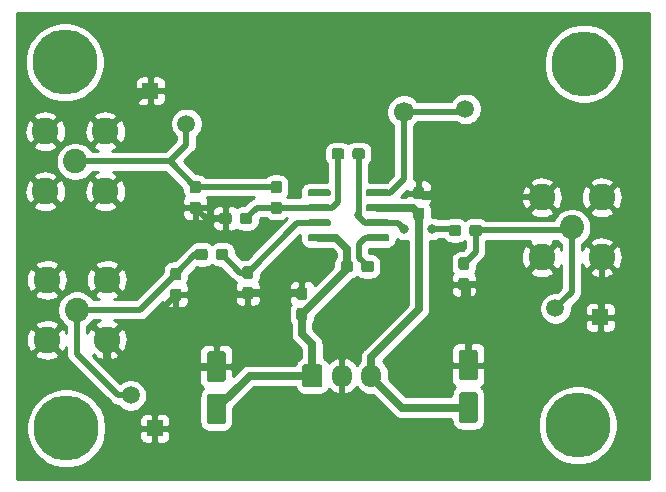
<source format=gbr>
G04 #@! TF.GenerationSoftware,KiCad,Pcbnew,(5.1.2)-2*
G04 #@! TF.CreationDate,2019-07-17T10:15:28+08:00*
G04 #@! TF.ProjectId,single_AM_eval_board,73696e67-6c65-45f4-914d-5f6576616c5f,rev?*
G04 #@! TF.SameCoordinates,Original*
G04 #@! TF.FileFunction,Copper,L1,Top*
G04 #@! TF.FilePolarity,Positive*
%FSLAX46Y46*%
G04 Gerber Fmt 4.6, Leading zero omitted, Abs format (unit mm)*
G04 Created by KiCad (PCBNEW (5.1.2)-2) date 2019-07-17 10:15:28*
%MOMM*%
%LPD*%
G04 APERTURE LIST*
%ADD10R,1.350000X1.350000*%
%ADD11C,1.500000*%
%ADD12C,5.500000*%
%ADD13C,0.100000*%
%ADD14C,0.950000*%
%ADD15C,1.600000*%
%ADD16C,2.050000*%
%ADD17C,2.250000*%
%ADD18C,1.700000*%
%ADD19O,1.700000X1.950000*%
%ADD20C,0.600000*%
%ADD21C,0.500000*%
%ADD22C,0.800000*%
%ADD23C,0.635000*%
%ADD24C,0.500000*%
%ADD25C,0.254000*%
G04 APERTURE END LIST*
D10*
X146050000Y-143637000D03*
X108331000Y-153035000D03*
X107950000Y-124460000D03*
D11*
X142240000Y-142875000D03*
X106299000Y-150241000D03*
X110998000Y-127254000D03*
D12*
X144145000Y-152781000D03*
X144653000Y-122174000D03*
X100838000Y-153035000D03*
X100711000Y-122047000D03*
D13*
G36*
X126661779Y-138845144D02*
G01*
X126684834Y-138848563D01*
X126707443Y-138854227D01*
X126729387Y-138862079D01*
X126750457Y-138872044D01*
X126770448Y-138884026D01*
X126789168Y-138897910D01*
X126806438Y-138913562D01*
X126822090Y-138930832D01*
X126835974Y-138949552D01*
X126847956Y-138969543D01*
X126857921Y-138990613D01*
X126865773Y-139012557D01*
X126871437Y-139035166D01*
X126874856Y-139058221D01*
X126876000Y-139081500D01*
X126876000Y-139556500D01*
X126874856Y-139579779D01*
X126871437Y-139602834D01*
X126865773Y-139625443D01*
X126857921Y-139647387D01*
X126847956Y-139668457D01*
X126835974Y-139688448D01*
X126822090Y-139707168D01*
X126806438Y-139724438D01*
X126789168Y-139740090D01*
X126770448Y-139753974D01*
X126750457Y-139765956D01*
X126729387Y-139775921D01*
X126707443Y-139783773D01*
X126684834Y-139789437D01*
X126661779Y-139792856D01*
X126638500Y-139794000D01*
X126063500Y-139794000D01*
X126040221Y-139792856D01*
X126017166Y-139789437D01*
X125994557Y-139783773D01*
X125972613Y-139775921D01*
X125951543Y-139765956D01*
X125931552Y-139753974D01*
X125912832Y-139740090D01*
X125895562Y-139724438D01*
X125879910Y-139707168D01*
X125866026Y-139688448D01*
X125854044Y-139668457D01*
X125844079Y-139647387D01*
X125836227Y-139625443D01*
X125830563Y-139602834D01*
X125827144Y-139579779D01*
X125826000Y-139556500D01*
X125826000Y-139081500D01*
X125827144Y-139058221D01*
X125830563Y-139035166D01*
X125836227Y-139012557D01*
X125844079Y-138990613D01*
X125854044Y-138969543D01*
X125866026Y-138949552D01*
X125879910Y-138930832D01*
X125895562Y-138913562D01*
X125912832Y-138897910D01*
X125931552Y-138884026D01*
X125951543Y-138872044D01*
X125972613Y-138862079D01*
X125994557Y-138854227D01*
X126017166Y-138848563D01*
X126040221Y-138845144D01*
X126063500Y-138844000D01*
X126638500Y-138844000D01*
X126661779Y-138845144D01*
X126661779Y-138845144D01*
G37*
D14*
X126351000Y-139319000D03*
D13*
G36*
X124911779Y-138845144D02*
G01*
X124934834Y-138848563D01*
X124957443Y-138854227D01*
X124979387Y-138862079D01*
X125000457Y-138872044D01*
X125020448Y-138884026D01*
X125039168Y-138897910D01*
X125056438Y-138913562D01*
X125072090Y-138930832D01*
X125085974Y-138949552D01*
X125097956Y-138969543D01*
X125107921Y-138990613D01*
X125115773Y-139012557D01*
X125121437Y-139035166D01*
X125124856Y-139058221D01*
X125126000Y-139081500D01*
X125126000Y-139556500D01*
X125124856Y-139579779D01*
X125121437Y-139602834D01*
X125115773Y-139625443D01*
X125107921Y-139647387D01*
X125097956Y-139668457D01*
X125085974Y-139688448D01*
X125072090Y-139707168D01*
X125056438Y-139724438D01*
X125039168Y-139740090D01*
X125020448Y-139753974D01*
X125000457Y-139765956D01*
X124979387Y-139775921D01*
X124957443Y-139783773D01*
X124934834Y-139789437D01*
X124911779Y-139792856D01*
X124888500Y-139794000D01*
X124313500Y-139794000D01*
X124290221Y-139792856D01*
X124267166Y-139789437D01*
X124244557Y-139783773D01*
X124222613Y-139775921D01*
X124201543Y-139765956D01*
X124181552Y-139753974D01*
X124162832Y-139740090D01*
X124145562Y-139724438D01*
X124129910Y-139707168D01*
X124116026Y-139688448D01*
X124104044Y-139668457D01*
X124094079Y-139647387D01*
X124086227Y-139625443D01*
X124080563Y-139602834D01*
X124077144Y-139579779D01*
X124076000Y-139556500D01*
X124076000Y-139081500D01*
X124077144Y-139058221D01*
X124080563Y-139035166D01*
X124086227Y-139012557D01*
X124094079Y-138990613D01*
X124104044Y-138969543D01*
X124116026Y-138949552D01*
X124129910Y-138930832D01*
X124145562Y-138913562D01*
X124162832Y-138897910D01*
X124181552Y-138884026D01*
X124201543Y-138872044D01*
X124222613Y-138862079D01*
X124244557Y-138854227D01*
X124267166Y-138848563D01*
X124290221Y-138845144D01*
X124313500Y-138844000D01*
X124888500Y-138844000D01*
X124911779Y-138845144D01*
X124911779Y-138845144D01*
G37*
D14*
X124601000Y-139319000D03*
D13*
G36*
X135448504Y-149980204D02*
G01*
X135472773Y-149983804D01*
X135496571Y-149989765D01*
X135519671Y-149998030D01*
X135541849Y-150008520D01*
X135562893Y-150021133D01*
X135582598Y-150035747D01*
X135600777Y-150052223D01*
X135617253Y-150070402D01*
X135631867Y-150090107D01*
X135644480Y-150111151D01*
X135654970Y-150133329D01*
X135663235Y-150156429D01*
X135669196Y-150180227D01*
X135672796Y-150204496D01*
X135674000Y-150229000D01*
X135674000Y-152329000D01*
X135672796Y-152353504D01*
X135669196Y-152377773D01*
X135663235Y-152401571D01*
X135654970Y-152424671D01*
X135644480Y-152446849D01*
X135631867Y-152467893D01*
X135617253Y-152487598D01*
X135600777Y-152505777D01*
X135582598Y-152522253D01*
X135562893Y-152536867D01*
X135541849Y-152549480D01*
X135519671Y-152559970D01*
X135496571Y-152568235D01*
X135472773Y-152574196D01*
X135448504Y-152577796D01*
X135424000Y-152579000D01*
X134324000Y-152579000D01*
X134299496Y-152577796D01*
X134275227Y-152574196D01*
X134251429Y-152568235D01*
X134228329Y-152559970D01*
X134206151Y-152549480D01*
X134185107Y-152536867D01*
X134165402Y-152522253D01*
X134147223Y-152505777D01*
X134130747Y-152487598D01*
X134116133Y-152467893D01*
X134103520Y-152446849D01*
X134093030Y-152424671D01*
X134084765Y-152401571D01*
X134078804Y-152377773D01*
X134075204Y-152353504D01*
X134074000Y-152329000D01*
X134074000Y-150229000D01*
X134075204Y-150204496D01*
X134078804Y-150180227D01*
X134084765Y-150156429D01*
X134093030Y-150133329D01*
X134103520Y-150111151D01*
X134116133Y-150090107D01*
X134130747Y-150070402D01*
X134147223Y-150052223D01*
X134165402Y-150035747D01*
X134185107Y-150021133D01*
X134206151Y-150008520D01*
X134228329Y-149998030D01*
X134251429Y-149989765D01*
X134275227Y-149983804D01*
X134299496Y-149980204D01*
X134324000Y-149979000D01*
X135424000Y-149979000D01*
X135448504Y-149980204D01*
X135448504Y-149980204D01*
G37*
D15*
X134874000Y-151279000D03*
D13*
G36*
X135448504Y-146380204D02*
G01*
X135472773Y-146383804D01*
X135496571Y-146389765D01*
X135519671Y-146398030D01*
X135541849Y-146408520D01*
X135562893Y-146421133D01*
X135582598Y-146435747D01*
X135600777Y-146452223D01*
X135617253Y-146470402D01*
X135631867Y-146490107D01*
X135644480Y-146511151D01*
X135654970Y-146533329D01*
X135663235Y-146556429D01*
X135669196Y-146580227D01*
X135672796Y-146604496D01*
X135674000Y-146629000D01*
X135674000Y-148729000D01*
X135672796Y-148753504D01*
X135669196Y-148777773D01*
X135663235Y-148801571D01*
X135654970Y-148824671D01*
X135644480Y-148846849D01*
X135631867Y-148867893D01*
X135617253Y-148887598D01*
X135600777Y-148905777D01*
X135582598Y-148922253D01*
X135562893Y-148936867D01*
X135541849Y-148949480D01*
X135519671Y-148959970D01*
X135496571Y-148968235D01*
X135472773Y-148974196D01*
X135448504Y-148977796D01*
X135424000Y-148979000D01*
X134324000Y-148979000D01*
X134299496Y-148977796D01*
X134275227Y-148974196D01*
X134251429Y-148968235D01*
X134228329Y-148959970D01*
X134206151Y-148949480D01*
X134185107Y-148936867D01*
X134165402Y-148922253D01*
X134147223Y-148905777D01*
X134130747Y-148887598D01*
X134116133Y-148867893D01*
X134103520Y-148846849D01*
X134093030Y-148824671D01*
X134084765Y-148801571D01*
X134078804Y-148777773D01*
X134075204Y-148753504D01*
X134074000Y-148729000D01*
X134074000Y-146629000D01*
X134075204Y-146604496D01*
X134078804Y-146580227D01*
X134084765Y-146556429D01*
X134093030Y-146533329D01*
X134103520Y-146511151D01*
X134116133Y-146490107D01*
X134130747Y-146470402D01*
X134147223Y-146452223D01*
X134165402Y-146435747D01*
X134185107Y-146421133D01*
X134206151Y-146408520D01*
X134228329Y-146398030D01*
X134251429Y-146389765D01*
X134275227Y-146383804D01*
X134299496Y-146380204D01*
X134324000Y-146379000D01*
X135424000Y-146379000D01*
X135448504Y-146380204D01*
X135448504Y-146380204D01*
G37*
D15*
X134874000Y-147679000D03*
D13*
G36*
X114112504Y-150107204D02*
G01*
X114136773Y-150110804D01*
X114160571Y-150116765D01*
X114183671Y-150125030D01*
X114205849Y-150135520D01*
X114226893Y-150148133D01*
X114246598Y-150162747D01*
X114264777Y-150179223D01*
X114281253Y-150197402D01*
X114295867Y-150217107D01*
X114308480Y-150238151D01*
X114318970Y-150260329D01*
X114327235Y-150283429D01*
X114333196Y-150307227D01*
X114336796Y-150331496D01*
X114338000Y-150356000D01*
X114338000Y-152456000D01*
X114336796Y-152480504D01*
X114333196Y-152504773D01*
X114327235Y-152528571D01*
X114318970Y-152551671D01*
X114308480Y-152573849D01*
X114295867Y-152594893D01*
X114281253Y-152614598D01*
X114264777Y-152632777D01*
X114246598Y-152649253D01*
X114226893Y-152663867D01*
X114205849Y-152676480D01*
X114183671Y-152686970D01*
X114160571Y-152695235D01*
X114136773Y-152701196D01*
X114112504Y-152704796D01*
X114088000Y-152706000D01*
X112988000Y-152706000D01*
X112963496Y-152704796D01*
X112939227Y-152701196D01*
X112915429Y-152695235D01*
X112892329Y-152686970D01*
X112870151Y-152676480D01*
X112849107Y-152663867D01*
X112829402Y-152649253D01*
X112811223Y-152632777D01*
X112794747Y-152614598D01*
X112780133Y-152594893D01*
X112767520Y-152573849D01*
X112757030Y-152551671D01*
X112748765Y-152528571D01*
X112742804Y-152504773D01*
X112739204Y-152480504D01*
X112738000Y-152456000D01*
X112738000Y-150356000D01*
X112739204Y-150331496D01*
X112742804Y-150307227D01*
X112748765Y-150283429D01*
X112757030Y-150260329D01*
X112767520Y-150238151D01*
X112780133Y-150217107D01*
X112794747Y-150197402D01*
X112811223Y-150179223D01*
X112829402Y-150162747D01*
X112849107Y-150148133D01*
X112870151Y-150135520D01*
X112892329Y-150125030D01*
X112915429Y-150116765D01*
X112939227Y-150110804D01*
X112963496Y-150107204D01*
X112988000Y-150106000D01*
X114088000Y-150106000D01*
X114112504Y-150107204D01*
X114112504Y-150107204D01*
G37*
D15*
X113538000Y-151406000D03*
D13*
G36*
X114112504Y-146507204D02*
G01*
X114136773Y-146510804D01*
X114160571Y-146516765D01*
X114183671Y-146525030D01*
X114205849Y-146535520D01*
X114226893Y-146548133D01*
X114246598Y-146562747D01*
X114264777Y-146579223D01*
X114281253Y-146597402D01*
X114295867Y-146617107D01*
X114308480Y-146638151D01*
X114318970Y-146660329D01*
X114327235Y-146683429D01*
X114333196Y-146707227D01*
X114336796Y-146731496D01*
X114338000Y-146756000D01*
X114338000Y-148856000D01*
X114336796Y-148880504D01*
X114333196Y-148904773D01*
X114327235Y-148928571D01*
X114318970Y-148951671D01*
X114308480Y-148973849D01*
X114295867Y-148994893D01*
X114281253Y-149014598D01*
X114264777Y-149032777D01*
X114246598Y-149049253D01*
X114226893Y-149063867D01*
X114205849Y-149076480D01*
X114183671Y-149086970D01*
X114160571Y-149095235D01*
X114136773Y-149101196D01*
X114112504Y-149104796D01*
X114088000Y-149106000D01*
X112988000Y-149106000D01*
X112963496Y-149104796D01*
X112939227Y-149101196D01*
X112915429Y-149095235D01*
X112892329Y-149086970D01*
X112870151Y-149076480D01*
X112849107Y-149063867D01*
X112829402Y-149049253D01*
X112811223Y-149032777D01*
X112794747Y-149014598D01*
X112780133Y-148994893D01*
X112767520Y-148973849D01*
X112757030Y-148951671D01*
X112748765Y-148928571D01*
X112742804Y-148904773D01*
X112739204Y-148880504D01*
X112738000Y-148856000D01*
X112738000Y-146756000D01*
X112739204Y-146731496D01*
X112742804Y-146707227D01*
X112748765Y-146683429D01*
X112757030Y-146660329D01*
X112767520Y-146638151D01*
X112780133Y-146617107D01*
X112794747Y-146597402D01*
X112811223Y-146579223D01*
X112829402Y-146562747D01*
X112849107Y-146548133D01*
X112870151Y-146535520D01*
X112892329Y-146525030D01*
X112915429Y-146516765D01*
X112939227Y-146510804D01*
X112963496Y-146507204D01*
X112988000Y-146506000D01*
X114088000Y-146506000D01*
X114112504Y-146507204D01*
X114112504Y-146507204D01*
G37*
D15*
X113538000Y-147806000D03*
D13*
G36*
X130943779Y-132586144D02*
G01*
X130966834Y-132589563D01*
X130989443Y-132595227D01*
X131011387Y-132603079D01*
X131032457Y-132613044D01*
X131052448Y-132625026D01*
X131071168Y-132638910D01*
X131088438Y-132654562D01*
X131104090Y-132671832D01*
X131117974Y-132690552D01*
X131129956Y-132710543D01*
X131139921Y-132731613D01*
X131147773Y-132753557D01*
X131153437Y-132776166D01*
X131156856Y-132799221D01*
X131158000Y-132822500D01*
X131158000Y-133397500D01*
X131156856Y-133420779D01*
X131153437Y-133443834D01*
X131147773Y-133466443D01*
X131139921Y-133488387D01*
X131129956Y-133509457D01*
X131117974Y-133529448D01*
X131104090Y-133548168D01*
X131088438Y-133565438D01*
X131071168Y-133581090D01*
X131052448Y-133594974D01*
X131032457Y-133606956D01*
X131011387Y-133616921D01*
X130989443Y-133624773D01*
X130966834Y-133630437D01*
X130943779Y-133633856D01*
X130920500Y-133635000D01*
X130445500Y-133635000D01*
X130422221Y-133633856D01*
X130399166Y-133630437D01*
X130376557Y-133624773D01*
X130354613Y-133616921D01*
X130333543Y-133606956D01*
X130313552Y-133594974D01*
X130294832Y-133581090D01*
X130277562Y-133565438D01*
X130261910Y-133548168D01*
X130248026Y-133529448D01*
X130236044Y-133509457D01*
X130226079Y-133488387D01*
X130218227Y-133466443D01*
X130212563Y-133443834D01*
X130209144Y-133420779D01*
X130208000Y-133397500D01*
X130208000Y-132822500D01*
X130209144Y-132799221D01*
X130212563Y-132776166D01*
X130218227Y-132753557D01*
X130226079Y-132731613D01*
X130236044Y-132710543D01*
X130248026Y-132690552D01*
X130261910Y-132671832D01*
X130277562Y-132654562D01*
X130294832Y-132638910D01*
X130313552Y-132625026D01*
X130333543Y-132613044D01*
X130354613Y-132603079D01*
X130376557Y-132595227D01*
X130399166Y-132589563D01*
X130422221Y-132586144D01*
X130445500Y-132585000D01*
X130920500Y-132585000D01*
X130943779Y-132586144D01*
X130943779Y-132586144D01*
G37*
D14*
X130683000Y-133110000D03*
D13*
G36*
X130943779Y-134336144D02*
G01*
X130966834Y-134339563D01*
X130989443Y-134345227D01*
X131011387Y-134353079D01*
X131032457Y-134363044D01*
X131052448Y-134375026D01*
X131071168Y-134388910D01*
X131088438Y-134404562D01*
X131104090Y-134421832D01*
X131117974Y-134440552D01*
X131129956Y-134460543D01*
X131139921Y-134481613D01*
X131147773Y-134503557D01*
X131153437Y-134526166D01*
X131156856Y-134549221D01*
X131158000Y-134572500D01*
X131158000Y-135147500D01*
X131156856Y-135170779D01*
X131153437Y-135193834D01*
X131147773Y-135216443D01*
X131139921Y-135238387D01*
X131129956Y-135259457D01*
X131117974Y-135279448D01*
X131104090Y-135298168D01*
X131088438Y-135315438D01*
X131071168Y-135331090D01*
X131052448Y-135344974D01*
X131032457Y-135356956D01*
X131011387Y-135366921D01*
X130989443Y-135374773D01*
X130966834Y-135380437D01*
X130943779Y-135383856D01*
X130920500Y-135385000D01*
X130445500Y-135385000D01*
X130422221Y-135383856D01*
X130399166Y-135380437D01*
X130376557Y-135374773D01*
X130354613Y-135366921D01*
X130333543Y-135356956D01*
X130313552Y-135344974D01*
X130294832Y-135331090D01*
X130277562Y-135315438D01*
X130261910Y-135298168D01*
X130248026Y-135279448D01*
X130236044Y-135259457D01*
X130226079Y-135238387D01*
X130218227Y-135216443D01*
X130212563Y-135193834D01*
X130209144Y-135170779D01*
X130208000Y-135147500D01*
X130208000Y-134572500D01*
X130209144Y-134549221D01*
X130212563Y-134526166D01*
X130218227Y-134503557D01*
X130226079Y-134481613D01*
X130236044Y-134460543D01*
X130248026Y-134440552D01*
X130261910Y-134421832D01*
X130277562Y-134404562D01*
X130294832Y-134388910D01*
X130313552Y-134375026D01*
X130333543Y-134363044D01*
X130354613Y-134353079D01*
X130376557Y-134345227D01*
X130399166Y-134339563D01*
X130422221Y-134336144D01*
X130445500Y-134335000D01*
X130920500Y-134335000D01*
X130943779Y-134336144D01*
X130943779Y-134336144D01*
G37*
D14*
X130683000Y-134860000D03*
D13*
G36*
X121037779Y-142845144D02*
G01*
X121060834Y-142848563D01*
X121083443Y-142854227D01*
X121105387Y-142862079D01*
X121126457Y-142872044D01*
X121146448Y-142884026D01*
X121165168Y-142897910D01*
X121182438Y-142913562D01*
X121198090Y-142930832D01*
X121211974Y-142949552D01*
X121223956Y-142969543D01*
X121233921Y-142990613D01*
X121241773Y-143012557D01*
X121247437Y-143035166D01*
X121250856Y-143058221D01*
X121252000Y-143081500D01*
X121252000Y-143656500D01*
X121250856Y-143679779D01*
X121247437Y-143702834D01*
X121241773Y-143725443D01*
X121233921Y-143747387D01*
X121223956Y-143768457D01*
X121211974Y-143788448D01*
X121198090Y-143807168D01*
X121182438Y-143824438D01*
X121165168Y-143840090D01*
X121146448Y-143853974D01*
X121126457Y-143865956D01*
X121105387Y-143875921D01*
X121083443Y-143883773D01*
X121060834Y-143889437D01*
X121037779Y-143892856D01*
X121014500Y-143894000D01*
X120539500Y-143894000D01*
X120516221Y-143892856D01*
X120493166Y-143889437D01*
X120470557Y-143883773D01*
X120448613Y-143875921D01*
X120427543Y-143865956D01*
X120407552Y-143853974D01*
X120388832Y-143840090D01*
X120371562Y-143824438D01*
X120355910Y-143807168D01*
X120342026Y-143788448D01*
X120330044Y-143768457D01*
X120320079Y-143747387D01*
X120312227Y-143725443D01*
X120306563Y-143702834D01*
X120303144Y-143679779D01*
X120302000Y-143656500D01*
X120302000Y-143081500D01*
X120303144Y-143058221D01*
X120306563Y-143035166D01*
X120312227Y-143012557D01*
X120320079Y-142990613D01*
X120330044Y-142969543D01*
X120342026Y-142949552D01*
X120355910Y-142930832D01*
X120371562Y-142913562D01*
X120388832Y-142897910D01*
X120407552Y-142884026D01*
X120427543Y-142872044D01*
X120448613Y-142862079D01*
X120470557Y-142854227D01*
X120493166Y-142848563D01*
X120516221Y-142845144D01*
X120539500Y-142844000D01*
X121014500Y-142844000D01*
X121037779Y-142845144D01*
X121037779Y-142845144D01*
G37*
D14*
X120777000Y-143369000D03*
D13*
G36*
X121037779Y-141095144D02*
G01*
X121060834Y-141098563D01*
X121083443Y-141104227D01*
X121105387Y-141112079D01*
X121126457Y-141122044D01*
X121146448Y-141134026D01*
X121165168Y-141147910D01*
X121182438Y-141163562D01*
X121198090Y-141180832D01*
X121211974Y-141199552D01*
X121223956Y-141219543D01*
X121233921Y-141240613D01*
X121241773Y-141262557D01*
X121247437Y-141285166D01*
X121250856Y-141308221D01*
X121252000Y-141331500D01*
X121252000Y-141906500D01*
X121250856Y-141929779D01*
X121247437Y-141952834D01*
X121241773Y-141975443D01*
X121233921Y-141997387D01*
X121223956Y-142018457D01*
X121211974Y-142038448D01*
X121198090Y-142057168D01*
X121182438Y-142074438D01*
X121165168Y-142090090D01*
X121146448Y-142103974D01*
X121126457Y-142115956D01*
X121105387Y-142125921D01*
X121083443Y-142133773D01*
X121060834Y-142139437D01*
X121037779Y-142142856D01*
X121014500Y-142144000D01*
X120539500Y-142144000D01*
X120516221Y-142142856D01*
X120493166Y-142139437D01*
X120470557Y-142133773D01*
X120448613Y-142125921D01*
X120427543Y-142115956D01*
X120407552Y-142103974D01*
X120388832Y-142090090D01*
X120371562Y-142074438D01*
X120355910Y-142057168D01*
X120342026Y-142038448D01*
X120330044Y-142018457D01*
X120320079Y-141997387D01*
X120312227Y-141975443D01*
X120306563Y-141952834D01*
X120303144Y-141929779D01*
X120302000Y-141906500D01*
X120302000Y-141331500D01*
X120303144Y-141308221D01*
X120306563Y-141285166D01*
X120312227Y-141262557D01*
X120320079Y-141240613D01*
X120330044Y-141219543D01*
X120342026Y-141199552D01*
X120355910Y-141180832D01*
X120371562Y-141163562D01*
X120388832Y-141147910D01*
X120407552Y-141134026D01*
X120427543Y-141122044D01*
X120448613Y-141112079D01*
X120470557Y-141104227D01*
X120493166Y-141098563D01*
X120516221Y-141095144D01*
X120539500Y-141094000D01*
X121014500Y-141094000D01*
X121037779Y-141095144D01*
X121037779Y-141095144D01*
G37*
D14*
X120777000Y-141619000D03*
D16*
X101600000Y-130429000D03*
D17*
X104140000Y-132969000D03*
X104140000Y-127889000D03*
X99060000Y-127889000D03*
X99060000Y-132969000D03*
X99187000Y-145542000D03*
X99187000Y-140462000D03*
X104267000Y-140462000D03*
X104267000Y-145542000D03*
D16*
X101727000Y-143002000D03*
D13*
G36*
X122290504Y-147616204D02*
G01*
X122314773Y-147619804D01*
X122338571Y-147625765D01*
X122361671Y-147634030D01*
X122383849Y-147644520D01*
X122404893Y-147657133D01*
X122424598Y-147671747D01*
X122442777Y-147688223D01*
X122459253Y-147706402D01*
X122473867Y-147726107D01*
X122486480Y-147747151D01*
X122496970Y-147769329D01*
X122505235Y-147792429D01*
X122511196Y-147816227D01*
X122514796Y-147840496D01*
X122516000Y-147865000D01*
X122516000Y-149315000D01*
X122514796Y-149339504D01*
X122511196Y-149363773D01*
X122505235Y-149387571D01*
X122496970Y-149410671D01*
X122486480Y-149432849D01*
X122473867Y-149453893D01*
X122459253Y-149473598D01*
X122442777Y-149491777D01*
X122424598Y-149508253D01*
X122404893Y-149522867D01*
X122383849Y-149535480D01*
X122361671Y-149545970D01*
X122338571Y-149554235D01*
X122314773Y-149560196D01*
X122290504Y-149563796D01*
X122266000Y-149565000D01*
X121066000Y-149565000D01*
X121041496Y-149563796D01*
X121017227Y-149560196D01*
X120993429Y-149554235D01*
X120970329Y-149545970D01*
X120948151Y-149535480D01*
X120927107Y-149522867D01*
X120907402Y-149508253D01*
X120889223Y-149491777D01*
X120872747Y-149473598D01*
X120858133Y-149453893D01*
X120845520Y-149432849D01*
X120835030Y-149410671D01*
X120826765Y-149387571D01*
X120820804Y-149363773D01*
X120817204Y-149339504D01*
X120816000Y-149315000D01*
X120816000Y-147865000D01*
X120817204Y-147840496D01*
X120820804Y-147816227D01*
X120826765Y-147792429D01*
X120835030Y-147769329D01*
X120845520Y-147747151D01*
X120858133Y-147726107D01*
X120872747Y-147706402D01*
X120889223Y-147688223D01*
X120907402Y-147671747D01*
X120927107Y-147657133D01*
X120948151Y-147644520D01*
X120970329Y-147634030D01*
X120993429Y-147625765D01*
X121017227Y-147619804D01*
X121041496Y-147616204D01*
X121066000Y-147615000D01*
X122266000Y-147615000D01*
X122290504Y-147616204D01*
X122290504Y-147616204D01*
G37*
D18*
X121666000Y-148590000D03*
D19*
X124166000Y-148590000D03*
X126666000Y-148590000D03*
D16*
X143637000Y-136017000D03*
D17*
X146177000Y-138557000D03*
X146177000Y-133477000D03*
X141097000Y-133477000D03*
X141097000Y-138557000D03*
D13*
G36*
X112020779Y-133828144D02*
G01*
X112043834Y-133831563D01*
X112066443Y-133837227D01*
X112088387Y-133845079D01*
X112109457Y-133855044D01*
X112129448Y-133867026D01*
X112148168Y-133880910D01*
X112165438Y-133896562D01*
X112181090Y-133913832D01*
X112194974Y-133932552D01*
X112206956Y-133952543D01*
X112216921Y-133973613D01*
X112224773Y-133995557D01*
X112230437Y-134018166D01*
X112233856Y-134041221D01*
X112235000Y-134064500D01*
X112235000Y-134639500D01*
X112233856Y-134662779D01*
X112230437Y-134685834D01*
X112224773Y-134708443D01*
X112216921Y-134730387D01*
X112206956Y-134751457D01*
X112194974Y-134771448D01*
X112181090Y-134790168D01*
X112165438Y-134807438D01*
X112148168Y-134823090D01*
X112129448Y-134836974D01*
X112109457Y-134848956D01*
X112088387Y-134858921D01*
X112066443Y-134866773D01*
X112043834Y-134872437D01*
X112020779Y-134875856D01*
X111997500Y-134877000D01*
X111522500Y-134877000D01*
X111499221Y-134875856D01*
X111476166Y-134872437D01*
X111453557Y-134866773D01*
X111431613Y-134858921D01*
X111410543Y-134848956D01*
X111390552Y-134836974D01*
X111371832Y-134823090D01*
X111354562Y-134807438D01*
X111338910Y-134790168D01*
X111325026Y-134771448D01*
X111313044Y-134751457D01*
X111303079Y-134730387D01*
X111295227Y-134708443D01*
X111289563Y-134685834D01*
X111286144Y-134662779D01*
X111285000Y-134639500D01*
X111285000Y-134064500D01*
X111286144Y-134041221D01*
X111289563Y-134018166D01*
X111295227Y-133995557D01*
X111303079Y-133973613D01*
X111313044Y-133952543D01*
X111325026Y-133932552D01*
X111338910Y-133913832D01*
X111354562Y-133896562D01*
X111371832Y-133880910D01*
X111390552Y-133867026D01*
X111410543Y-133855044D01*
X111431613Y-133845079D01*
X111453557Y-133837227D01*
X111476166Y-133831563D01*
X111499221Y-133828144D01*
X111522500Y-133827000D01*
X111997500Y-133827000D01*
X112020779Y-133828144D01*
X112020779Y-133828144D01*
G37*
D14*
X111760000Y-134352000D03*
D13*
G36*
X112020779Y-132078144D02*
G01*
X112043834Y-132081563D01*
X112066443Y-132087227D01*
X112088387Y-132095079D01*
X112109457Y-132105044D01*
X112129448Y-132117026D01*
X112148168Y-132130910D01*
X112165438Y-132146562D01*
X112181090Y-132163832D01*
X112194974Y-132182552D01*
X112206956Y-132202543D01*
X112216921Y-132223613D01*
X112224773Y-132245557D01*
X112230437Y-132268166D01*
X112233856Y-132291221D01*
X112235000Y-132314500D01*
X112235000Y-132889500D01*
X112233856Y-132912779D01*
X112230437Y-132935834D01*
X112224773Y-132958443D01*
X112216921Y-132980387D01*
X112206956Y-133001457D01*
X112194974Y-133021448D01*
X112181090Y-133040168D01*
X112165438Y-133057438D01*
X112148168Y-133073090D01*
X112129448Y-133086974D01*
X112109457Y-133098956D01*
X112088387Y-133108921D01*
X112066443Y-133116773D01*
X112043834Y-133122437D01*
X112020779Y-133125856D01*
X111997500Y-133127000D01*
X111522500Y-133127000D01*
X111499221Y-133125856D01*
X111476166Y-133122437D01*
X111453557Y-133116773D01*
X111431613Y-133108921D01*
X111410543Y-133098956D01*
X111390552Y-133086974D01*
X111371832Y-133073090D01*
X111354562Y-133057438D01*
X111338910Y-133040168D01*
X111325026Y-133021448D01*
X111313044Y-133001457D01*
X111303079Y-132980387D01*
X111295227Y-132958443D01*
X111289563Y-132935834D01*
X111286144Y-132912779D01*
X111285000Y-132889500D01*
X111285000Y-132314500D01*
X111286144Y-132291221D01*
X111289563Y-132268166D01*
X111295227Y-132245557D01*
X111303079Y-132223613D01*
X111313044Y-132202543D01*
X111325026Y-132182552D01*
X111338910Y-132163832D01*
X111354562Y-132146562D01*
X111371832Y-132130910D01*
X111390552Y-132117026D01*
X111410543Y-132105044D01*
X111431613Y-132095079D01*
X111453557Y-132087227D01*
X111476166Y-132081563D01*
X111499221Y-132078144D01*
X111522500Y-132077000D01*
X111997500Y-132077000D01*
X112020779Y-132078144D01*
X112020779Y-132078144D01*
G37*
D14*
X111760000Y-132602000D03*
D13*
G36*
X110369779Y-139444144D02*
G01*
X110392834Y-139447563D01*
X110415443Y-139453227D01*
X110437387Y-139461079D01*
X110458457Y-139471044D01*
X110478448Y-139483026D01*
X110497168Y-139496910D01*
X110514438Y-139512562D01*
X110530090Y-139529832D01*
X110543974Y-139548552D01*
X110555956Y-139568543D01*
X110565921Y-139589613D01*
X110573773Y-139611557D01*
X110579437Y-139634166D01*
X110582856Y-139657221D01*
X110584000Y-139680500D01*
X110584000Y-140255500D01*
X110582856Y-140278779D01*
X110579437Y-140301834D01*
X110573773Y-140324443D01*
X110565921Y-140346387D01*
X110555956Y-140367457D01*
X110543974Y-140387448D01*
X110530090Y-140406168D01*
X110514438Y-140423438D01*
X110497168Y-140439090D01*
X110478448Y-140452974D01*
X110458457Y-140464956D01*
X110437387Y-140474921D01*
X110415443Y-140482773D01*
X110392834Y-140488437D01*
X110369779Y-140491856D01*
X110346500Y-140493000D01*
X109871500Y-140493000D01*
X109848221Y-140491856D01*
X109825166Y-140488437D01*
X109802557Y-140482773D01*
X109780613Y-140474921D01*
X109759543Y-140464956D01*
X109739552Y-140452974D01*
X109720832Y-140439090D01*
X109703562Y-140423438D01*
X109687910Y-140406168D01*
X109674026Y-140387448D01*
X109662044Y-140367457D01*
X109652079Y-140346387D01*
X109644227Y-140324443D01*
X109638563Y-140301834D01*
X109635144Y-140278779D01*
X109634000Y-140255500D01*
X109634000Y-139680500D01*
X109635144Y-139657221D01*
X109638563Y-139634166D01*
X109644227Y-139611557D01*
X109652079Y-139589613D01*
X109662044Y-139568543D01*
X109674026Y-139548552D01*
X109687910Y-139529832D01*
X109703562Y-139512562D01*
X109720832Y-139496910D01*
X109739552Y-139483026D01*
X109759543Y-139471044D01*
X109780613Y-139461079D01*
X109802557Y-139453227D01*
X109825166Y-139447563D01*
X109848221Y-139444144D01*
X109871500Y-139443000D01*
X110346500Y-139443000D01*
X110369779Y-139444144D01*
X110369779Y-139444144D01*
G37*
D14*
X110109000Y-139968000D03*
D13*
G36*
X110369779Y-141194144D02*
G01*
X110392834Y-141197563D01*
X110415443Y-141203227D01*
X110437387Y-141211079D01*
X110458457Y-141221044D01*
X110478448Y-141233026D01*
X110497168Y-141246910D01*
X110514438Y-141262562D01*
X110530090Y-141279832D01*
X110543974Y-141298552D01*
X110555956Y-141318543D01*
X110565921Y-141339613D01*
X110573773Y-141361557D01*
X110579437Y-141384166D01*
X110582856Y-141407221D01*
X110584000Y-141430500D01*
X110584000Y-142005500D01*
X110582856Y-142028779D01*
X110579437Y-142051834D01*
X110573773Y-142074443D01*
X110565921Y-142096387D01*
X110555956Y-142117457D01*
X110543974Y-142137448D01*
X110530090Y-142156168D01*
X110514438Y-142173438D01*
X110497168Y-142189090D01*
X110478448Y-142202974D01*
X110458457Y-142214956D01*
X110437387Y-142224921D01*
X110415443Y-142232773D01*
X110392834Y-142238437D01*
X110369779Y-142241856D01*
X110346500Y-142243000D01*
X109871500Y-142243000D01*
X109848221Y-142241856D01*
X109825166Y-142238437D01*
X109802557Y-142232773D01*
X109780613Y-142224921D01*
X109759543Y-142214956D01*
X109739552Y-142202974D01*
X109720832Y-142189090D01*
X109703562Y-142173438D01*
X109687910Y-142156168D01*
X109674026Y-142137448D01*
X109662044Y-142117457D01*
X109652079Y-142096387D01*
X109644227Y-142074443D01*
X109638563Y-142051834D01*
X109635144Y-142028779D01*
X109634000Y-142005500D01*
X109634000Y-141430500D01*
X109635144Y-141407221D01*
X109638563Y-141384166D01*
X109644227Y-141361557D01*
X109652079Y-141339613D01*
X109662044Y-141318543D01*
X109674026Y-141298552D01*
X109687910Y-141279832D01*
X109703562Y-141262562D01*
X109720832Y-141246910D01*
X109739552Y-141233026D01*
X109759543Y-141221044D01*
X109780613Y-141211079D01*
X109802557Y-141203227D01*
X109825166Y-141197563D01*
X109848221Y-141194144D01*
X109871500Y-141193000D01*
X110346500Y-141193000D01*
X110369779Y-141194144D01*
X110369779Y-141194144D01*
G37*
D14*
X110109000Y-141718000D03*
D13*
G36*
X112592779Y-137829144D02*
G01*
X112615834Y-137832563D01*
X112638443Y-137838227D01*
X112660387Y-137846079D01*
X112681457Y-137856044D01*
X112701448Y-137868026D01*
X112720168Y-137881910D01*
X112737438Y-137897562D01*
X112753090Y-137914832D01*
X112766974Y-137933552D01*
X112778956Y-137953543D01*
X112788921Y-137974613D01*
X112796773Y-137996557D01*
X112802437Y-138019166D01*
X112805856Y-138042221D01*
X112807000Y-138065500D01*
X112807000Y-138540500D01*
X112805856Y-138563779D01*
X112802437Y-138586834D01*
X112796773Y-138609443D01*
X112788921Y-138631387D01*
X112778956Y-138652457D01*
X112766974Y-138672448D01*
X112753090Y-138691168D01*
X112737438Y-138708438D01*
X112720168Y-138724090D01*
X112701448Y-138737974D01*
X112681457Y-138749956D01*
X112660387Y-138759921D01*
X112638443Y-138767773D01*
X112615834Y-138773437D01*
X112592779Y-138776856D01*
X112569500Y-138778000D01*
X111994500Y-138778000D01*
X111971221Y-138776856D01*
X111948166Y-138773437D01*
X111925557Y-138767773D01*
X111903613Y-138759921D01*
X111882543Y-138749956D01*
X111862552Y-138737974D01*
X111843832Y-138724090D01*
X111826562Y-138708438D01*
X111810910Y-138691168D01*
X111797026Y-138672448D01*
X111785044Y-138652457D01*
X111775079Y-138631387D01*
X111767227Y-138609443D01*
X111761563Y-138586834D01*
X111758144Y-138563779D01*
X111757000Y-138540500D01*
X111757000Y-138065500D01*
X111758144Y-138042221D01*
X111761563Y-138019166D01*
X111767227Y-137996557D01*
X111775079Y-137974613D01*
X111785044Y-137953543D01*
X111797026Y-137933552D01*
X111810910Y-137914832D01*
X111826562Y-137897562D01*
X111843832Y-137881910D01*
X111862552Y-137868026D01*
X111882543Y-137856044D01*
X111903613Y-137846079D01*
X111925557Y-137838227D01*
X111948166Y-137832563D01*
X111971221Y-137829144D01*
X111994500Y-137828000D01*
X112569500Y-137828000D01*
X112592779Y-137829144D01*
X112592779Y-137829144D01*
G37*
D14*
X112282000Y-138303000D03*
D13*
G36*
X114342779Y-137829144D02*
G01*
X114365834Y-137832563D01*
X114388443Y-137838227D01*
X114410387Y-137846079D01*
X114431457Y-137856044D01*
X114451448Y-137868026D01*
X114470168Y-137881910D01*
X114487438Y-137897562D01*
X114503090Y-137914832D01*
X114516974Y-137933552D01*
X114528956Y-137953543D01*
X114538921Y-137974613D01*
X114546773Y-137996557D01*
X114552437Y-138019166D01*
X114555856Y-138042221D01*
X114557000Y-138065500D01*
X114557000Y-138540500D01*
X114555856Y-138563779D01*
X114552437Y-138586834D01*
X114546773Y-138609443D01*
X114538921Y-138631387D01*
X114528956Y-138652457D01*
X114516974Y-138672448D01*
X114503090Y-138691168D01*
X114487438Y-138708438D01*
X114470168Y-138724090D01*
X114451448Y-138737974D01*
X114431457Y-138749956D01*
X114410387Y-138759921D01*
X114388443Y-138767773D01*
X114365834Y-138773437D01*
X114342779Y-138776856D01*
X114319500Y-138778000D01*
X113744500Y-138778000D01*
X113721221Y-138776856D01*
X113698166Y-138773437D01*
X113675557Y-138767773D01*
X113653613Y-138759921D01*
X113632543Y-138749956D01*
X113612552Y-138737974D01*
X113593832Y-138724090D01*
X113576562Y-138708438D01*
X113560910Y-138691168D01*
X113547026Y-138672448D01*
X113535044Y-138652457D01*
X113525079Y-138631387D01*
X113517227Y-138609443D01*
X113511563Y-138586834D01*
X113508144Y-138563779D01*
X113507000Y-138540500D01*
X113507000Y-138065500D01*
X113508144Y-138042221D01*
X113511563Y-138019166D01*
X113517227Y-137996557D01*
X113525079Y-137974613D01*
X113535044Y-137953543D01*
X113547026Y-137933552D01*
X113560910Y-137914832D01*
X113576562Y-137897562D01*
X113593832Y-137881910D01*
X113612552Y-137868026D01*
X113632543Y-137856044D01*
X113653613Y-137846079D01*
X113675557Y-137838227D01*
X113698166Y-137832563D01*
X113721221Y-137829144D01*
X113744500Y-137828000D01*
X114319500Y-137828000D01*
X114342779Y-137829144D01*
X114342779Y-137829144D01*
G37*
D14*
X114032000Y-138303000D03*
D13*
G36*
X118878779Y-132078144D02*
G01*
X118901834Y-132081563D01*
X118924443Y-132087227D01*
X118946387Y-132095079D01*
X118967457Y-132105044D01*
X118987448Y-132117026D01*
X119006168Y-132130910D01*
X119023438Y-132146562D01*
X119039090Y-132163832D01*
X119052974Y-132182552D01*
X119064956Y-132202543D01*
X119074921Y-132223613D01*
X119082773Y-132245557D01*
X119088437Y-132268166D01*
X119091856Y-132291221D01*
X119093000Y-132314500D01*
X119093000Y-132889500D01*
X119091856Y-132912779D01*
X119088437Y-132935834D01*
X119082773Y-132958443D01*
X119074921Y-132980387D01*
X119064956Y-133001457D01*
X119052974Y-133021448D01*
X119039090Y-133040168D01*
X119023438Y-133057438D01*
X119006168Y-133073090D01*
X118987448Y-133086974D01*
X118967457Y-133098956D01*
X118946387Y-133108921D01*
X118924443Y-133116773D01*
X118901834Y-133122437D01*
X118878779Y-133125856D01*
X118855500Y-133127000D01*
X118380500Y-133127000D01*
X118357221Y-133125856D01*
X118334166Y-133122437D01*
X118311557Y-133116773D01*
X118289613Y-133108921D01*
X118268543Y-133098956D01*
X118248552Y-133086974D01*
X118229832Y-133073090D01*
X118212562Y-133057438D01*
X118196910Y-133040168D01*
X118183026Y-133021448D01*
X118171044Y-133001457D01*
X118161079Y-132980387D01*
X118153227Y-132958443D01*
X118147563Y-132935834D01*
X118144144Y-132912779D01*
X118143000Y-132889500D01*
X118143000Y-132314500D01*
X118144144Y-132291221D01*
X118147563Y-132268166D01*
X118153227Y-132245557D01*
X118161079Y-132223613D01*
X118171044Y-132202543D01*
X118183026Y-132182552D01*
X118196910Y-132163832D01*
X118212562Y-132146562D01*
X118229832Y-132130910D01*
X118248552Y-132117026D01*
X118268543Y-132105044D01*
X118289613Y-132095079D01*
X118311557Y-132087227D01*
X118334166Y-132081563D01*
X118357221Y-132078144D01*
X118380500Y-132077000D01*
X118855500Y-132077000D01*
X118878779Y-132078144D01*
X118878779Y-132078144D01*
G37*
D14*
X118618000Y-132602000D03*
D13*
G36*
X118878779Y-133828144D02*
G01*
X118901834Y-133831563D01*
X118924443Y-133837227D01*
X118946387Y-133845079D01*
X118967457Y-133855044D01*
X118987448Y-133867026D01*
X119006168Y-133880910D01*
X119023438Y-133896562D01*
X119039090Y-133913832D01*
X119052974Y-133932552D01*
X119064956Y-133952543D01*
X119074921Y-133973613D01*
X119082773Y-133995557D01*
X119088437Y-134018166D01*
X119091856Y-134041221D01*
X119093000Y-134064500D01*
X119093000Y-134639500D01*
X119091856Y-134662779D01*
X119088437Y-134685834D01*
X119082773Y-134708443D01*
X119074921Y-134730387D01*
X119064956Y-134751457D01*
X119052974Y-134771448D01*
X119039090Y-134790168D01*
X119023438Y-134807438D01*
X119006168Y-134823090D01*
X118987448Y-134836974D01*
X118967457Y-134848956D01*
X118946387Y-134858921D01*
X118924443Y-134866773D01*
X118901834Y-134872437D01*
X118878779Y-134875856D01*
X118855500Y-134877000D01*
X118380500Y-134877000D01*
X118357221Y-134875856D01*
X118334166Y-134872437D01*
X118311557Y-134866773D01*
X118289613Y-134858921D01*
X118268543Y-134848956D01*
X118248552Y-134836974D01*
X118229832Y-134823090D01*
X118212562Y-134807438D01*
X118196910Y-134790168D01*
X118183026Y-134771448D01*
X118171044Y-134751457D01*
X118161079Y-134730387D01*
X118153227Y-134708443D01*
X118147563Y-134685834D01*
X118144144Y-134662779D01*
X118143000Y-134639500D01*
X118143000Y-134064500D01*
X118144144Y-134041221D01*
X118147563Y-134018166D01*
X118153227Y-133995557D01*
X118161079Y-133973613D01*
X118171044Y-133952543D01*
X118183026Y-133932552D01*
X118196910Y-133913832D01*
X118212562Y-133896562D01*
X118229832Y-133880910D01*
X118248552Y-133867026D01*
X118268543Y-133855044D01*
X118289613Y-133845079D01*
X118311557Y-133837227D01*
X118334166Y-133831563D01*
X118357221Y-133828144D01*
X118380500Y-133827000D01*
X118855500Y-133827000D01*
X118878779Y-133828144D01*
X118878779Y-133828144D01*
G37*
D14*
X118618000Y-134352000D03*
D13*
G36*
X116465779Y-139317144D02*
G01*
X116488834Y-139320563D01*
X116511443Y-139326227D01*
X116533387Y-139334079D01*
X116554457Y-139344044D01*
X116574448Y-139356026D01*
X116593168Y-139369910D01*
X116610438Y-139385562D01*
X116626090Y-139402832D01*
X116639974Y-139421552D01*
X116651956Y-139441543D01*
X116661921Y-139462613D01*
X116669773Y-139484557D01*
X116675437Y-139507166D01*
X116678856Y-139530221D01*
X116680000Y-139553500D01*
X116680000Y-140128500D01*
X116678856Y-140151779D01*
X116675437Y-140174834D01*
X116669773Y-140197443D01*
X116661921Y-140219387D01*
X116651956Y-140240457D01*
X116639974Y-140260448D01*
X116626090Y-140279168D01*
X116610438Y-140296438D01*
X116593168Y-140312090D01*
X116574448Y-140325974D01*
X116554457Y-140337956D01*
X116533387Y-140347921D01*
X116511443Y-140355773D01*
X116488834Y-140361437D01*
X116465779Y-140364856D01*
X116442500Y-140366000D01*
X115967500Y-140366000D01*
X115944221Y-140364856D01*
X115921166Y-140361437D01*
X115898557Y-140355773D01*
X115876613Y-140347921D01*
X115855543Y-140337956D01*
X115835552Y-140325974D01*
X115816832Y-140312090D01*
X115799562Y-140296438D01*
X115783910Y-140279168D01*
X115770026Y-140260448D01*
X115758044Y-140240457D01*
X115748079Y-140219387D01*
X115740227Y-140197443D01*
X115734563Y-140174834D01*
X115731144Y-140151779D01*
X115730000Y-140128500D01*
X115730000Y-139553500D01*
X115731144Y-139530221D01*
X115734563Y-139507166D01*
X115740227Y-139484557D01*
X115748079Y-139462613D01*
X115758044Y-139441543D01*
X115770026Y-139421552D01*
X115783910Y-139402832D01*
X115799562Y-139385562D01*
X115816832Y-139369910D01*
X115835552Y-139356026D01*
X115855543Y-139344044D01*
X115876613Y-139334079D01*
X115898557Y-139326227D01*
X115921166Y-139320563D01*
X115944221Y-139317144D01*
X115967500Y-139316000D01*
X116442500Y-139316000D01*
X116465779Y-139317144D01*
X116465779Y-139317144D01*
G37*
D14*
X116205000Y-139841000D03*
D13*
G36*
X116465779Y-141067144D02*
G01*
X116488834Y-141070563D01*
X116511443Y-141076227D01*
X116533387Y-141084079D01*
X116554457Y-141094044D01*
X116574448Y-141106026D01*
X116593168Y-141119910D01*
X116610438Y-141135562D01*
X116626090Y-141152832D01*
X116639974Y-141171552D01*
X116651956Y-141191543D01*
X116661921Y-141212613D01*
X116669773Y-141234557D01*
X116675437Y-141257166D01*
X116678856Y-141280221D01*
X116680000Y-141303500D01*
X116680000Y-141878500D01*
X116678856Y-141901779D01*
X116675437Y-141924834D01*
X116669773Y-141947443D01*
X116661921Y-141969387D01*
X116651956Y-141990457D01*
X116639974Y-142010448D01*
X116626090Y-142029168D01*
X116610438Y-142046438D01*
X116593168Y-142062090D01*
X116574448Y-142075974D01*
X116554457Y-142087956D01*
X116533387Y-142097921D01*
X116511443Y-142105773D01*
X116488834Y-142111437D01*
X116465779Y-142114856D01*
X116442500Y-142116000D01*
X115967500Y-142116000D01*
X115944221Y-142114856D01*
X115921166Y-142111437D01*
X115898557Y-142105773D01*
X115876613Y-142097921D01*
X115855543Y-142087956D01*
X115835552Y-142075974D01*
X115816832Y-142062090D01*
X115799562Y-142046438D01*
X115783910Y-142029168D01*
X115770026Y-142010448D01*
X115758044Y-141990457D01*
X115748079Y-141969387D01*
X115740227Y-141947443D01*
X115734563Y-141924834D01*
X115731144Y-141901779D01*
X115730000Y-141878500D01*
X115730000Y-141303500D01*
X115731144Y-141280221D01*
X115734563Y-141257166D01*
X115740227Y-141234557D01*
X115748079Y-141212613D01*
X115758044Y-141191543D01*
X115770026Y-141171552D01*
X115783910Y-141152832D01*
X115799562Y-141135562D01*
X115816832Y-141119910D01*
X115835552Y-141106026D01*
X115855543Y-141094044D01*
X115876613Y-141084079D01*
X115898557Y-141076227D01*
X115921166Y-141070563D01*
X115944221Y-141067144D01*
X115967500Y-141066000D01*
X116442500Y-141066000D01*
X116465779Y-141067144D01*
X116465779Y-141067144D01*
G37*
D14*
X116205000Y-141591000D03*
D13*
G36*
X116374779Y-134781144D02*
G01*
X116397834Y-134784563D01*
X116420443Y-134790227D01*
X116442387Y-134798079D01*
X116463457Y-134808044D01*
X116483448Y-134820026D01*
X116502168Y-134833910D01*
X116519438Y-134849562D01*
X116535090Y-134866832D01*
X116548974Y-134885552D01*
X116560956Y-134905543D01*
X116570921Y-134926613D01*
X116578773Y-134948557D01*
X116584437Y-134971166D01*
X116587856Y-134994221D01*
X116589000Y-135017500D01*
X116589000Y-135492500D01*
X116587856Y-135515779D01*
X116584437Y-135538834D01*
X116578773Y-135561443D01*
X116570921Y-135583387D01*
X116560956Y-135604457D01*
X116548974Y-135624448D01*
X116535090Y-135643168D01*
X116519438Y-135660438D01*
X116502168Y-135676090D01*
X116483448Y-135689974D01*
X116463457Y-135701956D01*
X116442387Y-135711921D01*
X116420443Y-135719773D01*
X116397834Y-135725437D01*
X116374779Y-135728856D01*
X116351500Y-135730000D01*
X115776500Y-135730000D01*
X115753221Y-135728856D01*
X115730166Y-135725437D01*
X115707557Y-135719773D01*
X115685613Y-135711921D01*
X115664543Y-135701956D01*
X115644552Y-135689974D01*
X115625832Y-135676090D01*
X115608562Y-135660438D01*
X115592910Y-135643168D01*
X115579026Y-135624448D01*
X115567044Y-135604457D01*
X115557079Y-135583387D01*
X115549227Y-135561443D01*
X115543563Y-135538834D01*
X115540144Y-135515779D01*
X115539000Y-135492500D01*
X115539000Y-135017500D01*
X115540144Y-134994221D01*
X115543563Y-134971166D01*
X115549227Y-134948557D01*
X115557079Y-134926613D01*
X115567044Y-134905543D01*
X115579026Y-134885552D01*
X115592910Y-134866832D01*
X115608562Y-134849562D01*
X115625832Y-134833910D01*
X115644552Y-134820026D01*
X115664543Y-134808044D01*
X115685613Y-134798079D01*
X115707557Y-134790227D01*
X115730166Y-134784563D01*
X115753221Y-134781144D01*
X115776500Y-134780000D01*
X116351500Y-134780000D01*
X116374779Y-134781144D01*
X116374779Y-134781144D01*
G37*
D14*
X116064000Y-135255000D03*
D13*
G36*
X114624779Y-134781144D02*
G01*
X114647834Y-134784563D01*
X114670443Y-134790227D01*
X114692387Y-134798079D01*
X114713457Y-134808044D01*
X114733448Y-134820026D01*
X114752168Y-134833910D01*
X114769438Y-134849562D01*
X114785090Y-134866832D01*
X114798974Y-134885552D01*
X114810956Y-134905543D01*
X114820921Y-134926613D01*
X114828773Y-134948557D01*
X114834437Y-134971166D01*
X114837856Y-134994221D01*
X114839000Y-135017500D01*
X114839000Y-135492500D01*
X114837856Y-135515779D01*
X114834437Y-135538834D01*
X114828773Y-135561443D01*
X114820921Y-135583387D01*
X114810956Y-135604457D01*
X114798974Y-135624448D01*
X114785090Y-135643168D01*
X114769438Y-135660438D01*
X114752168Y-135676090D01*
X114733448Y-135689974D01*
X114713457Y-135701956D01*
X114692387Y-135711921D01*
X114670443Y-135719773D01*
X114647834Y-135725437D01*
X114624779Y-135728856D01*
X114601500Y-135730000D01*
X114026500Y-135730000D01*
X114003221Y-135728856D01*
X113980166Y-135725437D01*
X113957557Y-135719773D01*
X113935613Y-135711921D01*
X113914543Y-135701956D01*
X113894552Y-135689974D01*
X113875832Y-135676090D01*
X113858562Y-135660438D01*
X113842910Y-135643168D01*
X113829026Y-135624448D01*
X113817044Y-135604457D01*
X113807079Y-135583387D01*
X113799227Y-135561443D01*
X113793563Y-135538834D01*
X113790144Y-135515779D01*
X113789000Y-135492500D01*
X113789000Y-135017500D01*
X113790144Y-134994221D01*
X113793563Y-134971166D01*
X113799227Y-134948557D01*
X113807079Y-134926613D01*
X113817044Y-134905543D01*
X113829026Y-134885552D01*
X113842910Y-134866832D01*
X113858562Y-134849562D01*
X113875832Y-134833910D01*
X113894552Y-134820026D01*
X113914543Y-134808044D01*
X113935613Y-134798079D01*
X113957557Y-134790227D01*
X113980166Y-134784563D01*
X114003221Y-134781144D01*
X114026500Y-134780000D01*
X114601500Y-134780000D01*
X114624779Y-134781144D01*
X114624779Y-134781144D01*
G37*
D14*
X114314000Y-135255000D03*
D13*
G36*
X124149779Y-129320144D02*
G01*
X124172834Y-129323563D01*
X124195443Y-129329227D01*
X124217387Y-129337079D01*
X124238457Y-129347044D01*
X124258448Y-129359026D01*
X124277168Y-129372910D01*
X124294438Y-129388562D01*
X124310090Y-129405832D01*
X124323974Y-129424552D01*
X124335956Y-129444543D01*
X124345921Y-129465613D01*
X124353773Y-129487557D01*
X124359437Y-129510166D01*
X124362856Y-129533221D01*
X124364000Y-129556500D01*
X124364000Y-130031500D01*
X124362856Y-130054779D01*
X124359437Y-130077834D01*
X124353773Y-130100443D01*
X124345921Y-130122387D01*
X124335956Y-130143457D01*
X124323974Y-130163448D01*
X124310090Y-130182168D01*
X124294438Y-130199438D01*
X124277168Y-130215090D01*
X124258448Y-130228974D01*
X124238457Y-130240956D01*
X124217387Y-130250921D01*
X124195443Y-130258773D01*
X124172834Y-130264437D01*
X124149779Y-130267856D01*
X124126500Y-130269000D01*
X123551500Y-130269000D01*
X123528221Y-130267856D01*
X123505166Y-130264437D01*
X123482557Y-130258773D01*
X123460613Y-130250921D01*
X123439543Y-130240956D01*
X123419552Y-130228974D01*
X123400832Y-130215090D01*
X123383562Y-130199438D01*
X123367910Y-130182168D01*
X123354026Y-130163448D01*
X123342044Y-130143457D01*
X123332079Y-130122387D01*
X123324227Y-130100443D01*
X123318563Y-130077834D01*
X123315144Y-130054779D01*
X123314000Y-130031500D01*
X123314000Y-129556500D01*
X123315144Y-129533221D01*
X123318563Y-129510166D01*
X123324227Y-129487557D01*
X123332079Y-129465613D01*
X123342044Y-129444543D01*
X123354026Y-129424552D01*
X123367910Y-129405832D01*
X123383562Y-129388562D01*
X123400832Y-129372910D01*
X123419552Y-129359026D01*
X123439543Y-129347044D01*
X123460613Y-129337079D01*
X123482557Y-129329227D01*
X123505166Y-129323563D01*
X123528221Y-129320144D01*
X123551500Y-129319000D01*
X124126500Y-129319000D01*
X124149779Y-129320144D01*
X124149779Y-129320144D01*
G37*
D14*
X123839000Y-129794000D03*
D13*
G36*
X125899779Y-129320144D02*
G01*
X125922834Y-129323563D01*
X125945443Y-129329227D01*
X125967387Y-129337079D01*
X125988457Y-129347044D01*
X126008448Y-129359026D01*
X126027168Y-129372910D01*
X126044438Y-129388562D01*
X126060090Y-129405832D01*
X126073974Y-129424552D01*
X126085956Y-129444543D01*
X126095921Y-129465613D01*
X126103773Y-129487557D01*
X126109437Y-129510166D01*
X126112856Y-129533221D01*
X126114000Y-129556500D01*
X126114000Y-130031500D01*
X126112856Y-130054779D01*
X126109437Y-130077834D01*
X126103773Y-130100443D01*
X126095921Y-130122387D01*
X126085956Y-130143457D01*
X126073974Y-130163448D01*
X126060090Y-130182168D01*
X126044438Y-130199438D01*
X126027168Y-130215090D01*
X126008448Y-130228974D01*
X125988457Y-130240956D01*
X125967387Y-130250921D01*
X125945443Y-130258773D01*
X125922834Y-130264437D01*
X125899779Y-130267856D01*
X125876500Y-130269000D01*
X125301500Y-130269000D01*
X125278221Y-130267856D01*
X125255166Y-130264437D01*
X125232557Y-130258773D01*
X125210613Y-130250921D01*
X125189543Y-130240956D01*
X125169552Y-130228974D01*
X125150832Y-130215090D01*
X125133562Y-130199438D01*
X125117910Y-130182168D01*
X125104026Y-130163448D01*
X125092044Y-130143457D01*
X125082079Y-130122387D01*
X125074227Y-130100443D01*
X125068563Y-130077834D01*
X125065144Y-130054779D01*
X125064000Y-130031500D01*
X125064000Y-129556500D01*
X125065144Y-129533221D01*
X125068563Y-129510166D01*
X125074227Y-129487557D01*
X125082079Y-129465613D01*
X125092044Y-129444543D01*
X125104026Y-129424552D01*
X125117910Y-129405832D01*
X125133562Y-129388562D01*
X125150832Y-129372910D01*
X125169552Y-129359026D01*
X125189543Y-129347044D01*
X125210613Y-129337079D01*
X125232557Y-129329227D01*
X125255166Y-129323563D01*
X125278221Y-129320144D01*
X125301500Y-129319000D01*
X125876500Y-129319000D01*
X125899779Y-129320144D01*
X125899779Y-129320144D01*
G37*
D14*
X125589000Y-129794000D03*
D13*
G36*
X134055779Y-135797144D02*
G01*
X134078834Y-135800563D01*
X134101443Y-135806227D01*
X134123387Y-135814079D01*
X134144457Y-135824044D01*
X134164448Y-135836026D01*
X134183168Y-135849910D01*
X134200438Y-135865562D01*
X134216090Y-135882832D01*
X134229974Y-135901552D01*
X134241956Y-135921543D01*
X134251921Y-135942613D01*
X134259773Y-135964557D01*
X134265437Y-135987166D01*
X134268856Y-136010221D01*
X134270000Y-136033500D01*
X134270000Y-136508500D01*
X134268856Y-136531779D01*
X134265437Y-136554834D01*
X134259773Y-136577443D01*
X134251921Y-136599387D01*
X134241956Y-136620457D01*
X134229974Y-136640448D01*
X134216090Y-136659168D01*
X134200438Y-136676438D01*
X134183168Y-136692090D01*
X134164448Y-136705974D01*
X134144457Y-136717956D01*
X134123387Y-136727921D01*
X134101443Y-136735773D01*
X134078834Y-136741437D01*
X134055779Y-136744856D01*
X134032500Y-136746000D01*
X133457500Y-136746000D01*
X133434221Y-136744856D01*
X133411166Y-136741437D01*
X133388557Y-136735773D01*
X133366613Y-136727921D01*
X133345543Y-136717956D01*
X133325552Y-136705974D01*
X133306832Y-136692090D01*
X133289562Y-136676438D01*
X133273910Y-136659168D01*
X133260026Y-136640448D01*
X133248044Y-136620457D01*
X133238079Y-136599387D01*
X133230227Y-136577443D01*
X133224563Y-136554834D01*
X133221144Y-136531779D01*
X133220000Y-136508500D01*
X133220000Y-136033500D01*
X133221144Y-136010221D01*
X133224563Y-135987166D01*
X133230227Y-135964557D01*
X133238079Y-135942613D01*
X133248044Y-135921543D01*
X133260026Y-135901552D01*
X133273910Y-135882832D01*
X133289562Y-135865562D01*
X133306832Y-135849910D01*
X133325552Y-135836026D01*
X133345543Y-135824044D01*
X133366613Y-135814079D01*
X133388557Y-135806227D01*
X133411166Y-135800563D01*
X133434221Y-135797144D01*
X133457500Y-135796000D01*
X134032500Y-135796000D01*
X134055779Y-135797144D01*
X134055779Y-135797144D01*
G37*
D14*
X133745000Y-136271000D03*
D13*
G36*
X135805779Y-135797144D02*
G01*
X135828834Y-135800563D01*
X135851443Y-135806227D01*
X135873387Y-135814079D01*
X135894457Y-135824044D01*
X135914448Y-135836026D01*
X135933168Y-135849910D01*
X135950438Y-135865562D01*
X135966090Y-135882832D01*
X135979974Y-135901552D01*
X135991956Y-135921543D01*
X136001921Y-135942613D01*
X136009773Y-135964557D01*
X136015437Y-135987166D01*
X136018856Y-136010221D01*
X136020000Y-136033500D01*
X136020000Y-136508500D01*
X136018856Y-136531779D01*
X136015437Y-136554834D01*
X136009773Y-136577443D01*
X136001921Y-136599387D01*
X135991956Y-136620457D01*
X135979974Y-136640448D01*
X135966090Y-136659168D01*
X135950438Y-136676438D01*
X135933168Y-136692090D01*
X135914448Y-136705974D01*
X135894457Y-136717956D01*
X135873387Y-136727921D01*
X135851443Y-136735773D01*
X135828834Y-136741437D01*
X135805779Y-136744856D01*
X135782500Y-136746000D01*
X135207500Y-136746000D01*
X135184221Y-136744856D01*
X135161166Y-136741437D01*
X135138557Y-136735773D01*
X135116613Y-136727921D01*
X135095543Y-136717956D01*
X135075552Y-136705974D01*
X135056832Y-136692090D01*
X135039562Y-136676438D01*
X135023910Y-136659168D01*
X135010026Y-136640448D01*
X134998044Y-136620457D01*
X134988079Y-136599387D01*
X134980227Y-136577443D01*
X134974563Y-136554834D01*
X134971144Y-136531779D01*
X134970000Y-136508500D01*
X134970000Y-136033500D01*
X134971144Y-136010221D01*
X134974563Y-135987166D01*
X134980227Y-135964557D01*
X134988079Y-135942613D01*
X134998044Y-135921543D01*
X135010026Y-135901552D01*
X135023910Y-135882832D01*
X135039562Y-135865562D01*
X135056832Y-135849910D01*
X135075552Y-135836026D01*
X135095543Y-135824044D01*
X135116613Y-135814079D01*
X135138557Y-135806227D01*
X135161166Y-135800563D01*
X135184221Y-135797144D01*
X135207500Y-135796000D01*
X135782500Y-135796000D01*
X135805779Y-135797144D01*
X135805779Y-135797144D01*
G37*
D14*
X135495000Y-136271000D03*
D13*
G36*
X134753779Y-140305144D02*
G01*
X134776834Y-140308563D01*
X134799443Y-140314227D01*
X134821387Y-140322079D01*
X134842457Y-140332044D01*
X134862448Y-140344026D01*
X134881168Y-140357910D01*
X134898438Y-140373562D01*
X134914090Y-140390832D01*
X134927974Y-140409552D01*
X134939956Y-140429543D01*
X134949921Y-140450613D01*
X134957773Y-140472557D01*
X134963437Y-140495166D01*
X134966856Y-140518221D01*
X134968000Y-140541500D01*
X134968000Y-141116500D01*
X134966856Y-141139779D01*
X134963437Y-141162834D01*
X134957773Y-141185443D01*
X134949921Y-141207387D01*
X134939956Y-141228457D01*
X134927974Y-141248448D01*
X134914090Y-141267168D01*
X134898438Y-141284438D01*
X134881168Y-141300090D01*
X134862448Y-141313974D01*
X134842457Y-141325956D01*
X134821387Y-141335921D01*
X134799443Y-141343773D01*
X134776834Y-141349437D01*
X134753779Y-141352856D01*
X134730500Y-141354000D01*
X134255500Y-141354000D01*
X134232221Y-141352856D01*
X134209166Y-141349437D01*
X134186557Y-141343773D01*
X134164613Y-141335921D01*
X134143543Y-141325956D01*
X134123552Y-141313974D01*
X134104832Y-141300090D01*
X134087562Y-141284438D01*
X134071910Y-141267168D01*
X134058026Y-141248448D01*
X134046044Y-141228457D01*
X134036079Y-141207387D01*
X134028227Y-141185443D01*
X134022563Y-141162834D01*
X134019144Y-141139779D01*
X134018000Y-141116500D01*
X134018000Y-140541500D01*
X134019144Y-140518221D01*
X134022563Y-140495166D01*
X134028227Y-140472557D01*
X134036079Y-140450613D01*
X134046044Y-140429543D01*
X134058026Y-140409552D01*
X134071910Y-140390832D01*
X134087562Y-140373562D01*
X134104832Y-140357910D01*
X134123552Y-140344026D01*
X134143543Y-140332044D01*
X134164613Y-140322079D01*
X134186557Y-140314227D01*
X134209166Y-140308563D01*
X134232221Y-140305144D01*
X134255500Y-140304000D01*
X134730500Y-140304000D01*
X134753779Y-140305144D01*
X134753779Y-140305144D01*
G37*
D14*
X134493000Y-140829000D03*
D13*
G36*
X134753779Y-138555144D02*
G01*
X134776834Y-138558563D01*
X134799443Y-138564227D01*
X134821387Y-138572079D01*
X134842457Y-138582044D01*
X134862448Y-138594026D01*
X134881168Y-138607910D01*
X134898438Y-138623562D01*
X134914090Y-138640832D01*
X134927974Y-138659552D01*
X134939956Y-138679543D01*
X134949921Y-138700613D01*
X134957773Y-138722557D01*
X134963437Y-138745166D01*
X134966856Y-138768221D01*
X134968000Y-138791500D01*
X134968000Y-139366500D01*
X134966856Y-139389779D01*
X134963437Y-139412834D01*
X134957773Y-139435443D01*
X134949921Y-139457387D01*
X134939956Y-139478457D01*
X134927974Y-139498448D01*
X134914090Y-139517168D01*
X134898438Y-139534438D01*
X134881168Y-139550090D01*
X134862448Y-139563974D01*
X134842457Y-139575956D01*
X134821387Y-139585921D01*
X134799443Y-139593773D01*
X134776834Y-139599437D01*
X134753779Y-139602856D01*
X134730500Y-139604000D01*
X134255500Y-139604000D01*
X134232221Y-139602856D01*
X134209166Y-139599437D01*
X134186557Y-139593773D01*
X134164613Y-139585921D01*
X134143543Y-139575956D01*
X134123552Y-139563974D01*
X134104832Y-139550090D01*
X134087562Y-139534438D01*
X134071910Y-139517168D01*
X134058026Y-139498448D01*
X134046044Y-139478457D01*
X134036079Y-139457387D01*
X134028227Y-139435443D01*
X134022563Y-139412834D01*
X134019144Y-139389779D01*
X134018000Y-139366500D01*
X134018000Y-138791500D01*
X134019144Y-138768221D01*
X134022563Y-138745166D01*
X134028227Y-138722557D01*
X134036079Y-138700613D01*
X134046044Y-138679543D01*
X134058026Y-138659552D01*
X134071910Y-138640832D01*
X134087562Y-138623562D01*
X134104832Y-138607910D01*
X134123552Y-138594026D01*
X134143543Y-138582044D01*
X134164613Y-138572079D01*
X134186557Y-138564227D01*
X134209166Y-138558563D01*
X134232221Y-138555144D01*
X134255500Y-138554000D01*
X134730500Y-138554000D01*
X134753779Y-138555144D01*
X134753779Y-138555144D01*
G37*
D14*
X134493000Y-139079000D03*
D11*
X134620000Y-125984000D03*
D13*
G36*
X123078703Y-132796722D02*
G01*
X123093264Y-132798882D01*
X123107543Y-132802459D01*
X123121403Y-132807418D01*
X123134710Y-132813712D01*
X123147336Y-132821280D01*
X123159159Y-132830048D01*
X123170066Y-132839934D01*
X123179952Y-132850841D01*
X123188720Y-132862664D01*
X123196288Y-132875290D01*
X123202582Y-132888597D01*
X123207541Y-132902457D01*
X123211118Y-132916736D01*
X123213278Y-132931297D01*
X123214000Y-132946000D01*
X123214000Y-133246000D01*
X123213278Y-133260703D01*
X123211118Y-133275264D01*
X123207541Y-133289543D01*
X123202582Y-133303403D01*
X123196288Y-133316710D01*
X123188720Y-133329336D01*
X123179952Y-133341159D01*
X123170066Y-133352066D01*
X123159159Y-133361952D01*
X123147336Y-133370720D01*
X123134710Y-133378288D01*
X123121403Y-133384582D01*
X123107543Y-133389541D01*
X123093264Y-133393118D01*
X123078703Y-133395278D01*
X123064000Y-133396000D01*
X121414000Y-133396000D01*
X121399297Y-133395278D01*
X121384736Y-133393118D01*
X121370457Y-133389541D01*
X121356597Y-133384582D01*
X121343290Y-133378288D01*
X121330664Y-133370720D01*
X121318841Y-133361952D01*
X121307934Y-133352066D01*
X121298048Y-133341159D01*
X121289280Y-133329336D01*
X121281712Y-133316710D01*
X121275418Y-133303403D01*
X121270459Y-133289543D01*
X121266882Y-133275264D01*
X121264722Y-133260703D01*
X121264000Y-133246000D01*
X121264000Y-132946000D01*
X121264722Y-132931297D01*
X121266882Y-132916736D01*
X121270459Y-132902457D01*
X121275418Y-132888597D01*
X121281712Y-132875290D01*
X121289280Y-132862664D01*
X121298048Y-132850841D01*
X121307934Y-132839934D01*
X121318841Y-132830048D01*
X121330664Y-132821280D01*
X121343290Y-132813712D01*
X121356597Y-132807418D01*
X121370457Y-132802459D01*
X121384736Y-132798882D01*
X121399297Y-132796722D01*
X121414000Y-132796000D01*
X123064000Y-132796000D01*
X123078703Y-132796722D01*
X123078703Y-132796722D01*
G37*
D20*
X122239000Y-133096000D03*
D13*
G36*
X123078703Y-134066722D02*
G01*
X123093264Y-134068882D01*
X123107543Y-134072459D01*
X123121403Y-134077418D01*
X123134710Y-134083712D01*
X123147336Y-134091280D01*
X123159159Y-134100048D01*
X123170066Y-134109934D01*
X123179952Y-134120841D01*
X123188720Y-134132664D01*
X123196288Y-134145290D01*
X123202582Y-134158597D01*
X123207541Y-134172457D01*
X123211118Y-134186736D01*
X123213278Y-134201297D01*
X123214000Y-134216000D01*
X123214000Y-134516000D01*
X123213278Y-134530703D01*
X123211118Y-134545264D01*
X123207541Y-134559543D01*
X123202582Y-134573403D01*
X123196288Y-134586710D01*
X123188720Y-134599336D01*
X123179952Y-134611159D01*
X123170066Y-134622066D01*
X123159159Y-134631952D01*
X123147336Y-134640720D01*
X123134710Y-134648288D01*
X123121403Y-134654582D01*
X123107543Y-134659541D01*
X123093264Y-134663118D01*
X123078703Y-134665278D01*
X123064000Y-134666000D01*
X121414000Y-134666000D01*
X121399297Y-134665278D01*
X121384736Y-134663118D01*
X121370457Y-134659541D01*
X121356597Y-134654582D01*
X121343290Y-134648288D01*
X121330664Y-134640720D01*
X121318841Y-134631952D01*
X121307934Y-134622066D01*
X121298048Y-134611159D01*
X121289280Y-134599336D01*
X121281712Y-134586710D01*
X121275418Y-134573403D01*
X121270459Y-134559543D01*
X121266882Y-134545264D01*
X121264722Y-134530703D01*
X121264000Y-134516000D01*
X121264000Y-134216000D01*
X121264722Y-134201297D01*
X121266882Y-134186736D01*
X121270459Y-134172457D01*
X121275418Y-134158597D01*
X121281712Y-134145290D01*
X121289280Y-134132664D01*
X121298048Y-134120841D01*
X121307934Y-134109934D01*
X121318841Y-134100048D01*
X121330664Y-134091280D01*
X121343290Y-134083712D01*
X121356597Y-134077418D01*
X121370457Y-134072459D01*
X121384736Y-134068882D01*
X121399297Y-134066722D01*
X121414000Y-134066000D01*
X123064000Y-134066000D01*
X123078703Y-134066722D01*
X123078703Y-134066722D01*
G37*
D20*
X122239000Y-134366000D03*
D13*
G36*
X123078703Y-135336722D02*
G01*
X123093264Y-135338882D01*
X123107543Y-135342459D01*
X123121403Y-135347418D01*
X123134710Y-135353712D01*
X123147336Y-135361280D01*
X123159159Y-135370048D01*
X123170066Y-135379934D01*
X123179952Y-135390841D01*
X123188720Y-135402664D01*
X123196288Y-135415290D01*
X123202582Y-135428597D01*
X123207541Y-135442457D01*
X123211118Y-135456736D01*
X123213278Y-135471297D01*
X123214000Y-135486000D01*
X123214000Y-135786000D01*
X123213278Y-135800703D01*
X123211118Y-135815264D01*
X123207541Y-135829543D01*
X123202582Y-135843403D01*
X123196288Y-135856710D01*
X123188720Y-135869336D01*
X123179952Y-135881159D01*
X123170066Y-135892066D01*
X123159159Y-135901952D01*
X123147336Y-135910720D01*
X123134710Y-135918288D01*
X123121403Y-135924582D01*
X123107543Y-135929541D01*
X123093264Y-135933118D01*
X123078703Y-135935278D01*
X123064000Y-135936000D01*
X121414000Y-135936000D01*
X121399297Y-135935278D01*
X121384736Y-135933118D01*
X121370457Y-135929541D01*
X121356597Y-135924582D01*
X121343290Y-135918288D01*
X121330664Y-135910720D01*
X121318841Y-135901952D01*
X121307934Y-135892066D01*
X121298048Y-135881159D01*
X121289280Y-135869336D01*
X121281712Y-135856710D01*
X121275418Y-135843403D01*
X121270459Y-135829543D01*
X121266882Y-135815264D01*
X121264722Y-135800703D01*
X121264000Y-135786000D01*
X121264000Y-135486000D01*
X121264722Y-135471297D01*
X121266882Y-135456736D01*
X121270459Y-135442457D01*
X121275418Y-135428597D01*
X121281712Y-135415290D01*
X121289280Y-135402664D01*
X121298048Y-135390841D01*
X121307934Y-135379934D01*
X121318841Y-135370048D01*
X121330664Y-135361280D01*
X121343290Y-135353712D01*
X121356597Y-135347418D01*
X121370457Y-135342459D01*
X121384736Y-135338882D01*
X121399297Y-135336722D01*
X121414000Y-135336000D01*
X123064000Y-135336000D01*
X123078703Y-135336722D01*
X123078703Y-135336722D01*
G37*
D20*
X122239000Y-135636000D03*
D13*
G36*
X123078703Y-136606722D02*
G01*
X123093264Y-136608882D01*
X123107543Y-136612459D01*
X123121403Y-136617418D01*
X123134710Y-136623712D01*
X123147336Y-136631280D01*
X123159159Y-136640048D01*
X123170066Y-136649934D01*
X123179952Y-136660841D01*
X123188720Y-136672664D01*
X123196288Y-136685290D01*
X123202582Y-136698597D01*
X123207541Y-136712457D01*
X123211118Y-136726736D01*
X123213278Y-136741297D01*
X123214000Y-136756000D01*
X123214000Y-137056000D01*
X123213278Y-137070703D01*
X123211118Y-137085264D01*
X123207541Y-137099543D01*
X123202582Y-137113403D01*
X123196288Y-137126710D01*
X123188720Y-137139336D01*
X123179952Y-137151159D01*
X123170066Y-137162066D01*
X123159159Y-137171952D01*
X123147336Y-137180720D01*
X123134710Y-137188288D01*
X123121403Y-137194582D01*
X123107543Y-137199541D01*
X123093264Y-137203118D01*
X123078703Y-137205278D01*
X123064000Y-137206000D01*
X121414000Y-137206000D01*
X121399297Y-137205278D01*
X121384736Y-137203118D01*
X121370457Y-137199541D01*
X121356597Y-137194582D01*
X121343290Y-137188288D01*
X121330664Y-137180720D01*
X121318841Y-137171952D01*
X121307934Y-137162066D01*
X121298048Y-137151159D01*
X121289280Y-137139336D01*
X121281712Y-137126710D01*
X121275418Y-137113403D01*
X121270459Y-137099543D01*
X121266882Y-137085264D01*
X121264722Y-137070703D01*
X121264000Y-137056000D01*
X121264000Y-136756000D01*
X121264722Y-136741297D01*
X121266882Y-136726736D01*
X121270459Y-136712457D01*
X121275418Y-136698597D01*
X121281712Y-136685290D01*
X121289280Y-136672664D01*
X121298048Y-136660841D01*
X121307934Y-136649934D01*
X121318841Y-136640048D01*
X121330664Y-136631280D01*
X121343290Y-136623712D01*
X121356597Y-136617418D01*
X121370457Y-136612459D01*
X121384736Y-136608882D01*
X121399297Y-136606722D01*
X121414000Y-136606000D01*
X123064000Y-136606000D01*
X123078703Y-136606722D01*
X123078703Y-136606722D01*
G37*
D20*
X122239000Y-136906000D03*
D13*
G36*
X128028703Y-136606722D02*
G01*
X128043264Y-136608882D01*
X128057543Y-136612459D01*
X128071403Y-136617418D01*
X128084710Y-136623712D01*
X128097336Y-136631280D01*
X128109159Y-136640048D01*
X128120066Y-136649934D01*
X128129952Y-136660841D01*
X128138720Y-136672664D01*
X128146288Y-136685290D01*
X128152582Y-136698597D01*
X128157541Y-136712457D01*
X128161118Y-136726736D01*
X128163278Y-136741297D01*
X128164000Y-136756000D01*
X128164000Y-137056000D01*
X128163278Y-137070703D01*
X128161118Y-137085264D01*
X128157541Y-137099543D01*
X128152582Y-137113403D01*
X128146288Y-137126710D01*
X128138720Y-137139336D01*
X128129952Y-137151159D01*
X128120066Y-137162066D01*
X128109159Y-137171952D01*
X128097336Y-137180720D01*
X128084710Y-137188288D01*
X128071403Y-137194582D01*
X128057543Y-137199541D01*
X128043264Y-137203118D01*
X128028703Y-137205278D01*
X128014000Y-137206000D01*
X126364000Y-137206000D01*
X126349297Y-137205278D01*
X126334736Y-137203118D01*
X126320457Y-137199541D01*
X126306597Y-137194582D01*
X126293290Y-137188288D01*
X126280664Y-137180720D01*
X126268841Y-137171952D01*
X126257934Y-137162066D01*
X126248048Y-137151159D01*
X126239280Y-137139336D01*
X126231712Y-137126710D01*
X126225418Y-137113403D01*
X126220459Y-137099543D01*
X126216882Y-137085264D01*
X126214722Y-137070703D01*
X126214000Y-137056000D01*
X126214000Y-136756000D01*
X126214722Y-136741297D01*
X126216882Y-136726736D01*
X126220459Y-136712457D01*
X126225418Y-136698597D01*
X126231712Y-136685290D01*
X126239280Y-136672664D01*
X126248048Y-136660841D01*
X126257934Y-136649934D01*
X126268841Y-136640048D01*
X126280664Y-136631280D01*
X126293290Y-136623712D01*
X126306597Y-136617418D01*
X126320457Y-136612459D01*
X126334736Y-136608882D01*
X126349297Y-136606722D01*
X126364000Y-136606000D01*
X128014000Y-136606000D01*
X128028703Y-136606722D01*
X128028703Y-136606722D01*
G37*
D20*
X127189000Y-136906000D03*
D13*
G36*
X128028703Y-135336722D02*
G01*
X128043264Y-135338882D01*
X128057543Y-135342459D01*
X128071403Y-135347418D01*
X128084710Y-135353712D01*
X128097336Y-135361280D01*
X128109159Y-135370048D01*
X128120066Y-135379934D01*
X128129952Y-135390841D01*
X128138720Y-135402664D01*
X128146288Y-135415290D01*
X128152582Y-135428597D01*
X128157541Y-135442457D01*
X128161118Y-135456736D01*
X128163278Y-135471297D01*
X128164000Y-135486000D01*
X128164000Y-135786000D01*
X128163278Y-135800703D01*
X128161118Y-135815264D01*
X128157541Y-135829543D01*
X128152582Y-135843403D01*
X128146288Y-135856710D01*
X128138720Y-135869336D01*
X128129952Y-135881159D01*
X128120066Y-135892066D01*
X128109159Y-135901952D01*
X128097336Y-135910720D01*
X128084710Y-135918288D01*
X128071403Y-135924582D01*
X128057543Y-135929541D01*
X128043264Y-135933118D01*
X128028703Y-135935278D01*
X128014000Y-135936000D01*
X126364000Y-135936000D01*
X126349297Y-135935278D01*
X126334736Y-135933118D01*
X126320457Y-135929541D01*
X126306597Y-135924582D01*
X126293290Y-135918288D01*
X126280664Y-135910720D01*
X126268841Y-135901952D01*
X126257934Y-135892066D01*
X126248048Y-135881159D01*
X126239280Y-135869336D01*
X126231712Y-135856710D01*
X126225418Y-135843403D01*
X126220459Y-135829543D01*
X126216882Y-135815264D01*
X126214722Y-135800703D01*
X126214000Y-135786000D01*
X126214000Y-135486000D01*
X126214722Y-135471297D01*
X126216882Y-135456736D01*
X126220459Y-135442457D01*
X126225418Y-135428597D01*
X126231712Y-135415290D01*
X126239280Y-135402664D01*
X126248048Y-135390841D01*
X126257934Y-135379934D01*
X126268841Y-135370048D01*
X126280664Y-135361280D01*
X126293290Y-135353712D01*
X126306597Y-135347418D01*
X126320457Y-135342459D01*
X126334736Y-135338882D01*
X126349297Y-135336722D01*
X126364000Y-135336000D01*
X128014000Y-135336000D01*
X128028703Y-135336722D01*
X128028703Y-135336722D01*
G37*
D20*
X127189000Y-135636000D03*
D13*
G36*
X128028703Y-134066722D02*
G01*
X128043264Y-134068882D01*
X128057543Y-134072459D01*
X128071403Y-134077418D01*
X128084710Y-134083712D01*
X128097336Y-134091280D01*
X128109159Y-134100048D01*
X128120066Y-134109934D01*
X128129952Y-134120841D01*
X128138720Y-134132664D01*
X128146288Y-134145290D01*
X128152582Y-134158597D01*
X128157541Y-134172457D01*
X128161118Y-134186736D01*
X128163278Y-134201297D01*
X128164000Y-134216000D01*
X128164000Y-134516000D01*
X128163278Y-134530703D01*
X128161118Y-134545264D01*
X128157541Y-134559543D01*
X128152582Y-134573403D01*
X128146288Y-134586710D01*
X128138720Y-134599336D01*
X128129952Y-134611159D01*
X128120066Y-134622066D01*
X128109159Y-134631952D01*
X128097336Y-134640720D01*
X128084710Y-134648288D01*
X128071403Y-134654582D01*
X128057543Y-134659541D01*
X128043264Y-134663118D01*
X128028703Y-134665278D01*
X128014000Y-134666000D01*
X126364000Y-134666000D01*
X126349297Y-134665278D01*
X126334736Y-134663118D01*
X126320457Y-134659541D01*
X126306597Y-134654582D01*
X126293290Y-134648288D01*
X126280664Y-134640720D01*
X126268841Y-134631952D01*
X126257934Y-134622066D01*
X126248048Y-134611159D01*
X126239280Y-134599336D01*
X126231712Y-134586710D01*
X126225418Y-134573403D01*
X126220459Y-134559543D01*
X126216882Y-134545264D01*
X126214722Y-134530703D01*
X126214000Y-134516000D01*
X126214000Y-134216000D01*
X126214722Y-134201297D01*
X126216882Y-134186736D01*
X126220459Y-134172457D01*
X126225418Y-134158597D01*
X126231712Y-134145290D01*
X126239280Y-134132664D01*
X126248048Y-134120841D01*
X126257934Y-134109934D01*
X126268841Y-134100048D01*
X126280664Y-134091280D01*
X126293290Y-134083712D01*
X126306597Y-134077418D01*
X126320457Y-134072459D01*
X126334736Y-134068882D01*
X126349297Y-134066722D01*
X126364000Y-134066000D01*
X128014000Y-134066000D01*
X128028703Y-134066722D01*
X128028703Y-134066722D01*
G37*
D20*
X127189000Y-134366000D03*
D13*
G36*
X128028703Y-132796722D02*
G01*
X128043264Y-132798882D01*
X128057543Y-132802459D01*
X128071403Y-132807418D01*
X128084710Y-132813712D01*
X128097336Y-132821280D01*
X128109159Y-132830048D01*
X128120066Y-132839934D01*
X128129952Y-132850841D01*
X128138720Y-132862664D01*
X128146288Y-132875290D01*
X128152582Y-132888597D01*
X128157541Y-132902457D01*
X128161118Y-132916736D01*
X128163278Y-132931297D01*
X128164000Y-132946000D01*
X128164000Y-133246000D01*
X128163278Y-133260703D01*
X128161118Y-133275264D01*
X128157541Y-133289543D01*
X128152582Y-133303403D01*
X128146288Y-133316710D01*
X128138720Y-133329336D01*
X128129952Y-133341159D01*
X128120066Y-133352066D01*
X128109159Y-133361952D01*
X128097336Y-133370720D01*
X128084710Y-133378288D01*
X128071403Y-133384582D01*
X128057543Y-133389541D01*
X128043264Y-133393118D01*
X128028703Y-133395278D01*
X128014000Y-133396000D01*
X126364000Y-133396000D01*
X126349297Y-133395278D01*
X126334736Y-133393118D01*
X126320457Y-133389541D01*
X126306597Y-133384582D01*
X126293290Y-133378288D01*
X126280664Y-133370720D01*
X126268841Y-133361952D01*
X126257934Y-133352066D01*
X126248048Y-133341159D01*
X126239280Y-133329336D01*
X126231712Y-133316710D01*
X126225418Y-133303403D01*
X126220459Y-133289543D01*
X126216882Y-133275264D01*
X126214722Y-133260703D01*
X126214000Y-133246000D01*
X126214000Y-132946000D01*
X126214722Y-132931297D01*
X126216882Y-132916736D01*
X126220459Y-132902457D01*
X126225418Y-132888597D01*
X126231712Y-132875290D01*
X126239280Y-132862664D01*
X126248048Y-132850841D01*
X126257934Y-132839934D01*
X126268841Y-132830048D01*
X126280664Y-132821280D01*
X126293290Y-132813712D01*
X126306597Y-132807418D01*
X126320457Y-132802459D01*
X126334736Y-132798882D01*
X126349297Y-132796722D01*
X126364000Y-132796000D01*
X128014000Y-132796000D01*
X128028703Y-132796722D01*
X128028703Y-132796722D01*
G37*
D20*
X127189000Y-133096000D03*
D18*
X129413000Y-126238000D03*
D21*
X106489500Y-132080000D03*
X107505500Y-132080000D03*
X108331000Y-132080000D03*
X109347000Y-132461000D03*
X110045500Y-133032500D03*
X110059500Y-134352000D03*
X110109000Y-135636000D03*
X106235500Y-129095500D03*
X107251500Y-129032000D03*
X108521500Y-129032000D03*
X112014000Y-130683000D03*
X112839500Y-131127500D03*
X113728500Y-131191000D03*
X114681000Y-131191000D03*
X115760500Y-131191000D03*
X117094000Y-131254500D03*
X119062500Y-131191000D03*
X120332500Y-131889500D03*
X121412000Y-131826000D03*
X122428000Y-131889500D03*
X122428000Y-130111500D03*
X122364500Y-128841500D03*
X123190000Y-128143000D03*
X124269500Y-128143000D03*
X125730000Y-128143000D03*
X126746000Y-128143000D03*
X127063500Y-129159000D03*
X127254000Y-130238500D03*
X127381000Y-131508500D03*
X131000500Y-127889000D03*
X130937000Y-129095500D03*
X131064000Y-130111500D03*
X131127500Y-131254500D03*
X132778500Y-132588000D03*
X132715000Y-133477000D03*
X132778500Y-134683500D03*
X110998000Y-136715500D03*
X112903000Y-136652000D03*
X115125500Y-136906000D03*
X116776500Y-137096500D03*
X117983000Y-136207500D03*
X115951000Y-137922000D03*
X120015000Y-138557000D03*
X121158000Y-138557000D03*
X122809000Y-138557000D03*
X122237500Y-139573000D03*
X120777000Y-139700000D03*
X119062500Y-139700000D03*
X118046500Y-140906500D03*
X115887500Y-147129500D03*
X116967000Y-147129500D03*
X118364000Y-147066000D03*
X119570500Y-147066000D03*
X119570500Y-145859500D03*
X119189500Y-144843500D03*
X119253000Y-143192500D03*
X125793500Y-141478000D03*
X124587000Y-142557500D03*
X123126500Y-143891000D03*
X128968500Y-138557000D03*
X128905000Y-139954000D03*
X128905000Y-141478000D03*
X128206500Y-142684500D03*
X127254000Y-143891000D03*
X126238000Y-145034000D03*
X125158500Y-146113500D03*
X123634500Y-145732500D03*
X125412500Y-143764000D03*
X126682500Y-142303500D03*
X106553000Y-141160500D03*
X107315000Y-140017500D03*
X108648500Y-138874500D03*
X109791500Y-137604500D03*
X106661999Y-144417001D03*
X107879500Y-143947500D03*
X110109000Y-143446500D03*
X111633000Y-143446500D03*
X112536000Y-141718000D03*
X112458500Y-140144500D03*
X114109500Y-140335000D03*
X114631500Y-141718000D03*
X114490500Y-143319500D03*
X115633500Y-143319500D03*
X117094000Y-143319500D03*
X106321000Y-147806000D03*
X108353000Y-147806000D03*
X108902500Y-150304500D03*
X109013500Y-151177500D03*
X111401000Y-147806000D03*
X110807500Y-150812500D03*
X111252000Y-152844500D03*
X112331500Y-153860500D03*
X113919000Y-153924000D03*
X115697000Y-152463500D03*
X116522500Y-151193500D03*
X119888000Y-150939500D03*
X121983500Y-150876000D03*
X124396500Y-150876000D03*
X125793500Y-150685500D03*
X127508000Y-152019000D03*
X129413000Y-153225500D03*
X131381500Y-153225500D03*
X133032500Y-153225500D03*
X129222500Y-148717000D03*
X130619500Y-149733000D03*
X132842000Y-149923500D03*
X129603500Y-147447000D03*
X131318000Y-145732500D03*
X132270500Y-143510000D03*
X132842000Y-140779500D03*
X132842000Y-139065000D03*
X132461000Y-137668000D03*
X137096500Y-137795000D03*
X138239500Y-137795000D03*
X136398000Y-139700000D03*
X137301000Y-140829000D03*
X135953500Y-142430500D03*
X134239000Y-134747000D03*
X135509000Y-134747000D03*
X137350500Y-134620000D03*
X139001500Y-134620000D03*
X112077500Y-120586500D03*
X116649500Y-120332500D03*
X122745500Y-120332500D03*
X132143500Y-120269000D03*
X112458500Y-123888500D03*
X116967000Y-123698000D03*
X122999500Y-123507500D03*
X131699000Y-123253500D03*
X110299500Y-156464000D03*
X116522500Y-156654500D03*
X121285000Y-156083000D03*
X127698500Y-156654500D03*
X134366000Y-156337000D03*
D22*
X129413000Y-136144000D03*
X131826000Y-136144000D03*
D23*
X130189000Y-134366000D02*
X130683000Y-134860000D01*
X127189000Y-134366000D02*
X130189000Y-134366000D01*
X126666000Y-146980000D02*
X126666000Y-148590000D01*
X130683000Y-142963000D02*
X126666000Y-146980000D01*
X130683000Y-134860000D02*
X130683000Y-142963000D01*
X129230000Y-151279000D02*
X134874000Y-151279000D01*
X126666000Y-148590000D02*
X126666000Y-148715000D01*
X126666000Y-148715000D02*
X129230000Y-151279000D01*
D24*
X112663000Y-135255000D02*
X111760000Y-134352000D01*
X114314000Y-135255000D02*
X112663000Y-135255000D01*
X105523000Y-134352000D02*
X104140000Y-132969000D01*
X111760000Y-134352000D02*
X110059500Y-134352000D01*
X109609928Y-142217072D02*
X110109000Y-141718000D01*
X107409999Y-144417001D02*
X107879500Y-143947500D01*
X105391999Y-144417001D02*
X106661999Y-144417001D01*
X104267000Y-145542000D02*
X105391999Y-144417001D01*
X116078000Y-141718000D02*
X116205000Y-141591000D01*
X110109000Y-141718000D02*
X112536000Y-141718000D01*
D23*
X120749000Y-141591000D02*
X120777000Y-141619000D01*
X116205000Y-141591000D02*
X120749000Y-141591000D01*
X112638000Y-147806000D02*
X113538000Y-147806000D01*
X104267000Y-147132990D02*
X104940010Y-147806000D01*
X104267000Y-145542000D02*
X104267000Y-147132990D01*
D24*
X138825000Y-140829000D02*
X141097000Y-138557000D01*
X134493000Y-140829000D02*
X137301000Y-140829000D01*
X131050000Y-133477000D02*
X130683000Y-133110000D01*
X141097000Y-133477000D02*
X132715000Y-133477000D01*
X134874000Y-141210000D02*
X134493000Y-140829000D01*
X134874000Y-147679000D02*
X134874000Y-141210000D01*
X107569000Y-124460000D02*
X107950000Y-124460000D01*
X104140000Y-127889000D02*
X107569000Y-124460000D01*
X109750000Y-150441000D02*
X109750000Y-147806000D01*
X108331000Y-151860000D02*
X109013500Y-151177500D01*
X108331000Y-153035000D02*
X108331000Y-151860000D01*
D23*
X104940010Y-147806000D02*
X106321000Y-147806000D01*
X109750000Y-147806000D02*
X111401000Y-147806000D01*
D24*
X146177000Y-143510000D02*
X146050000Y-143637000D01*
X146177000Y-138557000D02*
X146177000Y-143510000D01*
X110059500Y-134352000D02*
X105523000Y-134352000D01*
X132715000Y-133477000D02*
X131050000Y-133477000D01*
X106661999Y-144417001D02*
X107409999Y-144417001D01*
X107879500Y-143947500D02*
X109609928Y-142217072D01*
X112536000Y-141718000D02*
X114631500Y-141718000D01*
X114631500Y-141718000D02*
X116078000Y-141718000D01*
D23*
X106321000Y-147806000D02*
X108353000Y-147806000D01*
X108353000Y-147806000D02*
X109750000Y-147806000D01*
D24*
X109013500Y-151177500D02*
X109750000Y-150441000D01*
D23*
X111401000Y-147806000D02*
X112638000Y-147806000D01*
D24*
X137301000Y-140829000D02*
X138825000Y-140829000D01*
D23*
X116354000Y-148590000D02*
X113538000Y-151406000D01*
X121666000Y-148590000D02*
X116354000Y-148590000D01*
X122239000Y-136906000D02*
X123698000Y-136906000D01*
X124601000Y-137809000D02*
X124601000Y-139319000D01*
X123698000Y-136906000D02*
X124601000Y-137809000D01*
X124601000Y-139545000D02*
X120777000Y-143369000D01*
X124601000Y-139319000D02*
X124601000Y-139545000D01*
X121666000Y-148590000D02*
X121666000Y-145923000D01*
X120777000Y-145034000D02*
X120777000Y-143369000D01*
X121666000Y-145923000D02*
X120777000Y-145034000D01*
D24*
X126114000Y-136906000D02*
X125603000Y-137417000D01*
X127189000Y-136906000D02*
X126114000Y-136906000D01*
X125603000Y-138571000D02*
X126351000Y-139319000D01*
X125603000Y-137417000D02*
X125603000Y-138571000D01*
X118043000Y-132602000D02*
X118029000Y-132588000D01*
X118618000Y-132602000D02*
X118043000Y-132602000D01*
X118015000Y-132602000D02*
X111760000Y-132602000D01*
X118029000Y-132588000D02*
X118015000Y-132602000D01*
X109587000Y-130429000D02*
X111760000Y-132602000D01*
X101600000Y-130429000D02*
X109587000Y-130429000D01*
X110998000Y-129018000D02*
X109587000Y-130429000D01*
X110998000Y-127254000D02*
X110998000Y-129018000D01*
X111774000Y-138303000D02*
X110109000Y-139968000D01*
X112282000Y-138303000D02*
X111774000Y-138303000D01*
X107075000Y-143002000D02*
X110109000Y-139968000D01*
X101727000Y-143002000D02*
X107075000Y-143002000D01*
X105238340Y-150241000D02*
X106299000Y-150241000D01*
X101727000Y-146729660D02*
X105238340Y-150241000D01*
X101727000Y-143002000D02*
X101727000Y-146729660D01*
X143383000Y-136271000D02*
X143637000Y-136017000D01*
X135495000Y-136271000D02*
X143383000Y-136271000D01*
X135495000Y-138077000D02*
X134493000Y-139079000D01*
X135495000Y-136271000D02*
X135495000Y-138077000D01*
X143637000Y-141478000D02*
X143637000Y-136017000D01*
X142240000Y-142875000D02*
X143637000Y-141478000D01*
X120410000Y-135636000D02*
X116205000Y-139841000D01*
X122239000Y-135636000D02*
X120410000Y-135636000D01*
X115570000Y-139841000D02*
X114032000Y-138303000D01*
X116205000Y-139841000D02*
X115570000Y-139841000D01*
X118632000Y-134366000D02*
X118618000Y-134352000D01*
X122239000Y-134366000D02*
X118632000Y-134366000D01*
X116967000Y-134352000D02*
X116064000Y-135255000D01*
X118618000Y-134352000D02*
X116967000Y-134352000D01*
X123314000Y-134366000D02*
X122239000Y-134366000D01*
X123839000Y-133841000D02*
X123314000Y-134366000D01*
X123839000Y-129794000D02*
X123839000Y-133841000D01*
X127189000Y-135636000D02*
X128905000Y-135636000D01*
X128905000Y-135636000D02*
X129413000Y-136144000D01*
X133618000Y-136144000D02*
X133745000Y-136271000D01*
X131826000Y-136144000D02*
X133618000Y-136144000D01*
X126114000Y-135636000D02*
X125476000Y-134998000D01*
X127189000Y-135636000D02*
X126114000Y-135636000D01*
X125589000Y-134885000D02*
X125589000Y-129794000D01*
X125476000Y-134998000D02*
X125589000Y-134885000D01*
X127189000Y-133096000D02*
X128270000Y-133096000D01*
X129413000Y-131953000D02*
X129413000Y-126238000D01*
X128270000Y-133096000D02*
X129413000Y-131953000D01*
X134366000Y-126238000D02*
X134620000Y-125984000D01*
X129413000Y-126238000D02*
X134366000Y-126238000D01*
D25*
G36*
X150191000Y-157303000D02*
G01*
X96697000Y-157303000D01*
X96697000Y-152701607D01*
X97453000Y-152701607D01*
X97453000Y-153368393D01*
X97583083Y-154022368D01*
X97838252Y-154638399D01*
X98208698Y-155192812D01*
X98680188Y-155664302D01*
X99234601Y-156034748D01*
X99850632Y-156289917D01*
X100504607Y-156420000D01*
X101171393Y-156420000D01*
X101825368Y-156289917D01*
X102441399Y-156034748D01*
X102995812Y-155664302D01*
X103467302Y-155192812D01*
X103837748Y-154638399D01*
X104092917Y-154022368D01*
X104155050Y-153710000D01*
X107017928Y-153710000D01*
X107030188Y-153834482D01*
X107066498Y-153954180D01*
X107125463Y-154064494D01*
X107204815Y-154161185D01*
X107301506Y-154240537D01*
X107411820Y-154299502D01*
X107531518Y-154335812D01*
X107656000Y-154348072D01*
X108045250Y-154345000D01*
X108204000Y-154186250D01*
X108204000Y-153162000D01*
X108458000Y-153162000D01*
X108458000Y-154186250D01*
X108616750Y-154345000D01*
X109006000Y-154348072D01*
X109130482Y-154335812D01*
X109250180Y-154299502D01*
X109360494Y-154240537D01*
X109457185Y-154161185D01*
X109536537Y-154064494D01*
X109595502Y-153954180D01*
X109631812Y-153834482D01*
X109644072Y-153710000D01*
X109641000Y-153320750D01*
X109482250Y-153162000D01*
X108458000Y-153162000D01*
X108204000Y-153162000D01*
X107179750Y-153162000D01*
X107021000Y-153320750D01*
X107017928Y-153710000D01*
X104155050Y-153710000D01*
X104223000Y-153368393D01*
X104223000Y-152701607D01*
X104155051Y-152360000D01*
X107017928Y-152360000D01*
X107021000Y-152749250D01*
X107179750Y-152908000D01*
X108204000Y-152908000D01*
X108204000Y-151883750D01*
X108458000Y-151883750D01*
X108458000Y-152908000D01*
X109482250Y-152908000D01*
X109641000Y-152749250D01*
X109644072Y-152360000D01*
X109631812Y-152235518D01*
X109595502Y-152115820D01*
X109536537Y-152005506D01*
X109457185Y-151908815D01*
X109360494Y-151829463D01*
X109250180Y-151770498D01*
X109130482Y-151734188D01*
X109006000Y-151721928D01*
X108616750Y-151725000D01*
X108458000Y-151883750D01*
X108204000Y-151883750D01*
X108045250Y-151725000D01*
X107656000Y-151721928D01*
X107531518Y-151734188D01*
X107411820Y-151770498D01*
X107301506Y-151829463D01*
X107204815Y-151908815D01*
X107125463Y-152005506D01*
X107066498Y-152115820D01*
X107030188Y-152235518D01*
X107017928Y-152360000D01*
X104155051Y-152360000D01*
X104092917Y-152047632D01*
X103837748Y-151431601D01*
X103467302Y-150877188D01*
X102995812Y-150405698D01*
X102441399Y-150035252D01*
X101825368Y-149780083D01*
X101171393Y-149650000D01*
X100504607Y-149650000D01*
X99850632Y-149780083D01*
X99234601Y-150035252D01*
X98680188Y-150405698D01*
X98208698Y-150877188D01*
X97838252Y-151431601D01*
X97583083Y-152047632D01*
X97453000Y-152701607D01*
X96697000Y-152701607D01*
X96697000Y-146766531D01*
X98142074Y-146766531D01*
X98252921Y-147043714D01*
X98563840Y-147197089D01*
X98898705Y-147286860D01*
X99244650Y-147309576D01*
X99588380Y-147264366D01*
X99916685Y-147152966D01*
X100121079Y-147043714D01*
X100231926Y-146766531D01*
X99187000Y-145721605D01*
X98142074Y-146766531D01*
X96697000Y-146766531D01*
X96697000Y-145599650D01*
X97419424Y-145599650D01*
X97464634Y-145943380D01*
X97576034Y-146271685D01*
X97685286Y-146476079D01*
X97962469Y-146586926D01*
X99007395Y-145542000D01*
X99366605Y-145542000D01*
X100411531Y-146586926D01*
X100688714Y-146476079D01*
X100842001Y-146165339D01*
X100842001Y-146686181D01*
X100837719Y-146729660D01*
X100854805Y-146903150D01*
X100905412Y-147069973D01*
X100987590Y-147223719D01*
X101070468Y-147324706D01*
X101070471Y-147324709D01*
X101098184Y-147358477D01*
X101131951Y-147386189D01*
X104581810Y-150836049D01*
X104609523Y-150869817D01*
X104643291Y-150897530D01*
X104643293Y-150897532D01*
X104744281Y-150980411D01*
X104898026Y-151062589D01*
X104995897Y-151092278D01*
X105064850Y-151113195D01*
X105194863Y-151126000D01*
X105194871Y-151126000D01*
X105228641Y-151129326D01*
X105416114Y-151316799D01*
X105642957Y-151468371D01*
X105895011Y-151572775D01*
X106162589Y-151626000D01*
X106435411Y-151626000D01*
X106702989Y-151572775D01*
X106955043Y-151468371D01*
X107181886Y-151316799D01*
X107374799Y-151123886D01*
X107526371Y-150897043D01*
X107630775Y-150644989D01*
X107684000Y-150377411D01*
X107684000Y-150104589D01*
X107630775Y-149837011D01*
X107526371Y-149584957D01*
X107374799Y-149358114D01*
X107181886Y-149165201D01*
X106955043Y-149013629D01*
X106702989Y-148909225D01*
X106435411Y-148856000D01*
X106162589Y-148856000D01*
X105895011Y-148909225D01*
X105642957Y-149013629D01*
X105416114Y-149165201D01*
X105415117Y-149166198D01*
X103118763Y-146869845D01*
X103222075Y-146766533D01*
X103332921Y-147043714D01*
X103643840Y-147197089D01*
X103978705Y-147286860D01*
X104324650Y-147309576D01*
X104668380Y-147264366D01*
X104996685Y-147152966D01*
X105201079Y-147043714D01*
X105311926Y-146766531D01*
X104267000Y-145721605D01*
X104252858Y-145735748D01*
X104073253Y-145556143D01*
X104087395Y-145542000D01*
X104446605Y-145542000D01*
X105491531Y-146586926D01*
X105693893Y-146506000D01*
X112099928Y-146506000D01*
X112103000Y-147520250D01*
X112261750Y-147679000D01*
X113411000Y-147679000D01*
X113411000Y-146029750D01*
X113665000Y-146029750D01*
X113665000Y-147679000D01*
X114814250Y-147679000D01*
X114973000Y-147520250D01*
X114976072Y-146506000D01*
X114963812Y-146381518D01*
X114927502Y-146261820D01*
X114868537Y-146151506D01*
X114789185Y-146054815D01*
X114692494Y-145975463D01*
X114582180Y-145916498D01*
X114462482Y-145880188D01*
X114338000Y-145867928D01*
X113823750Y-145871000D01*
X113665000Y-146029750D01*
X113411000Y-146029750D01*
X113252250Y-145871000D01*
X112738000Y-145867928D01*
X112613518Y-145880188D01*
X112493820Y-145916498D01*
X112383506Y-145975463D01*
X112286815Y-146054815D01*
X112207463Y-146151506D01*
X112148498Y-146261820D01*
X112112188Y-146381518D01*
X112099928Y-146506000D01*
X105693893Y-146506000D01*
X105768714Y-146476079D01*
X105922089Y-146165160D01*
X106011860Y-145830295D01*
X106034576Y-145484350D01*
X105989366Y-145140620D01*
X105877966Y-144812315D01*
X105768714Y-144607921D01*
X105491531Y-144497074D01*
X104446605Y-145542000D01*
X104087395Y-145542000D01*
X103042469Y-144497074D01*
X102765286Y-144607921D01*
X102612000Y-144918660D01*
X102612000Y-144407127D01*
X102785188Y-144291406D01*
X103016406Y-144060188D01*
X103132127Y-143887000D01*
X103667087Y-143887000D01*
X103537315Y-143931034D01*
X103332921Y-144040286D01*
X103222074Y-144317469D01*
X104267000Y-145362395D01*
X105311926Y-144317469D01*
X105201079Y-144040286D01*
X104890340Y-143887000D01*
X107031531Y-143887000D01*
X107075000Y-143891281D01*
X107118469Y-143887000D01*
X107118477Y-143887000D01*
X107248490Y-143874195D01*
X107415313Y-143823589D01*
X107569059Y-143741411D01*
X107703817Y-143630817D01*
X107731534Y-143597044D01*
X109003966Y-142324613D01*
X109008188Y-142367482D01*
X109044498Y-142487180D01*
X109103463Y-142597494D01*
X109182815Y-142694185D01*
X109279506Y-142773537D01*
X109389820Y-142832502D01*
X109509518Y-142868812D01*
X109634000Y-142881072D01*
X109823250Y-142878000D01*
X109982000Y-142719250D01*
X109982000Y-141845000D01*
X110236000Y-141845000D01*
X110236000Y-142719250D01*
X110394750Y-142878000D01*
X110584000Y-142881072D01*
X110708482Y-142868812D01*
X110828180Y-142832502D01*
X110938494Y-142773537D01*
X111035185Y-142694185D01*
X111114537Y-142597494D01*
X111173502Y-142487180D01*
X111209812Y-142367482D01*
X111222072Y-142243000D01*
X111220442Y-142116000D01*
X115091928Y-142116000D01*
X115104188Y-142240482D01*
X115140498Y-142360180D01*
X115199463Y-142470494D01*
X115278815Y-142567185D01*
X115375506Y-142646537D01*
X115485820Y-142705502D01*
X115605518Y-142741812D01*
X115730000Y-142754072D01*
X115919250Y-142751000D01*
X116078000Y-142592250D01*
X116078000Y-141718000D01*
X116332000Y-141718000D01*
X116332000Y-142592250D01*
X116490750Y-142751000D01*
X116680000Y-142754072D01*
X116804482Y-142741812D01*
X116924180Y-142705502D01*
X117034494Y-142646537D01*
X117131185Y-142567185D01*
X117210537Y-142470494D01*
X117269502Y-142360180D01*
X117305812Y-142240482D01*
X117318072Y-142116000D01*
X117315000Y-141876750D01*
X117156250Y-141718000D01*
X116332000Y-141718000D01*
X116078000Y-141718000D01*
X115253750Y-141718000D01*
X115095000Y-141876750D01*
X115091928Y-142116000D01*
X111220442Y-142116000D01*
X111219000Y-142003750D01*
X111060250Y-141845000D01*
X110236000Y-141845000D01*
X109982000Y-141845000D01*
X109962000Y-141845000D01*
X109962000Y-141591000D01*
X109982000Y-141591000D01*
X109982000Y-141571000D01*
X110236000Y-141571000D01*
X110236000Y-141591000D01*
X111060250Y-141591000D01*
X111219000Y-141432250D01*
X111222072Y-141193000D01*
X111209812Y-141068518D01*
X111173502Y-140948820D01*
X111114537Y-140838506D01*
X111054901Y-140765839D01*
X111074512Y-140741942D01*
X111155423Y-140590567D01*
X111205248Y-140426316D01*
X111222072Y-140255500D01*
X111222072Y-140106506D01*
X111919858Y-139408720D01*
X111994500Y-139416072D01*
X112569500Y-139416072D01*
X112740316Y-139399248D01*
X112904567Y-139349423D01*
X113055942Y-139268512D01*
X113157000Y-139185575D01*
X113258058Y-139268512D01*
X113409433Y-139349423D01*
X113573684Y-139399248D01*
X113744500Y-139416072D01*
X113893494Y-139416072D01*
X114913470Y-140436049D01*
X114941183Y-140469817D01*
X114974951Y-140497530D01*
X114974953Y-140497532D01*
X115044890Y-140554928D01*
X115075941Y-140580411D01*
X115229687Y-140662589D01*
X115237630Y-140664999D01*
X115199463Y-140711506D01*
X115140498Y-140821820D01*
X115104188Y-140941518D01*
X115091928Y-141066000D01*
X115095000Y-141305250D01*
X115253750Y-141464000D01*
X116078000Y-141464000D01*
X116078000Y-141444000D01*
X116332000Y-141444000D01*
X116332000Y-141464000D01*
X117156250Y-141464000D01*
X117315000Y-141305250D01*
X117317712Y-141094000D01*
X119663928Y-141094000D01*
X119667000Y-141333250D01*
X119825750Y-141492000D01*
X120650000Y-141492000D01*
X120650000Y-140617750D01*
X120491250Y-140459000D01*
X120302000Y-140455928D01*
X120177518Y-140468188D01*
X120057820Y-140504498D01*
X119947506Y-140563463D01*
X119850815Y-140642815D01*
X119771463Y-140739506D01*
X119712498Y-140849820D01*
X119676188Y-140969518D01*
X119663928Y-141094000D01*
X117317712Y-141094000D01*
X117318072Y-141066000D01*
X117305812Y-140941518D01*
X117269502Y-140821820D01*
X117210537Y-140711506D01*
X117150901Y-140638839D01*
X117170512Y-140614942D01*
X117251423Y-140463567D01*
X117301248Y-140299316D01*
X117318072Y-140128500D01*
X117318072Y-139979506D01*
X120635144Y-136662435D01*
X120625928Y-136756000D01*
X120625928Y-137056000D01*
X120641071Y-137209745D01*
X120685916Y-137357582D01*
X120758742Y-137493829D01*
X120856749Y-137613251D01*
X120976171Y-137711258D01*
X121112418Y-137784084D01*
X121260255Y-137828929D01*
X121414000Y-137844072D01*
X122050151Y-137844072D01*
X122052277Y-137844717D01*
X122192215Y-137858500D01*
X123303462Y-137858500D01*
X123648500Y-138203539D01*
X123648500Y-138518277D01*
X123585488Y-138595058D01*
X123504577Y-138746433D01*
X123454752Y-138910684D01*
X123437928Y-139081500D01*
X123437928Y-139361034D01*
X121866555Y-140932407D01*
X121841502Y-140849820D01*
X121782537Y-140739506D01*
X121703185Y-140642815D01*
X121606494Y-140563463D01*
X121496180Y-140504498D01*
X121376482Y-140468188D01*
X121252000Y-140455928D01*
X121062750Y-140459000D01*
X120904000Y-140617750D01*
X120904000Y-141492000D01*
X120924000Y-141492000D01*
X120924000Y-141746000D01*
X120904000Y-141746000D01*
X120904000Y-141766000D01*
X120650000Y-141766000D01*
X120650000Y-141746000D01*
X119825750Y-141746000D01*
X119667000Y-141904750D01*
X119663928Y-142144000D01*
X119676188Y-142268482D01*
X119712498Y-142388180D01*
X119771463Y-142498494D01*
X119831099Y-142571161D01*
X119811488Y-142595058D01*
X119730577Y-142746433D01*
X119680752Y-142910684D01*
X119663928Y-143081500D01*
X119663928Y-143656500D01*
X119680752Y-143827316D01*
X119730577Y-143991567D01*
X119811488Y-144142942D01*
X119824501Y-144158798D01*
X119824500Y-144987215D01*
X119819892Y-145034000D01*
X119824500Y-145080784D01*
X119838283Y-145220722D01*
X119892748Y-145400268D01*
X119981194Y-145565741D01*
X120100222Y-145710778D01*
X120136569Y-145740607D01*
X120713501Y-146317540D01*
X120713501Y-147051289D01*
X120572614Y-147126595D01*
X120438038Y-147237038D01*
X120327595Y-147371614D01*
X120245528Y-147525150D01*
X120211447Y-147637500D01*
X116400784Y-147637500D01*
X116353999Y-147632892D01*
X116167277Y-147651283D01*
X115987731Y-147705748D01*
X115822259Y-147794194D01*
X115677222Y-147913222D01*
X115647393Y-147949569D01*
X114974607Y-148622355D01*
X114973000Y-148091750D01*
X114814250Y-147933000D01*
X113665000Y-147933000D01*
X113665000Y-147953000D01*
X113411000Y-147953000D01*
X113411000Y-147933000D01*
X112261750Y-147933000D01*
X112103000Y-148091750D01*
X112099928Y-149106000D01*
X112112188Y-149230482D01*
X112148498Y-149350180D01*
X112207463Y-149460494D01*
X112286815Y-149557185D01*
X112383506Y-149636537D01*
X112436813Y-149665031D01*
X112360038Y-149728038D01*
X112249595Y-149862614D01*
X112167528Y-150016150D01*
X112116992Y-150182746D01*
X112099928Y-150356000D01*
X112099928Y-152456000D01*
X112116992Y-152629254D01*
X112167528Y-152795850D01*
X112249595Y-152949386D01*
X112360038Y-153083962D01*
X112494614Y-153194405D01*
X112648150Y-153276472D01*
X112814746Y-153327008D01*
X112988000Y-153344072D01*
X114088000Y-153344072D01*
X114261254Y-153327008D01*
X114427850Y-153276472D01*
X114581386Y-153194405D01*
X114715962Y-153083962D01*
X114826405Y-152949386D01*
X114908472Y-152795850D01*
X114959008Y-152629254D01*
X114976072Y-152456000D01*
X114976072Y-151314966D01*
X116748538Y-149542500D01*
X120211447Y-149542500D01*
X120245528Y-149654850D01*
X120327595Y-149808386D01*
X120438038Y-149942962D01*
X120572614Y-150053405D01*
X120726150Y-150135472D01*
X120892746Y-150186008D01*
X121066000Y-150203072D01*
X122266000Y-150203072D01*
X122439254Y-150186008D01*
X122605850Y-150135472D01*
X122759386Y-150053405D01*
X122893962Y-149942962D01*
X123004405Y-149808386D01*
X123060714Y-149703039D01*
X123076951Y-149724429D01*
X123294807Y-149917496D01*
X123546142Y-150064352D01*
X123809110Y-150156476D01*
X124039000Y-150035155D01*
X124039000Y-148717000D01*
X124019000Y-148717000D01*
X124019000Y-148463000D01*
X124039000Y-148463000D01*
X124039000Y-147144845D01*
X123809110Y-147023524D01*
X123546142Y-147115648D01*
X123294807Y-147262504D01*
X123076951Y-147455571D01*
X123060714Y-147476961D01*
X123004405Y-147371614D01*
X122893962Y-147237038D01*
X122759386Y-147126595D01*
X122618500Y-147051290D01*
X122618500Y-145969785D01*
X122623108Y-145923000D01*
X122604717Y-145736277D01*
X122552985Y-145565741D01*
X122550252Y-145556731D01*
X122461806Y-145391259D01*
X122342778Y-145246222D01*
X122306436Y-145216397D01*
X121729500Y-144639462D01*
X121729500Y-144158797D01*
X121742512Y-144142942D01*
X121823423Y-143991567D01*
X121873248Y-143827316D01*
X121890072Y-143656500D01*
X121890072Y-143602966D01*
X125085834Y-140407204D01*
X125223567Y-140365423D01*
X125374942Y-140284512D01*
X125476000Y-140201575D01*
X125577058Y-140284512D01*
X125728433Y-140365423D01*
X125892684Y-140415248D01*
X126063500Y-140432072D01*
X126638500Y-140432072D01*
X126809316Y-140415248D01*
X126973567Y-140365423D01*
X127124942Y-140284512D01*
X127257623Y-140175623D01*
X127366512Y-140042942D01*
X127447423Y-139891567D01*
X127497248Y-139727316D01*
X127514072Y-139556500D01*
X127514072Y-139081500D01*
X127497248Y-138910684D01*
X127447423Y-138746433D01*
X127366512Y-138595058D01*
X127257623Y-138462377D01*
X127124942Y-138353488D01*
X126973567Y-138272577D01*
X126809316Y-138222752D01*
X126638500Y-138205928D01*
X126489506Y-138205928D01*
X126488000Y-138204422D01*
X126488000Y-137844072D01*
X128014000Y-137844072D01*
X128167745Y-137828929D01*
X128315582Y-137784084D01*
X128451829Y-137711258D01*
X128571251Y-137613251D01*
X128669258Y-137493829D01*
X128742084Y-137357582D01*
X128786929Y-137209745D01*
X128802072Y-137056000D01*
X128802072Y-136980575D01*
X128922744Y-137061205D01*
X129111102Y-137139226D01*
X129311061Y-137179000D01*
X129514939Y-137179000D01*
X129714898Y-137139226D01*
X129730500Y-137132763D01*
X129730501Y-142568460D01*
X126025569Y-146273393D01*
X125989222Y-146303222D01*
X125870194Y-146448259D01*
X125781748Y-146613732D01*
X125735397Y-146766531D01*
X125727283Y-146793278D01*
X125708892Y-146980000D01*
X125713500Y-147026785D01*
X125713500Y-147325636D01*
X125610866Y-147409866D01*
X125425294Y-147635987D01*
X125411538Y-147661722D01*
X125255049Y-147455571D01*
X125037193Y-147262504D01*
X124785858Y-147115648D01*
X124522890Y-147023524D01*
X124293000Y-147144845D01*
X124293000Y-148463000D01*
X124313000Y-148463000D01*
X124313000Y-148717000D01*
X124293000Y-148717000D01*
X124293000Y-150035155D01*
X124522890Y-150156476D01*
X124785858Y-150064352D01*
X125037193Y-149917496D01*
X125255049Y-149724429D01*
X125411538Y-149518278D01*
X125425294Y-149544014D01*
X125610866Y-149770134D01*
X125836987Y-149955706D01*
X126094967Y-150093599D01*
X126374890Y-150178513D01*
X126666000Y-150207185D01*
X126798133Y-150194171D01*
X128523393Y-151919431D01*
X128553222Y-151955778D01*
X128698259Y-152074806D01*
X128863731Y-152163252D01*
X129043277Y-152217717D01*
X129183215Y-152231500D01*
X129230000Y-152236108D01*
X129276785Y-152231500D01*
X133435928Y-152231500D01*
X133435928Y-152329000D01*
X133452992Y-152502254D01*
X133503528Y-152668850D01*
X133585595Y-152822386D01*
X133696038Y-152956962D01*
X133830614Y-153067405D01*
X133984150Y-153149472D01*
X134150746Y-153200008D01*
X134324000Y-153217072D01*
X135424000Y-153217072D01*
X135597254Y-153200008D01*
X135763850Y-153149472D01*
X135917386Y-153067405D01*
X136051962Y-152956962D01*
X136162405Y-152822386D01*
X136244472Y-152668850D01*
X136295008Y-152502254D01*
X136300390Y-152447607D01*
X140760000Y-152447607D01*
X140760000Y-153114393D01*
X140890083Y-153768368D01*
X141145252Y-154384399D01*
X141515698Y-154938812D01*
X141987188Y-155410302D01*
X142541601Y-155780748D01*
X143157632Y-156035917D01*
X143811607Y-156166000D01*
X144478393Y-156166000D01*
X145132368Y-156035917D01*
X145748399Y-155780748D01*
X146302812Y-155410302D01*
X146774302Y-154938812D01*
X147144748Y-154384399D01*
X147399917Y-153768368D01*
X147530000Y-153114393D01*
X147530000Y-152447607D01*
X147399917Y-151793632D01*
X147144748Y-151177601D01*
X146774302Y-150623188D01*
X146302812Y-150151698D01*
X145748399Y-149781252D01*
X145132368Y-149526083D01*
X144478393Y-149396000D01*
X143811607Y-149396000D01*
X143157632Y-149526083D01*
X142541601Y-149781252D01*
X141987188Y-150151698D01*
X141515698Y-150623188D01*
X141145252Y-151177601D01*
X140890083Y-151793632D01*
X140760000Y-152447607D01*
X136300390Y-152447607D01*
X136312072Y-152329000D01*
X136312072Y-150229000D01*
X136295008Y-150055746D01*
X136244472Y-149889150D01*
X136162405Y-149735614D01*
X136051962Y-149601038D01*
X135975187Y-149538031D01*
X136028494Y-149509537D01*
X136125185Y-149430185D01*
X136204537Y-149333494D01*
X136263502Y-149223180D01*
X136299812Y-149103482D01*
X136312072Y-148979000D01*
X136309000Y-147964750D01*
X136150250Y-147806000D01*
X135001000Y-147806000D01*
X135001000Y-147826000D01*
X134747000Y-147826000D01*
X134747000Y-147806000D01*
X133597750Y-147806000D01*
X133439000Y-147964750D01*
X133435928Y-148979000D01*
X133448188Y-149103482D01*
X133484498Y-149223180D01*
X133543463Y-149333494D01*
X133622815Y-149430185D01*
X133719506Y-149509537D01*
X133772813Y-149538031D01*
X133696038Y-149601038D01*
X133585595Y-149735614D01*
X133503528Y-149889150D01*
X133452992Y-150055746D01*
X133435928Y-150229000D01*
X133435928Y-150326500D01*
X129624538Y-150326500D01*
X128145171Y-148847133D01*
X128151000Y-148787949D01*
X128151000Y-148392050D01*
X128129513Y-148173889D01*
X128044599Y-147893966D01*
X127906706Y-147635986D01*
X127721134Y-147409866D01*
X127645359Y-147347679D01*
X128614038Y-146379000D01*
X133435928Y-146379000D01*
X133439000Y-147393250D01*
X133597750Y-147552000D01*
X134747000Y-147552000D01*
X134747000Y-145902750D01*
X135001000Y-145902750D01*
X135001000Y-147552000D01*
X136150250Y-147552000D01*
X136309000Y-147393250D01*
X136312072Y-146379000D01*
X136299812Y-146254518D01*
X136263502Y-146134820D01*
X136204537Y-146024506D01*
X136125185Y-145927815D01*
X136028494Y-145848463D01*
X135918180Y-145789498D01*
X135798482Y-145753188D01*
X135674000Y-145740928D01*
X135159750Y-145744000D01*
X135001000Y-145902750D01*
X134747000Y-145902750D01*
X134588250Y-145744000D01*
X134074000Y-145740928D01*
X133949518Y-145753188D01*
X133829820Y-145789498D01*
X133719506Y-145848463D01*
X133622815Y-145927815D01*
X133543463Y-146024506D01*
X133484498Y-146134820D01*
X133448188Y-146254518D01*
X133435928Y-146379000D01*
X128614038Y-146379000D01*
X130681038Y-144312000D01*
X144736928Y-144312000D01*
X144749188Y-144436482D01*
X144785498Y-144556180D01*
X144844463Y-144666494D01*
X144923815Y-144763185D01*
X145020506Y-144842537D01*
X145130820Y-144901502D01*
X145250518Y-144937812D01*
X145375000Y-144950072D01*
X145764250Y-144947000D01*
X145923000Y-144788250D01*
X145923000Y-143764000D01*
X146177000Y-143764000D01*
X146177000Y-144788250D01*
X146335750Y-144947000D01*
X146725000Y-144950072D01*
X146849482Y-144937812D01*
X146969180Y-144901502D01*
X147079494Y-144842537D01*
X147176185Y-144763185D01*
X147255537Y-144666494D01*
X147314502Y-144556180D01*
X147350812Y-144436482D01*
X147363072Y-144312000D01*
X147360000Y-143922750D01*
X147201250Y-143764000D01*
X146177000Y-143764000D01*
X145923000Y-143764000D01*
X144898750Y-143764000D01*
X144740000Y-143922750D01*
X144736928Y-144312000D01*
X130681038Y-144312000D01*
X131323436Y-143669603D01*
X131359778Y-143639778D01*
X131478806Y-143494741D01*
X131567252Y-143329269D01*
X131621717Y-143149723D01*
X131635500Y-143009785D01*
X131640108Y-142963000D01*
X131635500Y-142916215D01*
X131635500Y-141354000D01*
X133379928Y-141354000D01*
X133392188Y-141478482D01*
X133428498Y-141598180D01*
X133487463Y-141708494D01*
X133566815Y-141805185D01*
X133663506Y-141884537D01*
X133773820Y-141943502D01*
X133893518Y-141979812D01*
X134018000Y-141992072D01*
X134207250Y-141989000D01*
X134366000Y-141830250D01*
X134366000Y-140956000D01*
X134620000Y-140956000D01*
X134620000Y-141830250D01*
X134778750Y-141989000D01*
X134968000Y-141992072D01*
X135092482Y-141979812D01*
X135212180Y-141943502D01*
X135322494Y-141884537D01*
X135419185Y-141805185D01*
X135498537Y-141708494D01*
X135557502Y-141598180D01*
X135593812Y-141478482D01*
X135606072Y-141354000D01*
X135603000Y-141114750D01*
X135444250Y-140956000D01*
X134620000Y-140956000D01*
X134366000Y-140956000D01*
X133541750Y-140956000D01*
X133383000Y-141114750D01*
X133379928Y-141354000D01*
X131635500Y-141354000D01*
X131635500Y-137161384D01*
X131724061Y-137179000D01*
X131927939Y-137179000D01*
X132127898Y-137139226D01*
X132316256Y-137061205D01*
X132364454Y-137029000D01*
X132757439Y-137029000D01*
X132838377Y-137127623D01*
X132971058Y-137236512D01*
X133122433Y-137317423D01*
X133286684Y-137367248D01*
X133457500Y-137384072D01*
X134032500Y-137384072D01*
X134203316Y-137367248D01*
X134367567Y-137317423D01*
X134518942Y-137236512D01*
X134610000Y-137161782D01*
X134610001Y-137710420D01*
X134404493Y-137915928D01*
X134255500Y-137915928D01*
X134084684Y-137932752D01*
X133920433Y-137982577D01*
X133769058Y-138063488D01*
X133636377Y-138172377D01*
X133527488Y-138305058D01*
X133446577Y-138456433D01*
X133396752Y-138620684D01*
X133379928Y-138791500D01*
X133379928Y-139366500D01*
X133396752Y-139537316D01*
X133446577Y-139701567D01*
X133527488Y-139852942D01*
X133547099Y-139876839D01*
X133487463Y-139949506D01*
X133428498Y-140059820D01*
X133392188Y-140179518D01*
X133379928Y-140304000D01*
X133383000Y-140543250D01*
X133541750Y-140702000D01*
X134366000Y-140702000D01*
X134366000Y-140682000D01*
X134620000Y-140682000D01*
X134620000Y-140702000D01*
X135444250Y-140702000D01*
X135603000Y-140543250D01*
X135606072Y-140304000D01*
X135593812Y-140179518D01*
X135557502Y-140059820D01*
X135498537Y-139949506D01*
X135438901Y-139876839D01*
X135458512Y-139852942D01*
X135496681Y-139781531D01*
X140052074Y-139781531D01*
X140162921Y-140058714D01*
X140473840Y-140212089D01*
X140808705Y-140301860D01*
X141154650Y-140324576D01*
X141498380Y-140279366D01*
X141826685Y-140167966D01*
X142031079Y-140058714D01*
X142141926Y-139781531D01*
X141097000Y-138736605D01*
X140052074Y-139781531D01*
X135496681Y-139781531D01*
X135539423Y-139701567D01*
X135589248Y-139537316D01*
X135606072Y-139366500D01*
X135606072Y-139217506D01*
X136090049Y-138733530D01*
X136123817Y-138705817D01*
X136160805Y-138660748D01*
X136198636Y-138614650D01*
X139329424Y-138614650D01*
X139374634Y-138958380D01*
X139486034Y-139286685D01*
X139595286Y-139491079D01*
X139872469Y-139601926D01*
X140917395Y-138557000D01*
X139872469Y-137512074D01*
X139595286Y-137622921D01*
X139441911Y-137933840D01*
X139352140Y-138268705D01*
X139329424Y-138614650D01*
X136198636Y-138614650D01*
X136234410Y-138571060D01*
X136234411Y-138571059D01*
X136316589Y-138417313D01*
X136360495Y-138272577D01*
X136367195Y-138250491D01*
X136371584Y-138205928D01*
X136380000Y-138120477D01*
X136380000Y-138120469D01*
X136384281Y-138077000D01*
X136380000Y-138033531D01*
X136380000Y-137156000D01*
X140122645Y-137156000D01*
X140052074Y-137332469D01*
X141097000Y-138377395D01*
X142141926Y-137332469D01*
X142071355Y-137156000D01*
X142428406Y-137156000D01*
X142578812Y-137306406D01*
X142752001Y-137422127D01*
X142752001Y-137957089D01*
X142707966Y-137827315D01*
X142598714Y-137622921D01*
X142321531Y-137512074D01*
X141276605Y-138557000D01*
X142321531Y-139601926D01*
X142598714Y-139491079D01*
X142752000Y-139180340D01*
X142752000Y-141111421D01*
X142373421Y-141490000D01*
X142103589Y-141490000D01*
X141836011Y-141543225D01*
X141583957Y-141647629D01*
X141357114Y-141799201D01*
X141164201Y-141992114D01*
X141012629Y-142218957D01*
X140908225Y-142471011D01*
X140855000Y-142738589D01*
X140855000Y-143011411D01*
X140908225Y-143278989D01*
X141012629Y-143531043D01*
X141164201Y-143757886D01*
X141357114Y-143950799D01*
X141583957Y-144102371D01*
X141836011Y-144206775D01*
X142103589Y-144260000D01*
X142376411Y-144260000D01*
X142643989Y-144206775D01*
X142896043Y-144102371D01*
X143122886Y-143950799D01*
X143315799Y-143757886D01*
X143467371Y-143531043D01*
X143571775Y-143278989D01*
X143625000Y-143011411D01*
X143625000Y-142962000D01*
X144736928Y-142962000D01*
X144740000Y-143351250D01*
X144898750Y-143510000D01*
X145923000Y-143510000D01*
X145923000Y-142485750D01*
X146177000Y-142485750D01*
X146177000Y-143510000D01*
X147201250Y-143510000D01*
X147360000Y-143351250D01*
X147363072Y-142962000D01*
X147350812Y-142837518D01*
X147314502Y-142717820D01*
X147255537Y-142607506D01*
X147176185Y-142510815D01*
X147079494Y-142431463D01*
X146969180Y-142372498D01*
X146849482Y-142336188D01*
X146725000Y-142323928D01*
X146335750Y-142327000D01*
X146177000Y-142485750D01*
X145923000Y-142485750D01*
X145764250Y-142327000D01*
X145375000Y-142323928D01*
X145250518Y-142336188D01*
X145130820Y-142372498D01*
X145020506Y-142431463D01*
X144923815Y-142510815D01*
X144844463Y-142607506D01*
X144785498Y-142717820D01*
X144749188Y-142837518D01*
X144736928Y-142962000D01*
X143625000Y-142962000D01*
X143625000Y-142741579D01*
X144232050Y-142134529D01*
X144265817Y-142106817D01*
X144333552Y-142024283D01*
X144376410Y-141972060D01*
X144376411Y-141972059D01*
X144458589Y-141818313D01*
X144509195Y-141651490D01*
X144522000Y-141521477D01*
X144522000Y-141521467D01*
X144526281Y-141478001D01*
X144522000Y-141434535D01*
X144522000Y-139781531D01*
X145132074Y-139781531D01*
X145242921Y-140058714D01*
X145553840Y-140212089D01*
X145888705Y-140301860D01*
X146234650Y-140324576D01*
X146578380Y-140279366D01*
X146906685Y-140167966D01*
X147111079Y-140058714D01*
X147221926Y-139781531D01*
X146177000Y-138736605D01*
X145132074Y-139781531D01*
X144522000Y-139781531D01*
X144522000Y-139156913D01*
X144566034Y-139286685D01*
X144675286Y-139491079D01*
X144952469Y-139601926D01*
X145997395Y-138557000D01*
X146356605Y-138557000D01*
X147401531Y-139601926D01*
X147678714Y-139491079D01*
X147832089Y-139180160D01*
X147921860Y-138845295D01*
X147944576Y-138499350D01*
X147899366Y-138155620D01*
X147787966Y-137827315D01*
X147678714Y-137622921D01*
X147401531Y-137512074D01*
X146356605Y-138557000D01*
X145997395Y-138557000D01*
X144952469Y-137512074D01*
X144675286Y-137622921D01*
X144522000Y-137933660D01*
X144522000Y-137422127D01*
X144656182Y-137332469D01*
X145132074Y-137332469D01*
X146177000Y-138377395D01*
X147221926Y-137332469D01*
X147111079Y-137055286D01*
X146800160Y-136901911D01*
X146465295Y-136812140D01*
X146119350Y-136789424D01*
X145775620Y-136834634D01*
X145447315Y-136946034D01*
X145242921Y-137055286D01*
X145132074Y-137332469D01*
X144656182Y-137332469D01*
X144695188Y-137306406D01*
X144926406Y-137075188D01*
X145108073Y-136803305D01*
X145233207Y-136501204D01*
X145297000Y-136180496D01*
X145297000Y-135853504D01*
X145233207Y-135532796D01*
X145108073Y-135230695D01*
X144926406Y-134958812D01*
X144695188Y-134727594D01*
X144656183Y-134701531D01*
X145132074Y-134701531D01*
X145242921Y-134978714D01*
X145553840Y-135132089D01*
X145888705Y-135221860D01*
X146234650Y-135244576D01*
X146578380Y-135199366D01*
X146906685Y-135087966D01*
X147111079Y-134978714D01*
X147221926Y-134701531D01*
X146177000Y-133656605D01*
X145132074Y-134701531D01*
X144656183Y-134701531D01*
X144423305Y-134545927D01*
X144121204Y-134420793D01*
X143800496Y-134357000D01*
X143473504Y-134357000D01*
X143152796Y-134420793D01*
X142850695Y-134545927D01*
X142578812Y-134727594D01*
X142347594Y-134958812D01*
X142165927Y-135230695D01*
X142101598Y-135386000D01*
X136367046Y-135386000D01*
X136268942Y-135305488D01*
X136117567Y-135224577D01*
X135953316Y-135174752D01*
X135782500Y-135157928D01*
X135207500Y-135157928D01*
X135036684Y-135174752D01*
X134872433Y-135224577D01*
X134721058Y-135305488D01*
X134620000Y-135388425D01*
X134518942Y-135305488D01*
X134367567Y-135224577D01*
X134203316Y-135174752D01*
X134032500Y-135157928D01*
X133457500Y-135157928D01*
X133286684Y-135174752D01*
X133122433Y-135224577D01*
X133058032Y-135259000D01*
X132364454Y-135259000D01*
X132316256Y-135226795D01*
X132127898Y-135148774D01*
X131927939Y-135109000D01*
X131796072Y-135109000D01*
X131796072Y-134701531D01*
X140052074Y-134701531D01*
X140162921Y-134978714D01*
X140473840Y-135132089D01*
X140808705Y-135221860D01*
X141154650Y-135244576D01*
X141498380Y-135199366D01*
X141826685Y-135087966D01*
X142031079Y-134978714D01*
X142141926Y-134701531D01*
X141097000Y-133656605D01*
X140052074Y-134701531D01*
X131796072Y-134701531D01*
X131796072Y-134572500D01*
X131779248Y-134401684D01*
X131729423Y-134237433D01*
X131648512Y-134086058D01*
X131628901Y-134062161D01*
X131688537Y-133989494D01*
X131747502Y-133879180D01*
X131783812Y-133759482D01*
X131796072Y-133635000D01*
X131794784Y-133534650D01*
X139329424Y-133534650D01*
X139374634Y-133878380D01*
X139486034Y-134206685D01*
X139595286Y-134411079D01*
X139872469Y-134521926D01*
X140917395Y-133477000D01*
X141276605Y-133477000D01*
X142321531Y-134521926D01*
X142598714Y-134411079D01*
X142752089Y-134100160D01*
X142841860Y-133765295D01*
X142857004Y-133534650D01*
X144409424Y-133534650D01*
X144454634Y-133878380D01*
X144566034Y-134206685D01*
X144675286Y-134411079D01*
X144952469Y-134521926D01*
X145997395Y-133477000D01*
X146356605Y-133477000D01*
X147401531Y-134521926D01*
X147678714Y-134411079D01*
X147832089Y-134100160D01*
X147921860Y-133765295D01*
X147944576Y-133419350D01*
X147899366Y-133075620D01*
X147787966Y-132747315D01*
X147678714Y-132542921D01*
X147401531Y-132432074D01*
X146356605Y-133477000D01*
X145997395Y-133477000D01*
X144952469Y-132432074D01*
X144675286Y-132542921D01*
X144521911Y-132853840D01*
X144432140Y-133188705D01*
X144409424Y-133534650D01*
X142857004Y-133534650D01*
X142864576Y-133419350D01*
X142819366Y-133075620D01*
X142707966Y-132747315D01*
X142598714Y-132542921D01*
X142321531Y-132432074D01*
X141276605Y-133477000D01*
X140917395Y-133477000D01*
X139872469Y-132432074D01*
X139595286Y-132542921D01*
X139441911Y-132853840D01*
X139352140Y-133188705D01*
X139329424Y-133534650D01*
X131794784Y-133534650D01*
X131793000Y-133395750D01*
X131634250Y-133237000D01*
X130810000Y-133237000D01*
X130810000Y-133257000D01*
X130556000Y-133257000D01*
X130556000Y-133237000D01*
X129731750Y-133237000D01*
X129573000Y-133395750D01*
X129572772Y-133413500D01*
X129204078Y-133413500D01*
X129683164Y-132934414D01*
X129731750Y-132983000D01*
X130556000Y-132983000D01*
X130556000Y-132108750D01*
X130810000Y-132108750D01*
X130810000Y-132983000D01*
X131634250Y-132983000D01*
X131793000Y-132824250D01*
X131796072Y-132585000D01*
X131783812Y-132460518D01*
X131747502Y-132340820D01*
X131700277Y-132252469D01*
X140052074Y-132252469D01*
X141097000Y-133297395D01*
X142141926Y-132252469D01*
X145132074Y-132252469D01*
X146177000Y-133297395D01*
X147221926Y-132252469D01*
X147111079Y-131975286D01*
X146800160Y-131821911D01*
X146465295Y-131732140D01*
X146119350Y-131709424D01*
X145775620Y-131754634D01*
X145447315Y-131866034D01*
X145242921Y-131975286D01*
X145132074Y-132252469D01*
X142141926Y-132252469D01*
X142031079Y-131975286D01*
X141720160Y-131821911D01*
X141385295Y-131732140D01*
X141039350Y-131709424D01*
X140695620Y-131754634D01*
X140367315Y-131866034D01*
X140162921Y-131975286D01*
X140052074Y-132252469D01*
X131700277Y-132252469D01*
X131688537Y-132230506D01*
X131609185Y-132133815D01*
X131512494Y-132054463D01*
X131402180Y-131995498D01*
X131282482Y-131959188D01*
X131158000Y-131946928D01*
X130968750Y-131950000D01*
X130810000Y-132108750D01*
X130556000Y-132108750D01*
X130397250Y-131950000D01*
X130301833Y-131948451D01*
X130298000Y-131909535D01*
X130298000Y-127432656D01*
X130359632Y-127391475D01*
X130566475Y-127184632D01*
X130607656Y-127123000D01*
X133831701Y-127123000D01*
X133963957Y-127211371D01*
X134216011Y-127315775D01*
X134483589Y-127369000D01*
X134756411Y-127369000D01*
X135023989Y-127315775D01*
X135276043Y-127211371D01*
X135502886Y-127059799D01*
X135695799Y-126866886D01*
X135847371Y-126640043D01*
X135951775Y-126387989D01*
X136005000Y-126120411D01*
X136005000Y-125847589D01*
X135951775Y-125580011D01*
X135847371Y-125327957D01*
X135695799Y-125101114D01*
X135502886Y-124908201D01*
X135276043Y-124756629D01*
X135023989Y-124652225D01*
X134756411Y-124599000D01*
X134483589Y-124599000D01*
X134216011Y-124652225D01*
X133963957Y-124756629D01*
X133737114Y-124908201D01*
X133544201Y-125101114D01*
X133392629Y-125327957D01*
X133382256Y-125353000D01*
X130607656Y-125353000D01*
X130566475Y-125291368D01*
X130359632Y-125084525D01*
X130116411Y-124922010D01*
X129846158Y-124810068D01*
X129559260Y-124753000D01*
X129266740Y-124753000D01*
X128979842Y-124810068D01*
X128709589Y-124922010D01*
X128466368Y-125084525D01*
X128259525Y-125291368D01*
X128097010Y-125534589D01*
X127985068Y-125804842D01*
X127928000Y-126091740D01*
X127928000Y-126384260D01*
X127985068Y-126671158D01*
X128097010Y-126941411D01*
X128259525Y-127184632D01*
X128466368Y-127391475D01*
X128528001Y-127432657D01*
X128528000Y-131586421D01*
X127956494Y-132157928D01*
X126474000Y-132157928D01*
X126474000Y-130668369D01*
X126495623Y-130650623D01*
X126604512Y-130517942D01*
X126685423Y-130366567D01*
X126735248Y-130202316D01*
X126752072Y-130031500D01*
X126752072Y-129556500D01*
X126735248Y-129385684D01*
X126685423Y-129221433D01*
X126604512Y-129070058D01*
X126495623Y-128937377D01*
X126362942Y-128828488D01*
X126211567Y-128747577D01*
X126047316Y-128697752D01*
X125876500Y-128680928D01*
X125301500Y-128680928D01*
X125130684Y-128697752D01*
X124966433Y-128747577D01*
X124815058Y-128828488D01*
X124714000Y-128911425D01*
X124612942Y-128828488D01*
X124461567Y-128747577D01*
X124297316Y-128697752D01*
X124126500Y-128680928D01*
X123551500Y-128680928D01*
X123380684Y-128697752D01*
X123216433Y-128747577D01*
X123065058Y-128828488D01*
X122932377Y-128937377D01*
X122823488Y-129070058D01*
X122742577Y-129221433D01*
X122692752Y-129385684D01*
X122675928Y-129556500D01*
X122675928Y-130031500D01*
X122692752Y-130202316D01*
X122742577Y-130366567D01*
X122823488Y-130517942D01*
X122932377Y-130650623D01*
X122954000Y-130668369D01*
X122954001Y-132157928D01*
X121414000Y-132157928D01*
X121260255Y-132173071D01*
X121112418Y-132217916D01*
X120976171Y-132290742D01*
X120856749Y-132388749D01*
X120758742Y-132508171D01*
X120685916Y-132644418D01*
X120641071Y-132792255D01*
X120625928Y-132946000D01*
X120625928Y-133246000D01*
X120641071Y-133399745D01*
X120665719Y-133481000D01*
X119503858Y-133481000D01*
X119500575Y-133477000D01*
X119583512Y-133375942D01*
X119664423Y-133224567D01*
X119714248Y-133060316D01*
X119731072Y-132889500D01*
X119731072Y-132314500D01*
X119714248Y-132143684D01*
X119664423Y-131979433D01*
X119583512Y-131828058D01*
X119474623Y-131695377D01*
X119341942Y-131586488D01*
X119190567Y-131505577D01*
X119026316Y-131455752D01*
X118855500Y-131438928D01*
X118380500Y-131438928D01*
X118209684Y-131455752D01*
X118045433Y-131505577D01*
X117894058Y-131586488D01*
X117761377Y-131695377D01*
X117743631Y-131717000D01*
X112634369Y-131717000D01*
X112616623Y-131695377D01*
X112483942Y-131586488D01*
X112332567Y-131505577D01*
X112168316Y-131455752D01*
X111997500Y-131438928D01*
X111848507Y-131438928D01*
X110838578Y-130429000D01*
X111593049Y-129674530D01*
X111626817Y-129646817D01*
X111655912Y-129611366D01*
X111737410Y-129512060D01*
X111737411Y-129512059D01*
X111819589Y-129358313D01*
X111870195Y-129191490D01*
X111883000Y-129061477D01*
X111883000Y-129061467D01*
X111887281Y-129018001D01*
X111883000Y-128974535D01*
X111883000Y-128327685D01*
X112073799Y-128136886D01*
X112225371Y-127910043D01*
X112329775Y-127657989D01*
X112383000Y-127390411D01*
X112383000Y-127117589D01*
X112329775Y-126850011D01*
X112225371Y-126597957D01*
X112073799Y-126371114D01*
X111880886Y-126178201D01*
X111654043Y-126026629D01*
X111401989Y-125922225D01*
X111134411Y-125869000D01*
X110861589Y-125869000D01*
X110594011Y-125922225D01*
X110341957Y-126026629D01*
X110115114Y-126178201D01*
X109922201Y-126371114D01*
X109770629Y-126597957D01*
X109666225Y-126850011D01*
X109613000Y-127117589D01*
X109613000Y-127390411D01*
X109666225Y-127657989D01*
X109770629Y-127910043D01*
X109922201Y-128136886D01*
X110113001Y-128327686D01*
X110113001Y-128651420D01*
X109220422Y-129544000D01*
X104739913Y-129544000D01*
X104869685Y-129499966D01*
X105074079Y-129390714D01*
X105184926Y-129113531D01*
X104140000Y-128068605D01*
X103095074Y-129113531D01*
X103205921Y-129390714D01*
X103516660Y-129544000D01*
X103005127Y-129544000D01*
X102889406Y-129370812D01*
X102658188Y-129139594D01*
X102386305Y-128957927D01*
X102084204Y-128832793D01*
X101763496Y-128769000D01*
X101436504Y-128769000D01*
X101115796Y-128832793D01*
X100813695Y-128957927D01*
X100541812Y-129139594D01*
X100310594Y-129370812D01*
X100128927Y-129642695D01*
X100003793Y-129944796D01*
X99940000Y-130265504D01*
X99940000Y-130592496D01*
X100003793Y-130913204D01*
X100128927Y-131215305D01*
X100310594Y-131487188D01*
X100541812Y-131718406D01*
X100813695Y-131900073D01*
X101115796Y-132025207D01*
X101436504Y-132089000D01*
X101763496Y-132089000D01*
X102084204Y-132025207D01*
X102386305Y-131900073D01*
X102658188Y-131718406D01*
X102889406Y-131487188D01*
X103005127Y-131314000D01*
X103540087Y-131314000D01*
X103410315Y-131358034D01*
X103205921Y-131467286D01*
X103095074Y-131744469D01*
X104140000Y-132789395D01*
X105184926Y-131744469D01*
X105074079Y-131467286D01*
X104763340Y-131314000D01*
X109220422Y-131314000D01*
X110646928Y-132740507D01*
X110646928Y-132889500D01*
X110663752Y-133060316D01*
X110713577Y-133224567D01*
X110794488Y-133375942D01*
X110814099Y-133399839D01*
X110754463Y-133472506D01*
X110695498Y-133582820D01*
X110659188Y-133702518D01*
X110646928Y-133827000D01*
X110650000Y-134066250D01*
X110808750Y-134225000D01*
X111633000Y-134225000D01*
X111633000Y-134205000D01*
X111887000Y-134205000D01*
X111887000Y-134225000D01*
X112711250Y-134225000D01*
X112870000Y-134066250D01*
X112873072Y-133827000D01*
X112860812Y-133702518D01*
X112824502Y-133582820D01*
X112773284Y-133487000D01*
X116769792Y-133487000D01*
X116626687Y-133530411D01*
X116472941Y-133612589D01*
X116371953Y-133695468D01*
X116371951Y-133695470D01*
X116338183Y-133723183D01*
X116310470Y-133756951D01*
X115925493Y-134141928D01*
X115776500Y-134141928D01*
X115605684Y-134158752D01*
X115441433Y-134208577D01*
X115290058Y-134289488D01*
X115266161Y-134309099D01*
X115193494Y-134249463D01*
X115083180Y-134190498D01*
X114963482Y-134154188D01*
X114839000Y-134141928D01*
X114599750Y-134145000D01*
X114441000Y-134303750D01*
X114441000Y-135128000D01*
X114461000Y-135128000D01*
X114461000Y-135382000D01*
X114441000Y-135382000D01*
X114441000Y-136206250D01*
X114599750Y-136365000D01*
X114839000Y-136368072D01*
X114963482Y-136355812D01*
X115083180Y-136319502D01*
X115193494Y-136260537D01*
X115266161Y-136200901D01*
X115290058Y-136220512D01*
X115441433Y-136301423D01*
X115605684Y-136351248D01*
X115776500Y-136368072D01*
X116351500Y-136368072D01*
X116522316Y-136351248D01*
X116686567Y-136301423D01*
X116837942Y-136220512D01*
X116970623Y-136111623D01*
X117079512Y-135978942D01*
X117160423Y-135827567D01*
X117210248Y-135663316D01*
X117227072Y-135492500D01*
X117227072Y-135343507D01*
X117333579Y-135237000D01*
X117743631Y-135237000D01*
X117761377Y-135258623D01*
X117894058Y-135367512D01*
X118045433Y-135448423D01*
X118209684Y-135498248D01*
X118380500Y-135515072D01*
X118855500Y-135515072D01*
X119026316Y-135498248D01*
X119190567Y-135448423D01*
X119341942Y-135367512D01*
X119474623Y-135258623D01*
X119480879Y-135251000D01*
X119543421Y-135251000D01*
X116116494Y-138677928D01*
X115967500Y-138677928D01*
X115796684Y-138694752D01*
X115703575Y-138722996D01*
X115195072Y-138214494D01*
X115195072Y-138065500D01*
X115178248Y-137894684D01*
X115128423Y-137730433D01*
X115047512Y-137579058D01*
X114938623Y-137446377D01*
X114805942Y-137337488D01*
X114654567Y-137256577D01*
X114490316Y-137206752D01*
X114319500Y-137189928D01*
X113744500Y-137189928D01*
X113573684Y-137206752D01*
X113409433Y-137256577D01*
X113258058Y-137337488D01*
X113157000Y-137420425D01*
X113055942Y-137337488D01*
X112904567Y-137256577D01*
X112740316Y-137206752D01*
X112569500Y-137189928D01*
X111994500Y-137189928D01*
X111823684Y-137206752D01*
X111659433Y-137256577D01*
X111508058Y-137337488D01*
X111375377Y-137446377D01*
X111277620Y-137565494D01*
X111178953Y-137646468D01*
X111178951Y-137646470D01*
X111145183Y-137674183D01*
X111117470Y-137707951D01*
X110020494Y-138804928D01*
X109871500Y-138804928D01*
X109700684Y-138821752D01*
X109536433Y-138871577D01*
X109385058Y-138952488D01*
X109252377Y-139061377D01*
X109143488Y-139194058D01*
X109062577Y-139345433D01*
X109012752Y-139509684D01*
X108995928Y-139680500D01*
X108995928Y-139829493D01*
X106708422Y-142117000D01*
X104866913Y-142117000D01*
X104996685Y-142072966D01*
X105201079Y-141963714D01*
X105311926Y-141686531D01*
X104267000Y-140641605D01*
X103222074Y-141686531D01*
X103332921Y-141963714D01*
X103643660Y-142117000D01*
X103132127Y-142117000D01*
X103016406Y-141943812D01*
X102785188Y-141712594D01*
X102513305Y-141530927D01*
X102211204Y-141405793D01*
X101890496Y-141342000D01*
X101563504Y-141342000D01*
X101242796Y-141405793D01*
X100940695Y-141530927D01*
X100668812Y-141712594D01*
X100437594Y-141943812D01*
X100255927Y-142215695D01*
X100130793Y-142517796D01*
X100067000Y-142838504D01*
X100067000Y-143165496D01*
X100130793Y-143486204D01*
X100255927Y-143788305D01*
X100437594Y-144060188D01*
X100668812Y-144291406D01*
X100842000Y-144407127D01*
X100842001Y-144942088D01*
X100797966Y-144812315D01*
X100688714Y-144607921D01*
X100411531Y-144497074D01*
X99366605Y-145542000D01*
X99007395Y-145542000D01*
X97962469Y-144497074D01*
X97685286Y-144607921D01*
X97531911Y-144918840D01*
X97442140Y-145253705D01*
X97419424Y-145599650D01*
X96697000Y-145599650D01*
X96697000Y-144317469D01*
X98142074Y-144317469D01*
X99187000Y-145362395D01*
X100231926Y-144317469D01*
X100121079Y-144040286D01*
X99810160Y-143886911D01*
X99475295Y-143797140D01*
X99129350Y-143774424D01*
X98785620Y-143819634D01*
X98457315Y-143931034D01*
X98252921Y-144040286D01*
X98142074Y-144317469D01*
X96697000Y-144317469D01*
X96697000Y-141686531D01*
X98142074Y-141686531D01*
X98252921Y-141963714D01*
X98563840Y-142117089D01*
X98898705Y-142206860D01*
X99244650Y-142229576D01*
X99588380Y-142184366D01*
X99916685Y-142072966D01*
X100121079Y-141963714D01*
X100231926Y-141686531D01*
X99187000Y-140641605D01*
X98142074Y-141686531D01*
X96697000Y-141686531D01*
X96697000Y-140519650D01*
X97419424Y-140519650D01*
X97464634Y-140863380D01*
X97576034Y-141191685D01*
X97685286Y-141396079D01*
X97962469Y-141506926D01*
X99007395Y-140462000D01*
X99366605Y-140462000D01*
X100411531Y-141506926D01*
X100688714Y-141396079D01*
X100842089Y-141085160D01*
X100931860Y-140750295D01*
X100947004Y-140519650D01*
X102499424Y-140519650D01*
X102544634Y-140863380D01*
X102656034Y-141191685D01*
X102765286Y-141396079D01*
X103042469Y-141506926D01*
X104087395Y-140462000D01*
X104446605Y-140462000D01*
X105491531Y-141506926D01*
X105768714Y-141396079D01*
X105922089Y-141085160D01*
X106011860Y-140750295D01*
X106034576Y-140404350D01*
X105989366Y-140060620D01*
X105877966Y-139732315D01*
X105768714Y-139527921D01*
X105491531Y-139417074D01*
X104446605Y-140462000D01*
X104087395Y-140462000D01*
X103042469Y-139417074D01*
X102765286Y-139527921D01*
X102611911Y-139838840D01*
X102522140Y-140173705D01*
X102499424Y-140519650D01*
X100947004Y-140519650D01*
X100954576Y-140404350D01*
X100909366Y-140060620D01*
X100797966Y-139732315D01*
X100688714Y-139527921D01*
X100411531Y-139417074D01*
X99366605Y-140462000D01*
X99007395Y-140462000D01*
X97962469Y-139417074D01*
X97685286Y-139527921D01*
X97531911Y-139838840D01*
X97442140Y-140173705D01*
X97419424Y-140519650D01*
X96697000Y-140519650D01*
X96697000Y-139237469D01*
X98142074Y-139237469D01*
X99187000Y-140282395D01*
X100231926Y-139237469D01*
X103222074Y-139237469D01*
X104267000Y-140282395D01*
X105311926Y-139237469D01*
X105201079Y-138960286D01*
X104890160Y-138806911D01*
X104555295Y-138717140D01*
X104209350Y-138694424D01*
X103865620Y-138739634D01*
X103537315Y-138851034D01*
X103332921Y-138960286D01*
X103222074Y-139237469D01*
X100231926Y-139237469D01*
X100121079Y-138960286D01*
X99810160Y-138806911D01*
X99475295Y-138717140D01*
X99129350Y-138694424D01*
X98785620Y-138739634D01*
X98457315Y-138851034D01*
X98252921Y-138960286D01*
X98142074Y-139237469D01*
X96697000Y-139237469D01*
X96697000Y-135730000D01*
X113150928Y-135730000D01*
X113163188Y-135854482D01*
X113199498Y-135974180D01*
X113258463Y-136084494D01*
X113337815Y-136181185D01*
X113434506Y-136260537D01*
X113544820Y-136319502D01*
X113664518Y-136355812D01*
X113789000Y-136368072D01*
X114028250Y-136365000D01*
X114187000Y-136206250D01*
X114187000Y-135382000D01*
X113312750Y-135382000D01*
X113154000Y-135540750D01*
X113150928Y-135730000D01*
X96697000Y-135730000D01*
X96697000Y-134877000D01*
X110646928Y-134877000D01*
X110659188Y-135001482D01*
X110695498Y-135121180D01*
X110754463Y-135231494D01*
X110833815Y-135328185D01*
X110930506Y-135407537D01*
X111040820Y-135466502D01*
X111160518Y-135502812D01*
X111285000Y-135515072D01*
X111474250Y-135512000D01*
X111633000Y-135353250D01*
X111633000Y-134479000D01*
X111887000Y-134479000D01*
X111887000Y-135353250D01*
X112045750Y-135512000D01*
X112235000Y-135515072D01*
X112359482Y-135502812D01*
X112479180Y-135466502D01*
X112589494Y-135407537D01*
X112686185Y-135328185D01*
X112765537Y-135231494D01*
X112824502Y-135121180D01*
X112860812Y-135001482D01*
X112873072Y-134877000D01*
X112871827Y-134780000D01*
X113150928Y-134780000D01*
X113154000Y-134969250D01*
X113312750Y-135128000D01*
X114187000Y-135128000D01*
X114187000Y-134303750D01*
X114028250Y-134145000D01*
X113789000Y-134141928D01*
X113664518Y-134154188D01*
X113544820Y-134190498D01*
X113434506Y-134249463D01*
X113337815Y-134328815D01*
X113258463Y-134425506D01*
X113199498Y-134535820D01*
X113163188Y-134655518D01*
X113150928Y-134780000D01*
X112871827Y-134780000D01*
X112870000Y-134637750D01*
X112711250Y-134479000D01*
X111887000Y-134479000D01*
X111633000Y-134479000D01*
X110808750Y-134479000D01*
X110650000Y-134637750D01*
X110646928Y-134877000D01*
X96697000Y-134877000D01*
X96697000Y-134193531D01*
X98015074Y-134193531D01*
X98125921Y-134470714D01*
X98436840Y-134624089D01*
X98771705Y-134713860D01*
X99117650Y-134736576D01*
X99461380Y-134691366D01*
X99789685Y-134579966D01*
X99994079Y-134470714D01*
X100104926Y-134193531D01*
X103095074Y-134193531D01*
X103205921Y-134470714D01*
X103516840Y-134624089D01*
X103851705Y-134713860D01*
X104197650Y-134736576D01*
X104541380Y-134691366D01*
X104869685Y-134579966D01*
X105074079Y-134470714D01*
X105184926Y-134193531D01*
X104140000Y-133148605D01*
X103095074Y-134193531D01*
X100104926Y-134193531D01*
X99060000Y-133148605D01*
X98015074Y-134193531D01*
X96697000Y-134193531D01*
X96697000Y-133026650D01*
X97292424Y-133026650D01*
X97337634Y-133370380D01*
X97449034Y-133698685D01*
X97558286Y-133903079D01*
X97835469Y-134013926D01*
X98880395Y-132969000D01*
X99239605Y-132969000D01*
X100284531Y-134013926D01*
X100561714Y-133903079D01*
X100715089Y-133592160D01*
X100804860Y-133257295D01*
X100820004Y-133026650D01*
X102372424Y-133026650D01*
X102417634Y-133370380D01*
X102529034Y-133698685D01*
X102638286Y-133903079D01*
X102915469Y-134013926D01*
X103960395Y-132969000D01*
X104319605Y-132969000D01*
X105364531Y-134013926D01*
X105641714Y-133903079D01*
X105795089Y-133592160D01*
X105884860Y-133257295D01*
X105907576Y-132911350D01*
X105862366Y-132567620D01*
X105750966Y-132239315D01*
X105641714Y-132034921D01*
X105364531Y-131924074D01*
X104319605Y-132969000D01*
X103960395Y-132969000D01*
X102915469Y-131924074D01*
X102638286Y-132034921D01*
X102484911Y-132345840D01*
X102395140Y-132680705D01*
X102372424Y-133026650D01*
X100820004Y-133026650D01*
X100827576Y-132911350D01*
X100782366Y-132567620D01*
X100670966Y-132239315D01*
X100561714Y-132034921D01*
X100284531Y-131924074D01*
X99239605Y-132969000D01*
X98880395Y-132969000D01*
X97835469Y-131924074D01*
X97558286Y-132034921D01*
X97404911Y-132345840D01*
X97315140Y-132680705D01*
X97292424Y-133026650D01*
X96697000Y-133026650D01*
X96697000Y-131744469D01*
X98015074Y-131744469D01*
X99060000Y-132789395D01*
X100104926Y-131744469D01*
X99994079Y-131467286D01*
X99683160Y-131313911D01*
X99348295Y-131224140D01*
X99002350Y-131201424D01*
X98658620Y-131246634D01*
X98330315Y-131358034D01*
X98125921Y-131467286D01*
X98015074Y-131744469D01*
X96697000Y-131744469D01*
X96697000Y-129113531D01*
X98015074Y-129113531D01*
X98125921Y-129390714D01*
X98436840Y-129544089D01*
X98771705Y-129633860D01*
X99117650Y-129656576D01*
X99461380Y-129611366D01*
X99789685Y-129499966D01*
X99994079Y-129390714D01*
X100104926Y-129113531D01*
X99060000Y-128068605D01*
X98015074Y-129113531D01*
X96697000Y-129113531D01*
X96697000Y-127946650D01*
X97292424Y-127946650D01*
X97337634Y-128290380D01*
X97449034Y-128618685D01*
X97558286Y-128823079D01*
X97835469Y-128933926D01*
X98880395Y-127889000D01*
X99239605Y-127889000D01*
X100284531Y-128933926D01*
X100561714Y-128823079D01*
X100715089Y-128512160D01*
X100804860Y-128177295D01*
X100820004Y-127946650D01*
X102372424Y-127946650D01*
X102417634Y-128290380D01*
X102529034Y-128618685D01*
X102638286Y-128823079D01*
X102915469Y-128933926D01*
X103960395Y-127889000D01*
X104319605Y-127889000D01*
X105364531Y-128933926D01*
X105641714Y-128823079D01*
X105795089Y-128512160D01*
X105884860Y-128177295D01*
X105907576Y-127831350D01*
X105862366Y-127487620D01*
X105750966Y-127159315D01*
X105641714Y-126954921D01*
X105364531Y-126844074D01*
X104319605Y-127889000D01*
X103960395Y-127889000D01*
X102915469Y-126844074D01*
X102638286Y-126954921D01*
X102484911Y-127265840D01*
X102395140Y-127600705D01*
X102372424Y-127946650D01*
X100820004Y-127946650D01*
X100827576Y-127831350D01*
X100782366Y-127487620D01*
X100670966Y-127159315D01*
X100561714Y-126954921D01*
X100284531Y-126844074D01*
X99239605Y-127889000D01*
X98880395Y-127889000D01*
X97835469Y-126844074D01*
X97558286Y-126954921D01*
X97404911Y-127265840D01*
X97315140Y-127600705D01*
X97292424Y-127946650D01*
X96697000Y-127946650D01*
X96697000Y-126664469D01*
X98015074Y-126664469D01*
X99060000Y-127709395D01*
X100104926Y-126664469D01*
X103095074Y-126664469D01*
X104140000Y-127709395D01*
X105184926Y-126664469D01*
X105074079Y-126387286D01*
X104763160Y-126233911D01*
X104428295Y-126144140D01*
X104082350Y-126121424D01*
X103738620Y-126166634D01*
X103410315Y-126278034D01*
X103205921Y-126387286D01*
X103095074Y-126664469D01*
X100104926Y-126664469D01*
X99994079Y-126387286D01*
X99683160Y-126233911D01*
X99348295Y-126144140D01*
X99002350Y-126121424D01*
X98658620Y-126166634D01*
X98330315Y-126278034D01*
X98125921Y-126387286D01*
X98015074Y-126664469D01*
X96697000Y-126664469D01*
X96697000Y-121713607D01*
X97326000Y-121713607D01*
X97326000Y-122380393D01*
X97456083Y-123034368D01*
X97711252Y-123650399D01*
X98081698Y-124204812D01*
X98553188Y-124676302D01*
X99107601Y-125046748D01*
X99723632Y-125301917D01*
X100377607Y-125432000D01*
X101044393Y-125432000D01*
X101698368Y-125301917D01*
X102101340Y-125135000D01*
X106636928Y-125135000D01*
X106649188Y-125259482D01*
X106685498Y-125379180D01*
X106744463Y-125489494D01*
X106823815Y-125586185D01*
X106920506Y-125665537D01*
X107030820Y-125724502D01*
X107150518Y-125760812D01*
X107275000Y-125773072D01*
X107664250Y-125770000D01*
X107823000Y-125611250D01*
X107823000Y-124587000D01*
X108077000Y-124587000D01*
X108077000Y-125611250D01*
X108235750Y-125770000D01*
X108625000Y-125773072D01*
X108749482Y-125760812D01*
X108869180Y-125724502D01*
X108979494Y-125665537D01*
X109076185Y-125586185D01*
X109155537Y-125489494D01*
X109214502Y-125379180D01*
X109250812Y-125259482D01*
X109263072Y-125135000D01*
X109260000Y-124745750D01*
X109101250Y-124587000D01*
X108077000Y-124587000D01*
X107823000Y-124587000D01*
X106798750Y-124587000D01*
X106640000Y-124745750D01*
X106636928Y-125135000D01*
X102101340Y-125135000D01*
X102314399Y-125046748D01*
X102868812Y-124676302D01*
X103340302Y-124204812D01*
X103620810Y-123785000D01*
X106636928Y-123785000D01*
X106640000Y-124174250D01*
X106798750Y-124333000D01*
X107823000Y-124333000D01*
X107823000Y-123308750D01*
X108077000Y-123308750D01*
X108077000Y-124333000D01*
X109101250Y-124333000D01*
X109260000Y-124174250D01*
X109263072Y-123785000D01*
X109250812Y-123660518D01*
X109214502Y-123540820D01*
X109155537Y-123430506D01*
X109076185Y-123333815D01*
X108979494Y-123254463D01*
X108869180Y-123195498D01*
X108749482Y-123159188D01*
X108625000Y-123146928D01*
X108235750Y-123150000D01*
X108077000Y-123308750D01*
X107823000Y-123308750D01*
X107664250Y-123150000D01*
X107275000Y-123146928D01*
X107150518Y-123159188D01*
X107030820Y-123195498D01*
X106920506Y-123254463D01*
X106823815Y-123333815D01*
X106744463Y-123430506D01*
X106685498Y-123540820D01*
X106649188Y-123660518D01*
X106636928Y-123785000D01*
X103620810Y-123785000D01*
X103710748Y-123650399D01*
X103965917Y-123034368D01*
X104096000Y-122380393D01*
X104096000Y-121840607D01*
X141268000Y-121840607D01*
X141268000Y-122507393D01*
X141398083Y-123161368D01*
X141653252Y-123777399D01*
X142023698Y-124331812D01*
X142495188Y-124803302D01*
X143049601Y-125173748D01*
X143665632Y-125428917D01*
X144319607Y-125559000D01*
X144986393Y-125559000D01*
X145640368Y-125428917D01*
X146256399Y-125173748D01*
X146810812Y-124803302D01*
X147282302Y-124331812D01*
X147652748Y-123777399D01*
X147907917Y-123161368D01*
X148038000Y-122507393D01*
X148038000Y-121840607D01*
X147907917Y-121186632D01*
X147652748Y-120570601D01*
X147282302Y-120016188D01*
X146810812Y-119544698D01*
X146256399Y-119174252D01*
X145640368Y-118919083D01*
X144986393Y-118789000D01*
X144319607Y-118789000D01*
X143665632Y-118919083D01*
X143049601Y-119174252D01*
X142495188Y-119544698D01*
X142023698Y-120016188D01*
X141653252Y-120570601D01*
X141398083Y-121186632D01*
X141268000Y-121840607D01*
X104096000Y-121840607D01*
X104096000Y-121713607D01*
X103965917Y-121059632D01*
X103710748Y-120443601D01*
X103340302Y-119889188D01*
X102868812Y-119417698D01*
X102314399Y-119047252D01*
X101698368Y-118792083D01*
X101044393Y-118662000D01*
X100377607Y-118662000D01*
X99723632Y-118792083D01*
X99107601Y-119047252D01*
X98553188Y-119417698D01*
X98081698Y-119889188D01*
X97711252Y-120443601D01*
X97456083Y-121059632D01*
X97326000Y-121713607D01*
X96697000Y-121713607D01*
X96697000Y-117906000D01*
X150191001Y-117906000D01*
X150191000Y-157303000D01*
X150191000Y-157303000D01*
G37*
X150191000Y-157303000D02*
X96697000Y-157303000D01*
X96697000Y-152701607D01*
X97453000Y-152701607D01*
X97453000Y-153368393D01*
X97583083Y-154022368D01*
X97838252Y-154638399D01*
X98208698Y-155192812D01*
X98680188Y-155664302D01*
X99234601Y-156034748D01*
X99850632Y-156289917D01*
X100504607Y-156420000D01*
X101171393Y-156420000D01*
X101825368Y-156289917D01*
X102441399Y-156034748D01*
X102995812Y-155664302D01*
X103467302Y-155192812D01*
X103837748Y-154638399D01*
X104092917Y-154022368D01*
X104155050Y-153710000D01*
X107017928Y-153710000D01*
X107030188Y-153834482D01*
X107066498Y-153954180D01*
X107125463Y-154064494D01*
X107204815Y-154161185D01*
X107301506Y-154240537D01*
X107411820Y-154299502D01*
X107531518Y-154335812D01*
X107656000Y-154348072D01*
X108045250Y-154345000D01*
X108204000Y-154186250D01*
X108204000Y-153162000D01*
X108458000Y-153162000D01*
X108458000Y-154186250D01*
X108616750Y-154345000D01*
X109006000Y-154348072D01*
X109130482Y-154335812D01*
X109250180Y-154299502D01*
X109360494Y-154240537D01*
X109457185Y-154161185D01*
X109536537Y-154064494D01*
X109595502Y-153954180D01*
X109631812Y-153834482D01*
X109644072Y-153710000D01*
X109641000Y-153320750D01*
X109482250Y-153162000D01*
X108458000Y-153162000D01*
X108204000Y-153162000D01*
X107179750Y-153162000D01*
X107021000Y-153320750D01*
X107017928Y-153710000D01*
X104155050Y-153710000D01*
X104223000Y-153368393D01*
X104223000Y-152701607D01*
X104155051Y-152360000D01*
X107017928Y-152360000D01*
X107021000Y-152749250D01*
X107179750Y-152908000D01*
X108204000Y-152908000D01*
X108204000Y-151883750D01*
X108458000Y-151883750D01*
X108458000Y-152908000D01*
X109482250Y-152908000D01*
X109641000Y-152749250D01*
X109644072Y-152360000D01*
X109631812Y-152235518D01*
X109595502Y-152115820D01*
X109536537Y-152005506D01*
X109457185Y-151908815D01*
X109360494Y-151829463D01*
X109250180Y-151770498D01*
X109130482Y-151734188D01*
X109006000Y-151721928D01*
X108616750Y-151725000D01*
X108458000Y-151883750D01*
X108204000Y-151883750D01*
X108045250Y-151725000D01*
X107656000Y-151721928D01*
X107531518Y-151734188D01*
X107411820Y-151770498D01*
X107301506Y-151829463D01*
X107204815Y-151908815D01*
X107125463Y-152005506D01*
X107066498Y-152115820D01*
X107030188Y-152235518D01*
X107017928Y-152360000D01*
X104155051Y-152360000D01*
X104092917Y-152047632D01*
X103837748Y-151431601D01*
X103467302Y-150877188D01*
X102995812Y-150405698D01*
X102441399Y-150035252D01*
X101825368Y-149780083D01*
X101171393Y-149650000D01*
X100504607Y-149650000D01*
X99850632Y-149780083D01*
X99234601Y-150035252D01*
X98680188Y-150405698D01*
X98208698Y-150877188D01*
X97838252Y-151431601D01*
X97583083Y-152047632D01*
X97453000Y-152701607D01*
X96697000Y-152701607D01*
X96697000Y-146766531D01*
X98142074Y-146766531D01*
X98252921Y-147043714D01*
X98563840Y-147197089D01*
X98898705Y-147286860D01*
X99244650Y-147309576D01*
X99588380Y-147264366D01*
X99916685Y-147152966D01*
X100121079Y-147043714D01*
X100231926Y-146766531D01*
X99187000Y-145721605D01*
X98142074Y-146766531D01*
X96697000Y-146766531D01*
X96697000Y-145599650D01*
X97419424Y-145599650D01*
X97464634Y-145943380D01*
X97576034Y-146271685D01*
X97685286Y-146476079D01*
X97962469Y-146586926D01*
X99007395Y-145542000D01*
X99366605Y-145542000D01*
X100411531Y-146586926D01*
X100688714Y-146476079D01*
X100842001Y-146165339D01*
X100842001Y-146686181D01*
X100837719Y-146729660D01*
X100854805Y-146903150D01*
X100905412Y-147069973D01*
X100987590Y-147223719D01*
X101070468Y-147324706D01*
X101070471Y-147324709D01*
X101098184Y-147358477D01*
X101131951Y-147386189D01*
X104581810Y-150836049D01*
X104609523Y-150869817D01*
X104643291Y-150897530D01*
X104643293Y-150897532D01*
X104744281Y-150980411D01*
X104898026Y-151062589D01*
X104995897Y-151092278D01*
X105064850Y-151113195D01*
X105194863Y-151126000D01*
X105194871Y-151126000D01*
X105228641Y-151129326D01*
X105416114Y-151316799D01*
X105642957Y-151468371D01*
X105895011Y-151572775D01*
X106162589Y-151626000D01*
X106435411Y-151626000D01*
X106702989Y-151572775D01*
X106955043Y-151468371D01*
X107181886Y-151316799D01*
X107374799Y-151123886D01*
X107526371Y-150897043D01*
X107630775Y-150644989D01*
X107684000Y-150377411D01*
X107684000Y-150104589D01*
X107630775Y-149837011D01*
X107526371Y-149584957D01*
X107374799Y-149358114D01*
X107181886Y-149165201D01*
X106955043Y-149013629D01*
X106702989Y-148909225D01*
X106435411Y-148856000D01*
X106162589Y-148856000D01*
X105895011Y-148909225D01*
X105642957Y-149013629D01*
X105416114Y-149165201D01*
X105415117Y-149166198D01*
X103118763Y-146869845D01*
X103222075Y-146766533D01*
X103332921Y-147043714D01*
X103643840Y-147197089D01*
X103978705Y-147286860D01*
X104324650Y-147309576D01*
X104668380Y-147264366D01*
X104996685Y-147152966D01*
X105201079Y-147043714D01*
X105311926Y-146766531D01*
X104267000Y-145721605D01*
X104252858Y-145735748D01*
X104073253Y-145556143D01*
X104087395Y-145542000D01*
X104446605Y-145542000D01*
X105491531Y-146586926D01*
X105693893Y-146506000D01*
X112099928Y-146506000D01*
X112103000Y-147520250D01*
X112261750Y-147679000D01*
X113411000Y-147679000D01*
X113411000Y-146029750D01*
X113665000Y-146029750D01*
X113665000Y-147679000D01*
X114814250Y-147679000D01*
X114973000Y-147520250D01*
X114976072Y-146506000D01*
X114963812Y-146381518D01*
X114927502Y-146261820D01*
X114868537Y-146151506D01*
X114789185Y-146054815D01*
X114692494Y-145975463D01*
X114582180Y-145916498D01*
X114462482Y-145880188D01*
X114338000Y-145867928D01*
X113823750Y-145871000D01*
X113665000Y-146029750D01*
X113411000Y-146029750D01*
X113252250Y-145871000D01*
X112738000Y-145867928D01*
X112613518Y-145880188D01*
X112493820Y-145916498D01*
X112383506Y-145975463D01*
X112286815Y-146054815D01*
X112207463Y-146151506D01*
X112148498Y-146261820D01*
X112112188Y-146381518D01*
X112099928Y-146506000D01*
X105693893Y-146506000D01*
X105768714Y-146476079D01*
X105922089Y-146165160D01*
X106011860Y-145830295D01*
X106034576Y-145484350D01*
X105989366Y-145140620D01*
X105877966Y-144812315D01*
X105768714Y-144607921D01*
X105491531Y-144497074D01*
X104446605Y-145542000D01*
X104087395Y-145542000D01*
X103042469Y-144497074D01*
X102765286Y-144607921D01*
X102612000Y-144918660D01*
X102612000Y-144407127D01*
X102785188Y-144291406D01*
X103016406Y-144060188D01*
X103132127Y-143887000D01*
X103667087Y-143887000D01*
X103537315Y-143931034D01*
X103332921Y-144040286D01*
X103222074Y-144317469D01*
X104267000Y-145362395D01*
X105311926Y-144317469D01*
X105201079Y-144040286D01*
X104890340Y-143887000D01*
X107031531Y-143887000D01*
X107075000Y-143891281D01*
X107118469Y-143887000D01*
X107118477Y-143887000D01*
X107248490Y-143874195D01*
X107415313Y-143823589D01*
X107569059Y-143741411D01*
X107703817Y-143630817D01*
X107731534Y-143597044D01*
X109003966Y-142324613D01*
X109008188Y-142367482D01*
X109044498Y-142487180D01*
X109103463Y-142597494D01*
X109182815Y-142694185D01*
X109279506Y-142773537D01*
X109389820Y-142832502D01*
X109509518Y-142868812D01*
X109634000Y-142881072D01*
X109823250Y-142878000D01*
X109982000Y-142719250D01*
X109982000Y-141845000D01*
X110236000Y-141845000D01*
X110236000Y-142719250D01*
X110394750Y-142878000D01*
X110584000Y-142881072D01*
X110708482Y-142868812D01*
X110828180Y-142832502D01*
X110938494Y-142773537D01*
X111035185Y-142694185D01*
X111114537Y-142597494D01*
X111173502Y-142487180D01*
X111209812Y-142367482D01*
X111222072Y-142243000D01*
X111220442Y-142116000D01*
X115091928Y-142116000D01*
X115104188Y-142240482D01*
X115140498Y-142360180D01*
X115199463Y-142470494D01*
X115278815Y-142567185D01*
X115375506Y-142646537D01*
X115485820Y-142705502D01*
X115605518Y-142741812D01*
X115730000Y-142754072D01*
X115919250Y-142751000D01*
X116078000Y-142592250D01*
X116078000Y-141718000D01*
X116332000Y-141718000D01*
X116332000Y-142592250D01*
X116490750Y-142751000D01*
X116680000Y-142754072D01*
X116804482Y-142741812D01*
X116924180Y-142705502D01*
X117034494Y-142646537D01*
X117131185Y-142567185D01*
X117210537Y-142470494D01*
X117269502Y-142360180D01*
X117305812Y-142240482D01*
X117318072Y-142116000D01*
X117315000Y-141876750D01*
X117156250Y-141718000D01*
X116332000Y-141718000D01*
X116078000Y-141718000D01*
X115253750Y-141718000D01*
X115095000Y-141876750D01*
X115091928Y-142116000D01*
X111220442Y-142116000D01*
X111219000Y-142003750D01*
X111060250Y-141845000D01*
X110236000Y-141845000D01*
X109982000Y-141845000D01*
X109962000Y-141845000D01*
X109962000Y-141591000D01*
X109982000Y-141591000D01*
X109982000Y-141571000D01*
X110236000Y-141571000D01*
X110236000Y-141591000D01*
X111060250Y-141591000D01*
X111219000Y-141432250D01*
X111222072Y-141193000D01*
X111209812Y-141068518D01*
X111173502Y-140948820D01*
X111114537Y-140838506D01*
X111054901Y-140765839D01*
X111074512Y-140741942D01*
X111155423Y-140590567D01*
X111205248Y-140426316D01*
X111222072Y-140255500D01*
X111222072Y-140106506D01*
X111919858Y-139408720D01*
X111994500Y-139416072D01*
X112569500Y-139416072D01*
X112740316Y-139399248D01*
X112904567Y-139349423D01*
X113055942Y-139268512D01*
X113157000Y-139185575D01*
X113258058Y-139268512D01*
X113409433Y-139349423D01*
X113573684Y-139399248D01*
X113744500Y-139416072D01*
X113893494Y-139416072D01*
X114913470Y-140436049D01*
X114941183Y-140469817D01*
X114974951Y-140497530D01*
X114974953Y-140497532D01*
X115044890Y-140554928D01*
X115075941Y-140580411D01*
X115229687Y-140662589D01*
X115237630Y-140664999D01*
X115199463Y-140711506D01*
X115140498Y-140821820D01*
X115104188Y-140941518D01*
X115091928Y-141066000D01*
X115095000Y-141305250D01*
X115253750Y-141464000D01*
X116078000Y-141464000D01*
X116078000Y-141444000D01*
X116332000Y-141444000D01*
X116332000Y-141464000D01*
X117156250Y-141464000D01*
X117315000Y-141305250D01*
X117317712Y-141094000D01*
X119663928Y-141094000D01*
X119667000Y-141333250D01*
X119825750Y-141492000D01*
X120650000Y-141492000D01*
X120650000Y-140617750D01*
X120491250Y-140459000D01*
X120302000Y-140455928D01*
X120177518Y-140468188D01*
X120057820Y-140504498D01*
X119947506Y-140563463D01*
X119850815Y-140642815D01*
X119771463Y-140739506D01*
X119712498Y-140849820D01*
X119676188Y-140969518D01*
X119663928Y-141094000D01*
X117317712Y-141094000D01*
X117318072Y-141066000D01*
X117305812Y-140941518D01*
X117269502Y-140821820D01*
X117210537Y-140711506D01*
X117150901Y-140638839D01*
X117170512Y-140614942D01*
X117251423Y-140463567D01*
X117301248Y-140299316D01*
X117318072Y-140128500D01*
X117318072Y-139979506D01*
X120635144Y-136662435D01*
X120625928Y-136756000D01*
X120625928Y-137056000D01*
X120641071Y-137209745D01*
X120685916Y-137357582D01*
X120758742Y-137493829D01*
X120856749Y-137613251D01*
X120976171Y-137711258D01*
X121112418Y-137784084D01*
X121260255Y-137828929D01*
X121414000Y-137844072D01*
X122050151Y-137844072D01*
X122052277Y-137844717D01*
X122192215Y-137858500D01*
X123303462Y-137858500D01*
X123648500Y-138203539D01*
X123648500Y-138518277D01*
X123585488Y-138595058D01*
X123504577Y-138746433D01*
X123454752Y-138910684D01*
X123437928Y-139081500D01*
X123437928Y-139361034D01*
X121866555Y-140932407D01*
X121841502Y-140849820D01*
X121782537Y-140739506D01*
X121703185Y-140642815D01*
X121606494Y-140563463D01*
X121496180Y-140504498D01*
X121376482Y-140468188D01*
X121252000Y-140455928D01*
X121062750Y-140459000D01*
X120904000Y-140617750D01*
X120904000Y-141492000D01*
X120924000Y-141492000D01*
X120924000Y-141746000D01*
X120904000Y-141746000D01*
X120904000Y-141766000D01*
X120650000Y-141766000D01*
X120650000Y-141746000D01*
X119825750Y-141746000D01*
X119667000Y-141904750D01*
X119663928Y-142144000D01*
X119676188Y-142268482D01*
X119712498Y-142388180D01*
X119771463Y-142498494D01*
X119831099Y-142571161D01*
X119811488Y-142595058D01*
X119730577Y-142746433D01*
X119680752Y-142910684D01*
X119663928Y-143081500D01*
X119663928Y-143656500D01*
X119680752Y-143827316D01*
X119730577Y-143991567D01*
X119811488Y-144142942D01*
X119824501Y-144158798D01*
X119824500Y-144987215D01*
X119819892Y-145034000D01*
X119824500Y-145080784D01*
X119838283Y-145220722D01*
X119892748Y-145400268D01*
X119981194Y-145565741D01*
X120100222Y-145710778D01*
X120136569Y-145740607D01*
X120713501Y-146317540D01*
X120713501Y-147051289D01*
X120572614Y-147126595D01*
X120438038Y-147237038D01*
X120327595Y-147371614D01*
X120245528Y-147525150D01*
X120211447Y-147637500D01*
X116400784Y-147637500D01*
X116353999Y-147632892D01*
X116167277Y-147651283D01*
X115987731Y-147705748D01*
X115822259Y-147794194D01*
X115677222Y-147913222D01*
X115647393Y-147949569D01*
X114974607Y-148622355D01*
X114973000Y-148091750D01*
X114814250Y-147933000D01*
X113665000Y-147933000D01*
X113665000Y-147953000D01*
X113411000Y-147953000D01*
X113411000Y-147933000D01*
X112261750Y-147933000D01*
X112103000Y-148091750D01*
X112099928Y-149106000D01*
X112112188Y-149230482D01*
X112148498Y-149350180D01*
X112207463Y-149460494D01*
X112286815Y-149557185D01*
X112383506Y-149636537D01*
X112436813Y-149665031D01*
X112360038Y-149728038D01*
X112249595Y-149862614D01*
X112167528Y-150016150D01*
X112116992Y-150182746D01*
X112099928Y-150356000D01*
X112099928Y-152456000D01*
X112116992Y-152629254D01*
X112167528Y-152795850D01*
X112249595Y-152949386D01*
X112360038Y-153083962D01*
X112494614Y-153194405D01*
X112648150Y-153276472D01*
X112814746Y-153327008D01*
X112988000Y-153344072D01*
X114088000Y-153344072D01*
X114261254Y-153327008D01*
X114427850Y-153276472D01*
X114581386Y-153194405D01*
X114715962Y-153083962D01*
X114826405Y-152949386D01*
X114908472Y-152795850D01*
X114959008Y-152629254D01*
X114976072Y-152456000D01*
X114976072Y-151314966D01*
X116748538Y-149542500D01*
X120211447Y-149542500D01*
X120245528Y-149654850D01*
X120327595Y-149808386D01*
X120438038Y-149942962D01*
X120572614Y-150053405D01*
X120726150Y-150135472D01*
X120892746Y-150186008D01*
X121066000Y-150203072D01*
X122266000Y-150203072D01*
X122439254Y-150186008D01*
X122605850Y-150135472D01*
X122759386Y-150053405D01*
X122893962Y-149942962D01*
X123004405Y-149808386D01*
X123060714Y-149703039D01*
X123076951Y-149724429D01*
X123294807Y-149917496D01*
X123546142Y-150064352D01*
X123809110Y-150156476D01*
X124039000Y-150035155D01*
X124039000Y-148717000D01*
X124019000Y-148717000D01*
X124019000Y-148463000D01*
X124039000Y-148463000D01*
X124039000Y-147144845D01*
X123809110Y-147023524D01*
X123546142Y-147115648D01*
X123294807Y-147262504D01*
X123076951Y-147455571D01*
X123060714Y-147476961D01*
X123004405Y-147371614D01*
X122893962Y-147237038D01*
X122759386Y-147126595D01*
X122618500Y-147051290D01*
X122618500Y-145969785D01*
X122623108Y-145923000D01*
X122604717Y-145736277D01*
X122552985Y-145565741D01*
X122550252Y-145556731D01*
X122461806Y-145391259D01*
X122342778Y-145246222D01*
X122306436Y-145216397D01*
X121729500Y-144639462D01*
X121729500Y-144158797D01*
X121742512Y-144142942D01*
X121823423Y-143991567D01*
X121873248Y-143827316D01*
X121890072Y-143656500D01*
X121890072Y-143602966D01*
X125085834Y-140407204D01*
X125223567Y-140365423D01*
X125374942Y-140284512D01*
X125476000Y-140201575D01*
X125577058Y-140284512D01*
X125728433Y-140365423D01*
X125892684Y-140415248D01*
X126063500Y-140432072D01*
X126638500Y-140432072D01*
X126809316Y-140415248D01*
X126973567Y-140365423D01*
X127124942Y-140284512D01*
X127257623Y-140175623D01*
X127366512Y-140042942D01*
X127447423Y-139891567D01*
X127497248Y-139727316D01*
X127514072Y-139556500D01*
X127514072Y-139081500D01*
X127497248Y-138910684D01*
X127447423Y-138746433D01*
X127366512Y-138595058D01*
X127257623Y-138462377D01*
X127124942Y-138353488D01*
X126973567Y-138272577D01*
X126809316Y-138222752D01*
X126638500Y-138205928D01*
X126489506Y-138205928D01*
X126488000Y-138204422D01*
X126488000Y-137844072D01*
X128014000Y-137844072D01*
X128167745Y-137828929D01*
X128315582Y-137784084D01*
X128451829Y-137711258D01*
X128571251Y-137613251D01*
X128669258Y-137493829D01*
X128742084Y-137357582D01*
X128786929Y-137209745D01*
X128802072Y-137056000D01*
X128802072Y-136980575D01*
X128922744Y-137061205D01*
X129111102Y-137139226D01*
X129311061Y-137179000D01*
X129514939Y-137179000D01*
X129714898Y-137139226D01*
X129730500Y-137132763D01*
X129730501Y-142568460D01*
X126025569Y-146273393D01*
X125989222Y-146303222D01*
X125870194Y-146448259D01*
X125781748Y-146613732D01*
X125735397Y-146766531D01*
X125727283Y-146793278D01*
X125708892Y-146980000D01*
X125713500Y-147026785D01*
X125713500Y-147325636D01*
X125610866Y-147409866D01*
X125425294Y-147635987D01*
X125411538Y-147661722D01*
X125255049Y-147455571D01*
X125037193Y-147262504D01*
X124785858Y-147115648D01*
X124522890Y-147023524D01*
X124293000Y-147144845D01*
X124293000Y-148463000D01*
X124313000Y-148463000D01*
X124313000Y-148717000D01*
X124293000Y-148717000D01*
X124293000Y-150035155D01*
X124522890Y-150156476D01*
X124785858Y-150064352D01*
X125037193Y-149917496D01*
X125255049Y-149724429D01*
X125411538Y-149518278D01*
X125425294Y-149544014D01*
X125610866Y-149770134D01*
X125836987Y-149955706D01*
X126094967Y-150093599D01*
X126374890Y-150178513D01*
X126666000Y-150207185D01*
X126798133Y-150194171D01*
X128523393Y-151919431D01*
X128553222Y-151955778D01*
X128698259Y-152074806D01*
X128863731Y-152163252D01*
X129043277Y-152217717D01*
X129183215Y-152231500D01*
X129230000Y-152236108D01*
X129276785Y-152231500D01*
X133435928Y-152231500D01*
X133435928Y-152329000D01*
X133452992Y-152502254D01*
X133503528Y-152668850D01*
X133585595Y-152822386D01*
X133696038Y-152956962D01*
X133830614Y-153067405D01*
X133984150Y-153149472D01*
X134150746Y-153200008D01*
X134324000Y-153217072D01*
X135424000Y-153217072D01*
X135597254Y-153200008D01*
X135763850Y-153149472D01*
X135917386Y-153067405D01*
X136051962Y-152956962D01*
X136162405Y-152822386D01*
X136244472Y-152668850D01*
X136295008Y-152502254D01*
X136300390Y-152447607D01*
X140760000Y-152447607D01*
X140760000Y-153114393D01*
X140890083Y-153768368D01*
X141145252Y-154384399D01*
X141515698Y-154938812D01*
X141987188Y-155410302D01*
X142541601Y-155780748D01*
X143157632Y-156035917D01*
X143811607Y-156166000D01*
X144478393Y-156166000D01*
X145132368Y-156035917D01*
X145748399Y-155780748D01*
X146302812Y-155410302D01*
X146774302Y-154938812D01*
X147144748Y-154384399D01*
X147399917Y-153768368D01*
X147530000Y-153114393D01*
X147530000Y-152447607D01*
X147399917Y-151793632D01*
X147144748Y-151177601D01*
X146774302Y-150623188D01*
X146302812Y-150151698D01*
X145748399Y-149781252D01*
X145132368Y-149526083D01*
X144478393Y-149396000D01*
X143811607Y-149396000D01*
X143157632Y-149526083D01*
X142541601Y-149781252D01*
X141987188Y-150151698D01*
X141515698Y-150623188D01*
X141145252Y-151177601D01*
X140890083Y-151793632D01*
X140760000Y-152447607D01*
X136300390Y-152447607D01*
X136312072Y-152329000D01*
X136312072Y-150229000D01*
X136295008Y-150055746D01*
X136244472Y-149889150D01*
X136162405Y-149735614D01*
X136051962Y-149601038D01*
X135975187Y-149538031D01*
X136028494Y-149509537D01*
X136125185Y-149430185D01*
X136204537Y-149333494D01*
X136263502Y-149223180D01*
X136299812Y-149103482D01*
X136312072Y-148979000D01*
X136309000Y-147964750D01*
X136150250Y-147806000D01*
X135001000Y-147806000D01*
X135001000Y-147826000D01*
X134747000Y-147826000D01*
X134747000Y-147806000D01*
X133597750Y-147806000D01*
X133439000Y-147964750D01*
X133435928Y-148979000D01*
X133448188Y-149103482D01*
X133484498Y-149223180D01*
X133543463Y-149333494D01*
X133622815Y-149430185D01*
X133719506Y-149509537D01*
X133772813Y-149538031D01*
X133696038Y-149601038D01*
X133585595Y-149735614D01*
X133503528Y-149889150D01*
X133452992Y-150055746D01*
X133435928Y-150229000D01*
X133435928Y-150326500D01*
X129624538Y-150326500D01*
X128145171Y-148847133D01*
X128151000Y-148787949D01*
X128151000Y-148392050D01*
X128129513Y-148173889D01*
X128044599Y-147893966D01*
X127906706Y-147635986D01*
X127721134Y-147409866D01*
X127645359Y-147347679D01*
X128614038Y-146379000D01*
X133435928Y-146379000D01*
X133439000Y-147393250D01*
X133597750Y-147552000D01*
X134747000Y-147552000D01*
X134747000Y-145902750D01*
X135001000Y-145902750D01*
X135001000Y-147552000D01*
X136150250Y-147552000D01*
X136309000Y-147393250D01*
X136312072Y-146379000D01*
X136299812Y-146254518D01*
X136263502Y-146134820D01*
X136204537Y-146024506D01*
X136125185Y-145927815D01*
X136028494Y-145848463D01*
X135918180Y-145789498D01*
X135798482Y-145753188D01*
X135674000Y-145740928D01*
X135159750Y-145744000D01*
X135001000Y-145902750D01*
X134747000Y-145902750D01*
X134588250Y-145744000D01*
X134074000Y-145740928D01*
X133949518Y-145753188D01*
X133829820Y-145789498D01*
X133719506Y-145848463D01*
X133622815Y-145927815D01*
X133543463Y-146024506D01*
X133484498Y-146134820D01*
X133448188Y-146254518D01*
X133435928Y-146379000D01*
X128614038Y-146379000D01*
X130681038Y-144312000D01*
X144736928Y-144312000D01*
X144749188Y-144436482D01*
X144785498Y-144556180D01*
X144844463Y-144666494D01*
X144923815Y-144763185D01*
X145020506Y-144842537D01*
X145130820Y-144901502D01*
X145250518Y-144937812D01*
X145375000Y-144950072D01*
X145764250Y-144947000D01*
X145923000Y-144788250D01*
X145923000Y-143764000D01*
X146177000Y-143764000D01*
X146177000Y-144788250D01*
X146335750Y-144947000D01*
X146725000Y-144950072D01*
X146849482Y-144937812D01*
X146969180Y-144901502D01*
X147079494Y-144842537D01*
X147176185Y-144763185D01*
X147255537Y-144666494D01*
X147314502Y-144556180D01*
X147350812Y-144436482D01*
X147363072Y-144312000D01*
X147360000Y-143922750D01*
X147201250Y-143764000D01*
X146177000Y-143764000D01*
X145923000Y-143764000D01*
X144898750Y-143764000D01*
X144740000Y-143922750D01*
X144736928Y-144312000D01*
X130681038Y-144312000D01*
X131323436Y-143669603D01*
X131359778Y-143639778D01*
X131478806Y-143494741D01*
X131567252Y-143329269D01*
X131621717Y-143149723D01*
X131635500Y-143009785D01*
X131640108Y-142963000D01*
X131635500Y-142916215D01*
X131635500Y-141354000D01*
X133379928Y-141354000D01*
X133392188Y-141478482D01*
X133428498Y-141598180D01*
X133487463Y-141708494D01*
X133566815Y-141805185D01*
X133663506Y-141884537D01*
X133773820Y-141943502D01*
X133893518Y-141979812D01*
X134018000Y-141992072D01*
X134207250Y-141989000D01*
X134366000Y-141830250D01*
X134366000Y-140956000D01*
X134620000Y-140956000D01*
X134620000Y-141830250D01*
X134778750Y-141989000D01*
X134968000Y-141992072D01*
X135092482Y-141979812D01*
X135212180Y-141943502D01*
X135322494Y-141884537D01*
X135419185Y-141805185D01*
X135498537Y-141708494D01*
X135557502Y-141598180D01*
X135593812Y-141478482D01*
X135606072Y-141354000D01*
X135603000Y-141114750D01*
X135444250Y-140956000D01*
X134620000Y-140956000D01*
X134366000Y-140956000D01*
X133541750Y-140956000D01*
X133383000Y-141114750D01*
X133379928Y-141354000D01*
X131635500Y-141354000D01*
X131635500Y-137161384D01*
X131724061Y-137179000D01*
X131927939Y-137179000D01*
X132127898Y-137139226D01*
X132316256Y-137061205D01*
X132364454Y-137029000D01*
X132757439Y-137029000D01*
X132838377Y-137127623D01*
X132971058Y-137236512D01*
X133122433Y-137317423D01*
X133286684Y-137367248D01*
X133457500Y-137384072D01*
X134032500Y-137384072D01*
X134203316Y-137367248D01*
X134367567Y-137317423D01*
X134518942Y-137236512D01*
X134610000Y-137161782D01*
X134610001Y-137710420D01*
X134404493Y-137915928D01*
X134255500Y-137915928D01*
X134084684Y-137932752D01*
X133920433Y-137982577D01*
X133769058Y-138063488D01*
X133636377Y-138172377D01*
X133527488Y-138305058D01*
X133446577Y-138456433D01*
X133396752Y-138620684D01*
X133379928Y-138791500D01*
X133379928Y-139366500D01*
X133396752Y-139537316D01*
X133446577Y-139701567D01*
X133527488Y-139852942D01*
X133547099Y-139876839D01*
X133487463Y-139949506D01*
X133428498Y-140059820D01*
X133392188Y-140179518D01*
X133379928Y-140304000D01*
X133383000Y-140543250D01*
X133541750Y-140702000D01*
X134366000Y-140702000D01*
X134366000Y-140682000D01*
X134620000Y-140682000D01*
X134620000Y-140702000D01*
X135444250Y-140702000D01*
X135603000Y-140543250D01*
X135606072Y-140304000D01*
X135593812Y-140179518D01*
X135557502Y-140059820D01*
X135498537Y-139949506D01*
X135438901Y-139876839D01*
X135458512Y-139852942D01*
X135496681Y-139781531D01*
X140052074Y-139781531D01*
X140162921Y-140058714D01*
X140473840Y-140212089D01*
X140808705Y-140301860D01*
X141154650Y-140324576D01*
X141498380Y-140279366D01*
X141826685Y-140167966D01*
X142031079Y-140058714D01*
X142141926Y-139781531D01*
X141097000Y-138736605D01*
X140052074Y-139781531D01*
X135496681Y-139781531D01*
X135539423Y-139701567D01*
X135589248Y-139537316D01*
X135606072Y-139366500D01*
X135606072Y-139217506D01*
X136090049Y-138733530D01*
X136123817Y-138705817D01*
X136160805Y-138660748D01*
X136198636Y-138614650D01*
X139329424Y-138614650D01*
X139374634Y-138958380D01*
X139486034Y-139286685D01*
X139595286Y-139491079D01*
X139872469Y-139601926D01*
X140917395Y-138557000D01*
X139872469Y-137512074D01*
X139595286Y-137622921D01*
X139441911Y-137933840D01*
X139352140Y-138268705D01*
X139329424Y-138614650D01*
X136198636Y-138614650D01*
X136234410Y-138571060D01*
X136234411Y-138571059D01*
X136316589Y-138417313D01*
X136360495Y-138272577D01*
X136367195Y-138250491D01*
X136371584Y-138205928D01*
X136380000Y-138120477D01*
X136380000Y-138120469D01*
X136384281Y-138077000D01*
X136380000Y-138033531D01*
X136380000Y-137156000D01*
X140122645Y-137156000D01*
X140052074Y-137332469D01*
X141097000Y-138377395D01*
X142141926Y-137332469D01*
X142071355Y-137156000D01*
X142428406Y-137156000D01*
X142578812Y-137306406D01*
X142752001Y-137422127D01*
X142752001Y-137957089D01*
X142707966Y-137827315D01*
X142598714Y-137622921D01*
X142321531Y-137512074D01*
X141276605Y-138557000D01*
X142321531Y-139601926D01*
X142598714Y-139491079D01*
X142752000Y-139180340D01*
X142752000Y-141111421D01*
X142373421Y-141490000D01*
X142103589Y-141490000D01*
X141836011Y-141543225D01*
X141583957Y-141647629D01*
X141357114Y-141799201D01*
X141164201Y-141992114D01*
X141012629Y-142218957D01*
X140908225Y-142471011D01*
X140855000Y-142738589D01*
X140855000Y-143011411D01*
X140908225Y-143278989D01*
X141012629Y-143531043D01*
X141164201Y-143757886D01*
X141357114Y-143950799D01*
X141583957Y-144102371D01*
X141836011Y-144206775D01*
X142103589Y-144260000D01*
X142376411Y-144260000D01*
X142643989Y-144206775D01*
X142896043Y-144102371D01*
X143122886Y-143950799D01*
X143315799Y-143757886D01*
X143467371Y-143531043D01*
X143571775Y-143278989D01*
X143625000Y-143011411D01*
X143625000Y-142962000D01*
X144736928Y-142962000D01*
X144740000Y-143351250D01*
X144898750Y-143510000D01*
X145923000Y-143510000D01*
X145923000Y-142485750D01*
X146177000Y-142485750D01*
X146177000Y-143510000D01*
X147201250Y-143510000D01*
X147360000Y-143351250D01*
X147363072Y-142962000D01*
X147350812Y-142837518D01*
X147314502Y-142717820D01*
X147255537Y-142607506D01*
X147176185Y-142510815D01*
X147079494Y-142431463D01*
X146969180Y-142372498D01*
X146849482Y-142336188D01*
X146725000Y-142323928D01*
X146335750Y-142327000D01*
X146177000Y-142485750D01*
X145923000Y-142485750D01*
X145764250Y-142327000D01*
X145375000Y-142323928D01*
X145250518Y-142336188D01*
X145130820Y-142372498D01*
X145020506Y-142431463D01*
X144923815Y-142510815D01*
X144844463Y-142607506D01*
X144785498Y-142717820D01*
X144749188Y-142837518D01*
X144736928Y-142962000D01*
X143625000Y-142962000D01*
X143625000Y-142741579D01*
X144232050Y-142134529D01*
X144265817Y-142106817D01*
X144333552Y-142024283D01*
X144376410Y-141972060D01*
X144376411Y-141972059D01*
X144458589Y-141818313D01*
X144509195Y-141651490D01*
X144522000Y-141521477D01*
X144522000Y-141521467D01*
X144526281Y-141478001D01*
X144522000Y-141434535D01*
X144522000Y-139781531D01*
X145132074Y-139781531D01*
X145242921Y-140058714D01*
X145553840Y-140212089D01*
X145888705Y-140301860D01*
X146234650Y-140324576D01*
X146578380Y-140279366D01*
X146906685Y-140167966D01*
X147111079Y-140058714D01*
X147221926Y-139781531D01*
X146177000Y-138736605D01*
X145132074Y-139781531D01*
X144522000Y-139781531D01*
X144522000Y-139156913D01*
X144566034Y-139286685D01*
X144675286Y-139491079D01*
X144952469Y-139601926D01*
X145997395Y-138557000D01*
X146356605Y-138557000D01*
X147401531Y-139601926D01*
X147678714Y-139491079D01*
X147832089Y-139180160D01*
X147921860Y-138845295D01*
X147944576Y-138499350D01*
X147899366Y-138155620D01*
X147787966Y-137827315D01*
X147678714Y-137622921D01*
X147401531Y-137512074D01*
X146356605Y-138557000D01*
X145997395Y-138557000D01*
X144952469Y-137512074D01*
X144675286Y-137622921D01*
X144522000Y-137933660D01*
X144522000Y-137422127D01*
X144656182Y-137332469D01*
X145132074Y-137332469D01*
X146177000Y-138377395D01*
X147221926Y-137332469D01*
X147111079Y-137055286D01*
X146800160Y-136901911D01*
X146465295Y-136812140D01*
X146119350Y-136789424D01*
X145775620Y-136834634D01*
X145447315Y-136946034D01*
X145242921Y-137055286D01*
X145132074Y-137332469D01*
X144656182Y-137332469D01*
X144695188Y-137306406D01*
X144926406Y-137075188D01*
X145108073Y-136803305D01*
X145233207Y-136501204D01*
X145297000Y-136180496D01*
X145297000Y-135853504D01*
X145233207Y-135532796D01*
X145108073Y-135230695D01*
X144926406Y-134958812D01*
X144695188Y-134727594D01*
X144656183Y-134701531D01*
X145132074Y-134701531D01*
X145242921Y-134978714D01*
X145553840Y-135132089D01*
X145888705Y-135221860D01*
X146234650Y-135244576D01*
X146578380Y-135199366D01*
X146906685Y-135087966D01*
X147111079Y-134978714D01*
X147221926Y-134701531D01*
X146177000Y-133656605D01*
X145132074Y-134701531D01*
X144656183Y-134701531D01*
X144423305Y-134545927D01*
X144121204Y-134420793D01*
X143800496Y-134357000D01*
X143473504Y-134357000D01*
X143152796Y-134420793D01*
X142850695Y-134545927D01*
X142578812Y-134727594D01*
X142347594Y-134958812D01*
X142165927Y-135230695D01*
X142101598Y-135386000D01*
X136367046Y-135386000D01*
X136268942Y-135305488D01*
X136117567Y-135224577D01*
X135953316Y-135174752D01*
X135782500Y-135157928D01*
X135207500Y-135157928D01*
X135036684Y-135174752D01*
X134872433Y-135224577D01*
X134721058Y-135305488D01*
X134620000Y-135388425D01*
X134518942Y-135305488D01*
X134367567Y-135224577D01*
X134203316Y-135174752D01*
X134032500Y-135157928D01*
X133457500Y-135157928D01*
X133286684Y-135174752D01*
X133122433Y-135224577D01*
X133058032Y-135259000D01*
X132364454Y-135259000D01*
X132316256Y-135226795D01*
X132127898Y-135148774D01*
X131927939Y-135109000D01*
X131796072Y-135109000D01*
X131796072Y-134701531D01*
X140052074Y-134701531D01*
X140162921Y-134978714D01*
X140473840Y-135132089D01*
X140808705Y-135221860D01*
X141154650Y-135244576D01*
X141498380Y-135199366D01*
X141826685Y-135087966D01*
X142031079Y-134978714D01*
X142141926Y-134701531D01*
X141097000Y-133656605D01*
X140052074Y-134701531D01*
X131796072Y-134701531D01*
X131796072Y-134572500D01*
X131779248Y-134401684D01*
X131729423Y-134237433D01*
X131648512Y-134086058D01*
X131628901Y-134062161D01*
X131688537Y-133989494D01*
X131747502Y-133879180D01*
X131783812Y-133759482D01*
X131796072Y-133635000D01*
X131794784Y-133534650D01*
X139329424Y-133534650D01*
X139374634Y-133878380D01*
X139486034Y-134206685D01*
X139595286Y-134411079D01*
X139872469Y-134521926D01*
X140917395Y-133477000D01*
X141276605Y-133477000D01*
X142321531Y-134521926D01*
X142598714Y-134411079D01*
X142752089Y-134100160D01*
X142841860Y-133765295D01*
X142857004Y-133534650D01*
X144409424Y-133534650D01*
X144454634Y-133878380D01*
X144566034Y-134206685D01*
X144675286Y-134411079D01*
X144952469Y-134521926D01*
X145997395Y-133477000D01*
X146356605Y-133477000D01*
X147401531Y-134521926D01*
X147678714Y-134411079D01*
X147832089Y-134100160D01*
X147921860Y-133765295D01*
X147944576Y-133419350D01*
X147899366Y-133075620D01*
X147787966Y-132747315D01*
X147678714Y-132542921D01*
X147401531Y-132432074D01*
X146356605Y-133477000D01*
X145997395Y-133477000D01*
X144952469Y-132432074D01*
X144675286Y-132542921D01*
X144521911Y-132853840D01*
X144432140Y-133188705D01*
X144409424Y-133534650D01*
X142857004Y-133534650D01*
X142864576Y-133419350D01*
X142819366Y-133075620D01*
X142707966Y-132747315D01*
X142598714Y-132542921D01*
X142321531Y-132432074D01*
X141276605Y-133477000D01*
X140917395Y-133477000D01*
X139872469Y-132432074D01*
X139595286Y-132542921D01*
X139441911Y-132853840D01*
X139352140Y-133188705D01*
X139329424Y-133534650D01*
X131794784Y-133534650D01*
X131793000Y-133395750D01*
X131634250Y-133237000D01*
X130810000Y-133237000D01*
X130810000Y-133257000D01*
X130556000Y-133257000D01*
X130556000Y-133237000D01*
X129731750Y-133237000D01*
X129573000Y-133395750D01*
X129572772Y-133413500D01*
X129204078Y-133413500D01*
X129683164Y-132934414D01*
X129731750Y-132983000D01*
X130556000Y-132983000D01*
X130556000Y-132108750D01*
X130810000Y-132108750D01*
X130810000Y-132983000D01*
X131634250Y-132983000D01*
X131793000Y-132824250D01*
X131796072Y-132585000D01*
X131783812Y-132460518D01*
X131747502Y-132340820D01*
X131700277Y-132252469D01*
X140052074Y-132252469D01*
X141097000Y-133297395D01*
X142141926Y-132252469D01*
X145132074Y-132252469D01*
X146177000Y-133297395D01*
X147221926Y-132252469D01*
X147111079Y-131975286D01*
X146800160Y-131821911D01*
X146465295Y-131732140D01*
X146119350Y-131709424D01*
X145775620Y-131754634D01*
X145447315Y-131866034D01*
X145242921Y-131975286D01*
X145132074Y-132252469D01*
X142141926Y-132252469D01*
X142031079Y-131975286D01*
X141720160Y-131821911D01*
X141385295Y-131732140D01*
X141039350Y-131709424D01*
X140695620Y-131754634D01*
X140367315Y-131866034D01*
X140162921Y-131975286D01*
X140052074Y-132252469D01*
X131700277Y-132252469D01*
X131688537Y-132230506D01*
X131609185Y-132133815D01*
X131512494Y-132054463D01*
X131402180Y-131995498D01*
X131282482Y-131959188D01*
X131158000Y-131946928D01*
X130968750Y-131950000D01*
X130810000Y-132108750D01*
X130556000Y-132108750D01*
X130397250Y-131950000D01*
X130301833Y-131948451D01*
X130298000Y-131909535D01*
X130298000Y-127432656D01*
X130359632Y-127391475D01*
X130566475Y-127184632D01*
X130607656Y-127123000D01*
X133831701Y-127123000D01*
X133963957Y-127211371D01*
X134216011Y-127315775D01*
X134483589Y-127369000D01*
X134756411Y-127369000D01*
X135023989Y-127315775D01*
X135276043Y-127211371D01*
X135502886Y-127059799D01*
X135695799Y-126866886D01*
X135847371Y-126640043D01*
X135951775Y-126387989D01*
X136005000Y-126120411D01*
X136005000Y-125847589D01*
X135951775Y-125580011D01*
X135847371Y-125327957D01*
X135695799Y-125101114D01*
X135502886Y-124908201D01*
X135276043Y-124756629D01*
X135023989Y-124652225D01*
X134756411Y-124599000D01*
X134483589Y-124599000D01*
X134216011Y-124652225D01*
X133963957Y-124756629D01*
X133737114Y-124908201D01*
X133544201Y-125101114D01*
X133392629Y-125327957D01*
X133382256Y-125353000D01*
X130607656Y-125353000D01*
X130566475Y-125291368D01*
X130359632Y-125084525D01*
X130116411Y-124922010D01*
X129846158Y-124810068D01*
X129559260Y-124753000D01*
X129266740Y-124753000D01*
X128979842Y-124810068D01*
X128709589Y-124922010D01*
X128466368Y-125084525D01*
X128259525Y-125291368D01*
X128097010Y-125534589D01*
X127985068Y-125804842D01*
X127928000Y-126091740D01*
X127928000Y-126384260D01*
X127985068Y-126671158D01*
X128097010Y-126941411D01*
X128259525Y-127184632D01*
X128466368Y-127391475D01*
X128528001Y-127432657D01*
X128528000Y-131586421D01*
X127956494Y-132157928D01*
X126474000Y-132157928D01*
X126474000Y-130668369D01*
X126495623Y-130650623D01*
X126604512Y-130517942D01*
X126685423Y-130366567D01*
X126735248Y-130202316D01*
X126752072Y-130031500D01*
X126752072Y-129556500D01*
X126735248Y-129385684D01*
X126685423Y-129221433D01*
X126604512Y-129070058D01*
X126495623Y-128937377D01*
X126362942Y-128828488D01*
X126211567Y-128747577D01*
X126047316Y-128697752D01*
X125876500Y-128680928D01*
X125301500Y-128680928D01*
X125130684Y-128697752D01*
X124966433Y-128747577D01*
X124815058Y-128828488D01*
X124714000Y-128911425D01*
X124612942Y-128828488D01*
X124461567Y-128747577D01*
X124297316Y-128697752D01*
X124126500Y-128680928D01*
X123551500Y-128680928D01*
X123380684Y-128697752D01*
X123216433Y-128747577D01*
X123065058Y-128828488D01*
X122932377Y-128937377D01*
X122823488Y-129070058D01*
X122742577Y-129221433D01*
X122692752Y-129385684D01*
X122675928Y-129556500D01*
X122675928Y-130031500D01*
X122692752Y-130202316D01*
X122742577Y-130366567D01*
X122823488Y-130517942D01*
X122932377Y-130650623D01*
X122954000Y-130668369D01*
X122954001Y-132157928D01*
X121414000Y-132157928D01*
X121260255Y-132173071D01*
X121112418Y-132217916D01*
X120976171Y-132290742D01*
X120856749Y-132388749D01*
X120758742Y-132508171D01*
X120685916Y-132644418D01*
X120641071Y-132792255D01*
X120625928Y-132946000D01*
X120625928Y-133246000D01*
X120641071Y-133399745D01*
X120665719Y-133481000D01*
X119503858Y-133481000D01*
X119500575Y-133477000D01*
X119583512Y-133375942D01*
X119664423Y-133224567D01*
X119714248Y-133060316D01*
X119731072Y-132889500D01*
X119731072Y-132314500D01*
X119714248Y-132143684D01*
X119664423Y-131979433D01*
X119583512Y-131828058D01*
X119474623Y-131695377D01*
X119341942Y-131586488D01*
X119190567Y-131505577D01*
X119026316Y-131455752D01*
X118855500Y-131438928D01*
X118380500Y-131438928D01*
X118209684Y-131455752D01*
X118045433Y-131505577D01*
X117894058Y-131586488D01*
X117761377Y-131695377D01*
X117743631Y-131717000D01*
X112634369Y-131717000D01*
X112616623Y-131695377D01*
X112483942Y-131586488D01*
X112332567Y-131505577D01*
X112168316Y-131455752D01*
X111997500Y-131438928D01*
X111848507Y-131438928D01*
X110838578Y-130429000D01*
X111593049Y-129674530D01*
X111626817Y-129646817D01*
X111655912Y-129611366D01*
X111737410Y-129512060D01*
X111737411Y-129512059D01*
X111819589Y-129358313D01*
X111870195Y-129191490D01*
X111883000Y-129061477D01*
X111883000Y-129061467D01*
X111887281Y-129018001D01*
X111883000Y-128974535D01*
X111883000Y-128327685D01*
X112073799Y-128136886D01*
X112225371Y-127910043D01*
X112329775Y-127657989D01*
X112383000Y-127390411D01*
X112383000Y-127117589D01*
X112329775Y-126850011D01*
X112225371Y-126597957D01*
X112073799Y-126371114D01*
X111880886Y-126178201D01*
X111654043Y-126026629D01*
X111401989Y-125922225D01*
X111134411Y-125869000D01*
X110861589Y-125869000D01*
X110594011Y-125922225D01*
X110341957Y-126026629D01*
X110115114Y-126178201D01*
X109922201Y-126371114D01*
X109770629Y-126597957D01*
X109666225Y-126850011D01*
X109613000Y-127117589D01*
X109613000Y-127390411D01*
X109666225Y-127657989D01*
X109770629Y-127910043D01*
X109922201Y-128136886D01*
X110113001Y-128327686D01*
X110113001Y-128651420D01*
X109220422Y-129544000D01*
X104739913Y-129544000D01*
X104869685Y-129499966D01*
X105074079Y-129390714D01*
X105184926Y-129113531D01*
X104140000Y-128068605D01*
X103095074Y-129113531D01*
X103205921Y-129390714D01*
X103516660Y-129544000D01*
X103005127Y-129544000D01*
X102889406Y-129370812D01*
X102658188Y-129139594D01*
X102386305Y-128957927D01*
X102084204Y-128832793D01*
X101763496Y-128769000D01*
X101436504Y-128769000D01*
X101115796Y-128832793D01*
X100813695Y-128957927D01*
X100541812Y-129139594D01*
X100310594Y-129370812D01*
X100128927Y-129642695D01*
X100003793Y-129944796D01*
X99940000Y-130265504D01*
X99940000Y-130592496D01*
X100003793Y-130913204D01*
X100128927Y-131215305D01*
X100310594Y-131487188D01*
X100541812Y-131718406D01*
X100813695Y-131900073D01*
X101115796Y-132025207D01*
X101436504Y-132089000D01*
X101763496Y-132089000D01*
X102084204Y-132025207D01*
X102386305Y-131900073D01*
X102658188Y-131718406D01*
X102889406Y-131487188D01*
X103005127Y-131314000D01*
X103540087Y-131314000D01*
X103410315Y-131358034D01*
X103205921Y-131467286D01*
X103095074Y-131744469D01*
X104140000Y-132789395D01*
X105184926Y-131744469D01*
X105074079Y-131467286D01*
X104763340Y-131314000D01*
X109220422Y-131314000D01*
X110646928Y-132740507D01*
X110646928Y-132889500D01*
X110663752Y-133060316D01*
X110713577Y-133224567D01*
X110794488Y-133375942D01*
X110814099Y-133399839D01*
X110754463Y-133472506D01*
X110695498Y-133582820D01*
X110659188Y-133702518D01*
X110646928Y-133827000D01*
X110650000Y-134066250D01*
X110808750Y-134225000D01*
X111633000Y-134225000D01*
X111633000Y-134205000D01*
X111887000Y-134205000D01*
X111887000Y-134225000D01*
X112711250Y-134225000D01*
X112870000Y-134066250D01*
X112873072Y-133827000D01*
X112860812Y-133702518D01*
X112824502Y-133582820D01*
X112773284Y-133487000D01*
X116769792Y-133487000D01*
X116626687Y-133530411D01*
X116472941Y-133612589D01*
X116371953Y-133695468D01*
X116371951Y-133695470D01*
X116338183Y-133723183D01*
X116310470Y-133756951D01*
X115925493Y-134141928D01*
X115776500Y-134141928D01*
X115605684Y-134158752D01*
X115441433Y-134208577D01*
X115290058Y-134289488D01*
X115266161Y-134309099D01*
X115193494Y-134249463D01*
X115083180Y-134190498D01*
X114963482Y-134154188D01*
X114839000Y-134141928D01*
X114599750Y-134145000D01*
X114441000Y-134303750D01*
X114441000Y-135128000D01*
X114461000Y-135128000D01*
X114461000Y-135382000D01*
X114441000Y-135382000D01*
X114441000Y-136206250D01*
X114599750Y-136365000D01*
X114839000Y-136368072D01*
X114963482Y-136355812D01*
X115083180Y-136319502D01*
X115193494Y-136260537D01*
X115266161Y-136200901D01*
X115290058Y-136220512D01*
X115441433Y-136301423D01*
X115605684Y-136351248D01*
X115776500Y-136368072D01*
X116351500Y-136368072D01*
X116522316Y-136351248D01*
X116686567Y-136301423D01*
X116837942Y-136220512D01*
X116970623Y-136111623D01*
X117079512Y-135978942D01*
X117160423Y-135827567D01*
X117210248Y-135663316D01*
X117227072Y-135492500D01*
X117227072Y-135343507D01*
X117333579Y-135237000D01*
X117743631Y-135237000D01*
X117761377Y-135258623D01*
X117894058Y-135367512D01*
X118045433Y-135448423D01*
X118209684Y-135498248D01*
X118380500Y-135515072D01*
X118855500Y-135515072D01*
X119026316Y-135498248D01*
X119190567Y-135448423D01*
X119341942Y-135367512D01*
X119474623Y-135258623D01*
X119480879Y-135251000D01*
X119543421Y-135251000D01*
X116116494Y-138677928D01*
X115967500Y-138677928D01*
X115796684Y-138694752D01*
X115703575Y-138722996D01*
X115195072Y-138214494D01*
X115195072Y-138065500D01*
X115178248Y-137894684D01*
X115128423Y-137730433D01*
X115047512Y-137579058D01*
X114938623Y-137446377D01*
X114805942Y-137337488D01*
X114654567Y-137256577D01*
X114490316Y-137206752D01*
X114319500Y-137189928D01*
X113744500Y-137189928D01*
X113573684Y-137206752D01*
X113409433Y-137256577D01*
X113258058Y-137337488D01*
X113157000Y-137420425D01*
X113055942Y-137337488D01*
X112904567Y-137256577D01*
X112740316Y-137206752D01*
X112569500Y-137189928D01*
X111994500Y-137189928D01*
X111823684Y-137206752D01*
X111659433Y-137256577D01*
X111508058Y-137337488D01*
X111375377Y-137446377D01*
X111277620Y-137565494D01*
X111178953Y-137646468D01*
X111178951Y-137646470D01*
X111145183Y-137674183D01*
X111117470Y-137707951D01*
X110020494Y-138804928D01*
X109871500Y-138804928D01*
X109700684Y-138821752D01*
X109536433Y-138871577D01*
X109385058Y-138952488D01*
X109252377Y-139061377D01*
X109143488Y-139194058D01*
X109062577Y-139345433D01*
X109012752Y-139509684D01*
X108995928Y-139680500D01*
X108995928Y-139829493D01*
X106708422Y-142117000D01*
X104866913Y-142117000D01*
X104996685Y-142072966D01*
X105201079Y-141963714D01*
X105311926Y-141686531D01*
X104267000Y-140641605D01*
X103222074Y-141686531D01*
X103332921Y-141963714D01*
X103643660Y-142117000D01*
X103132127Y-142117000D01*
X103016406Y-141943812D01*
X102785188Y-141712594D01*
X102513305Y-141530927D01*
X102211204Y-141405793D01*
X101890496Y-141342000D01*
X101563504Y-141342000D01*
X101242796Y-141405793D01*
X100940695Y-141530927D01*
X100668812Y-141712594D01*
X100437594Y-141943812D01*
X100255927Y-142215695D01*
X100130793Y-142517796D01*
X100067000Y-142838504D01*
X100067000Y-143165496D01*
X100130793Y-143486204D01*
X100255927Y-143788305D01*
X100437594Y-144060188D01*
X100668812Y-144291406D01*
X100842000Y-144407127D01*
X100842001Y-144942088D01*
X100797966Y-144812315D01*
X100688714Y-144607921D01*
X100411531Y-144497074D01*
X99366605Y-145542000D01*
X99007395Y-145542000D01*
X97962469Y-144497074D01*
X97685286Y-144607921D01*
X97531911Y-144918840D01*
X97442140Y-145253705D01*
X97419424Y-145599650D01*
X96697000Y-145599650D01*
X96697000Y-144317469D01*
X98142074Y-144317469D01*
X99187000Y-145362395D01*
X100231926Y-144317469D01*
X100121079Y-144040286D01*
X99810160Y-143886911D01*
X99475295Y-143797140D01*
X99129350Y-143774424D01*
X98785620Y-143819634D01*
X98457315Y-143931034D01*
X98252921Y-144040286D01*
X98142074Y-144317469D01*
X96697000Y-144317469D01*
X96697000Y-141686531D01*
X98142074Y-141686531D01*
X98252921Y-141963714D01*
X98563840Y-142117089D01*
X98898705Y-142206860D01*
X99244650Y-142229576D01*
X99588380Y-142184366D01*
X99916685Y-142072966D01*
X100121079Y-141963714D01*
X100231926Y-141686531D01*
X99187000Y-140641605D01*
X98142074Y-141686531D01*
X96697000Y-141686531D01*
X96697000Y-140519650D01*
X97419424Y-140519650D01*
X97464634Y-140863380D01*
X97576034Y-141191685D01*
X97685286Y-141396079D01*
X97962469Y-141506926D01*
X99007395Y-140462000D01*
X99366605Y-140462000D01*
X100411531Y-141506926D01*
X100688714Y-141396079D01*
X100842089Y-141085160D01*
X100931860Y-140750295D01*
X100947004Y-140519650D01*
X102499424Y-140519650D01*
X102544634Y-140863380D01*
X102656034Y-141191685D01*
X102765286Y-141396079D01*
X103042469Y-141506926D01*
X104087395Y-140462000D01*
X104446605Y-140462000D01*
X105491531Y-141506926D01*
X105768714Y-141396079D01*
X105922089Y-141085160D01*
X106011860Y-140750295D01*
X106034576Y-140404350D01*
X105989366Y-140060620D01*
X105877966Y-139732315D01*
X105768714Y-139527921D01*
X105491531Y-139417074D01*
X104446605Y-140462000D01*
X104087395Y-140462000D01*
X103042469Y-139417074D01*
X102765286Y-139527921D01*
X102611911Y-139838840D01*
X102522140Y-140173705D01*
X102499424Y-140519650D01*
X100947004Y-140519650D01*
X100954576Y-140404350D01*
X100909366Y-140060620D01*
X100797966Y-139732315D01*
X100688714Y-139527921D01*
X100411531Y-139417074D01*
X99366605Y-140462000D01*
X99007395Y-140462000D01*
X97962469Y-139417074D01*
X97685286Y-139527921D01*
X97531911Y-139838840D01*
X97442140Y-140173705D01*
X97419424Y-140519650D01*
X96697000Y-140519650D01*
X96697000Y-139237469D01*
X98142074Y-139237469D01*
X99187000Y-140282395D01*
X100231926Y-139237469D01*
X103222074Y-139237469D01*
X104267000Y-140282395D01*
X105311926Y-139237469D01*
X105201079Y-138960286D01*
X104890160Y-138806911D01*
X104555295Y-138717140D01*
X104209350Y-138694424D01*
X103865620Y-138739634D01*
X103537315Y-138851034D01*
X103332921Y-138960286D01*
X103222074Y-139237469D01*
X100231926Y-139237469D01*
X100121079Y-138960286D01*
X99810160Y-138806911D01*
X99475295Y-138717140D01*
X99129350Y-138694424D01*
X98785620Y-138739634D01*
X98457315Y-138851034D01*
X98252921Y-138960286D01*
X98142074Y-139237469D01*
X96697000Y-139237469D01*
X96697000Y-135730000D01*
X113150928Y-135730000D01*
X113163188Y-135854482D01*
X113199498Y-135974180D01*
X113258463Y-136084494D01*
X113337815Y-136181185D01*
X113434506Y-136260537D01*
X113544820Y-136319502D01*
X113664518Y-136355812D01*
X113789000Y-136368072D01*
X114028250Y-136365000D01*
X114187000Y-136206250D01*
X114187000Y-135382000D01*
X113312750Y-135382000D01*
X113154000Y-135540750D01*
X113150928Y-135730000D01*
X96697000Y-135730000D01*
X96697000Y-134877000D01*
X110646928Y-134877000D01*
X110659188Y-135001482D01*
X110695498Y-135121180D01*
X110754463Y-135231494D01*
X110833815Y-135328185D01*
X110930506Y-135407537D01*
X111040820Y-135466502D01*
X111160518Y-135502812D01*
X111285000Y-135515072D01*
X111474250Y-135512000D01*
X111633000Y-135353250D01*
X111633000Y-134479000D01*
X111887000Y-134479000D01*
X111887000Y-135353250D01*
X112045750Y-135512000D01*
X112235000Y-135515072D01*
X112359482Y-135502812D01*
X112479180Y-135466502D01*
X112589494Y-135407537D01*
X112686185Y-135328185D01*
X112765537Y-135231494D01*
X112824502Y-135121180D01*
X112860812Y-135001482D01*
X112873072Y-134877000D01*
X112871827Y-134780000D01*
X113150928Y-134780000D01*
X113154000Y-134969250D01*
X113312750Y-135128000D01*
X114187000Y-135128000D01*
X114187000Y-134303750D01*
X114028250Y-134145000D01*
X113789000Y-134141928D01*
X113664518Y-134154188D01*
X113544820Y-134190498D01*
X113434506Y-134249463D01*
X113337815Y-134328815D01*
X113258463Y-134425506D01*
X113199498Y-134535820D01*
X113163188Y-134655518D01*
X113150928Y-134780000D01*
X112871827Y-134780000D01*
X112870000Y-134637750D01*
X112711250Y-134479000D01*
X111887000Y-134479000D01*
X111633000Y-134479000D01*
X110808750Y-134479000D01*
X110650000Y-134637750D01*
X110646928Y-134877000D01*
X96697000Y-134877000D01*
X96697000Y-134193531D01*
X98015074Y-134193531D01*
X98125921Y-134470714D01*
X98436840Y-134624089D01*
X98771705Y-134713860D01*
X99117650Y-134736576D01*
X99461380Y-134691366D01*
X99789685Y-134579966D01*
X99994079Y-134470714D01*
X100104926Y-134193531D01*
X103095074Y-134193531D01*
X103205921Y-134470714D01*
X103516840Y-134624089D01*
X103851705Y-134713860D01*
X104197650Y-134736576D01*
X104541380Y-134691366D01*
X104869685Y-134579966D01*
X105074079Y-134470714D01*
X105184926Y-134193531D01*
X104140000Y-133148605D01*
X103095074Y-134193531D01*
X100104926Y-134193531D01*
X99060000Y-133148605D01*
X98015074Y-134193531D01*
X96697000Y-134193531D01*
X96697000Y-133026650D01*
X97292424Y-133026650D01*
X97337634Y-133370380D01*
X97449034Y-133698685D01*
X97558286Y-133903079D01*
X97835469Y-134013926D01*
X98880395Y-132969000D01*
X99239605Y-132969000D01*
X100284531Y-134013926D01*
X100561714Y-133903079D01*
X100715089Y-133592160D01*
X100804860Y-133257295D01*
X100820004Y-133026650D01*
X102372424Y-133026650D01*
X102417634Y-133370380D01*
X102529034Y-133698685D01*
X102638286Y-133903079D01*
X102915469Y-134013926D01*
X103960395Y-132969000D01*
X104319605Y-132969000D01*
X105364531Y-134013926D01*
X105641714Y-133903079D01*
X105795089Y-133592160D01*
X105884860Y-133257295D01*
X105907576Y-132911350D01*
X105862366Y-132567620D01*
X105750966Y-132239315D01*
X105641714Y-132034921D01*
X105364531Y-131924074D01*
X104319605Y-132969000D01*
X103960395Y-132969000D01*
X102915469Y-131924074D01*
X102638286Y-132034921D01*
X102484911Y-132345840D01*
X102395140Y-132680705D01*
X102372424Y-133026650D01*
X100820004Y-133026650D01*
X100827576Y-132911350D01*
X100782366Y-132567620D01*
X100670966Y-132239315D01*
X100561714Y-132034921D01*
X100284531Y-131924074D01*
X99239605Y-132969000D01*
X98880395Y-132969000D01*
X97835469Y-131924074D01*
X97558286Y-132034921D01*
X97404911Y-132345840D01*
X97315140Y-132680705D01*
X97292424Y-133026650D01*
X96697000Y-133026650D01*
X96697000Y-131744469D01*
X98015074Y-131744469D01*
X99060000Y-132789395D01*
X100104926Y-131744469D01*
X99994079Y-131467286D01*
X99683160Y-131313911D01*
X99348295Y-131224140D01*
X99002350Y-131201424D01*
X98658620Y-131246634D01*
X98330315Y-131358034D01*
X98125921Y-131467286D01*
X98015074Y-131744469D01*
X96697000Y-131744469D01*
X96697000Y-129113531D01*
X98015074Y-129113531D01*
X98125921Y-129390714D01*
X98436840Y-129544089D01*
X98771705Y-129633860D01*
X99117650Y-129656576D01*
X99461380Y-129611366D01*
X99789685Y-129499966D01*
X99994079Y-129390714D01*
X100104926Y-129113531D01*
X99060000Y-128068605D01*
X98015074Y-129113531D01*
X96697000Y-129113531D01*
X96697000Y-127946650D01*
X97292424Y-127946650D01*
X97337634Y-128290380D01*
X97449034Y-128618685D01*
X97558286Y-128823079D01*
X97835469Y-128933926D01*
X98880395Y-127889000D01*
X99239605Y-127889000D01*
X100284531Y-128933926D01*
X100561714Y-128823079D01*
X100715089Y-128512160D01*
X100804860Y-128177295D01*
X100820004Y-127946650D01*
X102372424Y-127946650D01*
X102417634Y-128290380D01*
X102529034Y-128618685D01*
X102638286Y-128823079D01*
X102915469Y-128933926D01*
X103960395Y-127889000D01*
X104319605Y-127889000D01*
X105364531Y-128933926D01*
X105641714Y-128823079D01*
X105795089Y-128512160D01*
X105884860Y-128177295D01*
X105907576Y-127831350D01*
X105862366Y-127487620D01*
X105750966Y-127159315D01*
X105641714Y-126954921D01*
X105364531Y-126844074D01*
X104319605Y-127889000D01*
X103960395Y-127889000D01*
X102915469Y-126844074D01*
X102638286Y-126954921D01*
X102484911Y-127265840D01*
X102395140Y-127600705D01*
X102372424Y-127946650D01*
X100820004Y-127946650D01*
X100827576Y-127831350D01*
X100782366Y-127487620D01*
X100670966Y-127159315D01*
X100561714Y-126954921D01*
X100284531Y-126844074D01*
X99239605Y-127889000D01*
X98880395Y-127889000D01*
X97835469Y-126844074D01*
X97558286Y-126954921D01*
X97404911Y-127265840D01*
X97315140Y-127600705D01*
X97292424Y-127946650D01*
X96697000Y-127946650D01*
X96697000Y-126664469D01*
X98015074Y-126664469D01*
X99060000Y-127709395D01*
X100104926Y-126664469D01*
X103095074Y-126664469D01*
X104140000Y-127709395D01*
X105184926Y-126664469D01*
X105074079Y-126387286D01*
X104763160Y-126233911D01*
X104428295Y-126144140D01*
X104082350Y-126121424D01*
X103738620Y-126166634D01*
X103410315Y-126278034D01*
X103205921Y-126387286D01*
X103095074Y-126664469D01*
X100104926Y-126664469D01*
X99994079Y-126387286D01*
X99683160Y-126233911D01*
X99348295Y-126144140D01*
X99002350Y-126121424D01*
X98658620Y-126166634D01*
X98330315Y-126278034D01*
X98125921Y-126387286D01*
X98015074Y-126664469D01*
X96697000Y-126664469D01*
X96697000Y-121713607D01*
X97326000Y-121713607D01*
X97326000Y-122380393D01*
X97456083Y-123034368D01*
X97711252Y-123650399D01*
X98081698Y-124204812D01*
X98553188Y-124676302D01*
X99107601Y-125046748D01*
X99723632Y-125301917D01*
X100377607Y-125432000D01*
X101044393Y-125432000D01*
X101698368Y-125301917D01*
X102101340Y-125135000D01*
X106636928Y-125135000D01*
X106649188Y-125259482D01*
X106685498Y-125379180D01*
X106744463Y-125489494D01*
X106823815Y-125586185D01*
X106920506Y-125665537D01*
X107030820Y-125724502D01*
X107150518Y-125760812D01*
X107275000Y-125773072D01*
X107664250Y-125770000D01*
X107823000Y-125611250D01*
X107823000Y-124587000D01*
X108077000Y-124587000D01*
X108077000Y-125611250D01*
X108235750Y-125770000D01*
X108625000Y-125773072D01*
X108749482Y-125760812D01*
X108869180Y-125724502D01*
X108979494Y-125665537D01*
X109076185Y-125586185D01*
X109155537Y-125489494D01*
X109214502Y-125379180D01*
X109250812Y-125259482D01*
X109263072Y-125135000D01*
X109260000Y-124745750D01*
X109101250Y-124587000D01*
X108077000Y-124587000D01*
X107823000Y-124587000D01*
X106798750Y-124587000D01*
X106640000Y-124745750D01*
X106636928Y-125135000D01*
X102101340Y-125135000D01*
X102314399Y-125046748D01*
X102868812Y-124676302D01*
X103340302Y-124204812D01*
X103620810Y-123785000D01*
X106636928Y-123785000D01*
X106640000Y-124174250D01*
X106798750Y-124333000D01*
X107823000Y-124333000D01*
X107823000Y-123308750D01*
X108077000Y-123308750D01*
X108077000Y-124333000D01*
X109101250Y-124333000D01*
X109260000Y-124174250D01*
X109263072Y-123785000D01*
X109250812Y-123660518D01*
X109214502Y-123540820D01*
X109155537Y-123430506D01*
X109076185Y-123333815D01*
X108979494Y-123254463D01*
X108869180Y-123195498D01*
X108749482Y-123159188D01*
X108625000Y-123146928D01*
X108235750Y-123150000D01*
X108077000Y-123308750D01*
X107823000Y-123308750D01*
X107664250Y-123150000D01*
X107275000Y-123146928D01*
X107150518Y-123159188D01*
X107030820Y-123195498D01*
X106920506Y-123254463D01*
X106823815Y-123333815D01*
X106744463Y-123430506D01*
X106685498Y-123540820D01*
X106649188Y-123660518D01*
X106636928Y-123785000D01*
X103620810Y-123785000D01*
X103710748Y-123650399D01*
X103965917Y-123034368D01*
X104096000Y-122380393D01*
X104096000Y-121840607D01*
X141268000Y-121840607D01*
X141268000Y-122507393D01*
X141398083Y-123161368D01*
X141653252Y-123777399D01*
X142023698Y-124331812D01*
X142495188Y-124803302D01*
X143049601Y-125173748D01*
X143665632Y-125428917D01*
X144319607Y-125559000D01*
X144986393Y-125559000D01*
X145640368Y-125428917D01*
X146256399Y-125173748D01*
X146810812Y-124803302D01*
X147282302Y-124331812D01*
X147652748Y-123777399D01*
X147907917Y-123161368D01*
X148038000Y-122507393D01*
X148038000Y-121840607D01*
X147907917Y-121186632D01*
X147652748Y-120570601D01*
X147282302Y-120016188D01*
X146810812Y-119544698D01*
X146256399Y-119174252D01*
X145640368Y-118919083D01*
X144986393Y-118789000D01*
X144319607Y-118789000D01*
X143665632Y-118919083D01*
X143049601Y-119174252D01*
X142495188Y-119544698D01*
X142023698Y-120016188D01*
X141653252Y-120570601D01*
X141398083Y-121186632D01*
X141268000Y-121840607D01*
X104096000Y-121840607D01*
X104096000Y-121713607D01*
X103965917Y-121059632D01*
X103710748Y-120443601D01*
X103340302Y-119889188D01*
X102868812Y-119417698D01*
X102314399Y-119047252D01*
X101698368Y-118792083D01*
X101044393Y-118662000D01*
X100377607Y-118662000D01*
X99723632Y-118792083D01*
X99107601Y-119047252D01*
X98553188Y-119417698D01*
X98081698Y-119889188D01*
X97711252Y-120443601D01*
X97456083Y-121059632D01*
X97326000Y-121713607D01*
X96697000Y-121713607D01*
X96697000Y-117906000D01*
X150191001Y-117906000D01*
X150191000Y-157303000D01*
M02*

</source>
